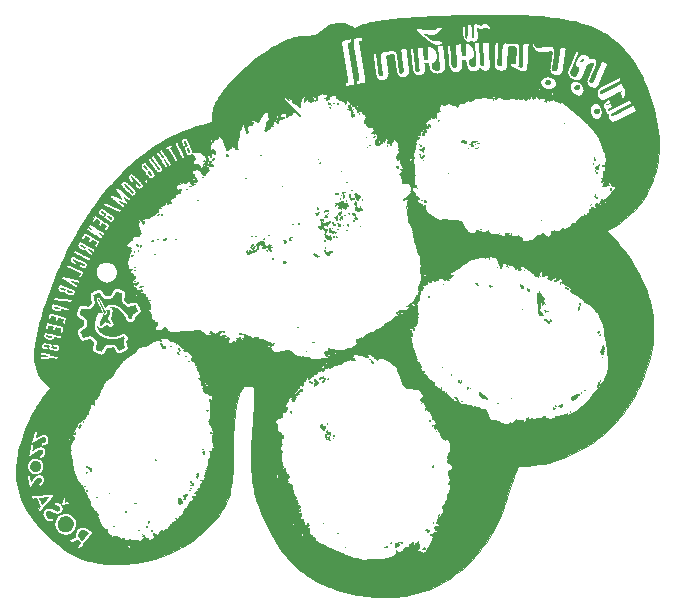
<source format=gbr>
%TF.GenerationSoftware,KiCad,Pcbnew,5.1.10-88a1d61d58~90~ubuntu20.04.1*%
%TF.CreationDate,2022-09-07T23:38:44+02:00*%
%TF.ProjectId,Wawies_PCB_inv2,57617769-6573-45f5-9043-425f696e7632,rev?*%
%TF.SameCoordinates,Original*%
%TF.FileFunction,Legend,Bot*%
%TF.FilePolarity,Positive*%
%FSLAX46Y46*%
G04 Gerber Fmt 4.6, Leading zero omitted, Abs format (unit mm)*
G04 Created by KiCad (PCBNEW 5.1.10-88a1d61d58~90~ubuntu20.04.1) date 2022-09-07 23:38:44*
%MOMM*%
%LPD*%
G01*
G04 APERTURE LIST*
%ADD10C,0.010000*%
G04 APERTURE END LIST*
D10*
%TO.C,G\u002A\u002A\u002A*%
G36*
X14843619Y36704415D02*
G01*
X14846597Y36688492D01*
X14845923Y36643468D01*
X14831719Y36614655D01*
X14810757Y36603249D01*
X14786526Y36589436D01*
X14765993Y36565639D01*
X14765686Y36565104D01*
X14746703Y36542424D01*
X14726709Y36533589D01*
X14698694Y36530602D01*
X14681729Y36526996D01*
X14662970Y36526019D01*
X14657917Y36537523D01*
X14666966Y36552428D01*
X14684752Y36561165D01*
X14710938Y36577971D01*
X14725893Y36602139D01*
X14744390Y36630129D01*
X14772750Y36642888D01*
X14797866Y36652829D01*
X14811362Y36674214D01*
X14814302Y36684136D01*
X14824579Y36710602D01*
X14835123Y36717466D01*
X14843619Y36704415D01*
G37*
X14843619Y36704415D02*
X14846597Y36688492D01*
X14845923Y36643468D01*
X14831719Y36614655D01*
X14810757Y36603249D01*
X14786526Y36589436D01*
X14765993Y36565639D01*
X14765686Y36565104D01*
X14746703Y36542424D01*
X14726709Y36533589D01*
X14698694Y36530602D01*
X14681729Y36526996D01*
X14662970Y36526019D01*
X14657917Y36537523D01*
X14666966Y36552428D01*
X14684752Y36561165D01*
X14710938Y36577971D01*
X14725893Y36602139D01*
X14744390Y36630129D01*
X14772750Y36642888D01*
X14797866Y36652829D01*
X14811362Y36674214D01*
X14814302Y36684136D01*
X14824579Y36710602D01*
X14835123Y36717466D01*
X14843619Y36704415D01*
G36*
X11964582Y34939604D02*
G01*
X12005569Y34928927D01*
X12024086Y34918027D01*
X12037436Y34898767D01*
X12050551Y34868378D01*
X12054644Y34855395D01*
X12072005Y34815316D01*
X12096727Y34783814D01*
X12098431Y34782335D01*
X12117612Y34765205D01*
X12121783Y34755635D01*
X12112345Y34747815D01*
X12107398Y34745118D01*
X12089974Y34728802D01*
X12071238Y34701147D01*
X12064412Y34687987D01*
X12043736Y34652343D01*
X12018548Y34619543D01*
X12011473Y34612207D01*
X11990185Y34594760D01*
X11967534Y34585226D01*
X11935597Y34580989D01*
X11914004Y34580050D01*
X11872570Y34579743D01*
X11834621Y34581011D01*
X11814853Y34582787D01*
X11789516Y34590761D01*
X11777656Y34609150D01*
X11775774Y34616944D01*
X11763076Y34643033D01*
X11738636Y34669906D01*
X11732234Y34675110D01*
X11707728Y34696964D01*
X11696875Y34718535D01*
X11694584Y34746147D01*
X11698174Y34777561D01*
X11711842Y34804014D01*
X11731408Y34826383D01*
X11754907Y34856236D01*
X11771345Y34887438D01*
X11774708Y34898813D01*
X11779251Y34917520D01*
X11787552Y34928529D01*
X11804862Y34934781D01*
X11836432Y34939220D01*
X11849326Y34940622D01*
X11910965Y34943701D01*
X11964582Y34939604D01*
G37*
X11964582Y34939604D02*
X12005569Y34928927D01*
X12024086Y34918027D01*
X12037436Y34898767D01*
X12050551Y34868378D01*
X12054644Y34855395D01*
X12072005Y34815316D01*
X12096727Y34783814D01*
X12098431Y34782335D01*
X12117612Y34765205D01*
X12121783Y34755635D01*
X12112345Y34747815D01*
X12107398Y34745118D01*
X12089974Y34728802D01*
X12071238Y34701147D01*
X12064412Y34687987D01*
X12043736Y34652343D01*
X12018548Y34619543D01*
X12011473Y34612207D01*
X11990185Y34594760D01*
X11967534Y34585226D01*
X11935597Y34580989D01*
X11914004Y34580050D01*
X11872570Y34579743D01*
X11834621Y34581011D01*
X11814853Y34582787D01*
X11789516Y34590761D01*
X11777656Y34609150D01*
X11775774Y34616944D01*
X11763076Y34643033D01*
X11738636Y34669906D01*
X11732234Y34675110D01*
X11707728Y34696964D01*
X11696875Y34718535D01*
X11694584Y34746147D01*
X11698174Y34777561D01*
X11711842Y34804014D01*
X11731408Y34826383D01*
X11754907Y34856236D01*
X11771345Y34887438D01*
X11774708Y34898813D01*
X11779251Y34917520D01*
X11787552Y34928529D01*
X11804862Y34934781D01*
X11836432Y34939220D01*
X11849326Y34940622D01*
X11910965Y34943701D01*
X11964582Y34939604D01*
G36*
X14506763Y34479833D02*
G01*
X14529423Y34448018D01*
X14551416Y34435179D01*
X14569982Y34426708D01*
X14579645Y34415173D01*
X14583296Y34394236D01*
X14583834Y34364125D01*
X14583334Y34336414D01*
X14579957Y34315885D01*
X14570890Y34297435D01*
X14553317Y34275964D01*
X14524423Y34246368D01*
X14512130Y34234154D01*
X14440427Y34163000D01*
X14354149Y34163000D01*
X14311021Y34163455D01*
X14283605Y34165799D01*
X14266451Y34171500D01*
X14254106Y34182027D01*
X14246115Y34192104D01*
X14226578Y34217374D01*
X14210510Y34234272D01*
X14189067Y34251643D01*
X14179021Y34259199D01*
X14156754Y34283168D01*
X14149949Y34314600D01*
X14149917Y34317739D01*
X14151886Y34336612D01*
X14159597Y34355184D01*
X14175755Y34377423D01*
X14203064Y34407295D01*
X14228780Y34433387D01*
X14307643Y34512250D01*
X14494526Y34512250D01*
X14506763Y34479833D01*
G37*
X14506763Y34479833D02*
X14529423Y34448018D01*
X14551416Y34435179D01*
X14569982Y34426708D01*
X14579645Y34415173D01*
X14583296Y34394236D01*
X14583834Y34364125D01*
X14583334Y34336414D01*
X14579957Y34315885D01*
X14570890Y34297435D01*
X14553317Y34275964D01*
X14524423Y34246368D01*
X14512130Y34234154D01*
X14440427Y34163000D01*
X14354149Y34163000D01*
X14311021Y34163455D01*
X14283605Y34165799D01*
X14266451Y34171500D01*
X14254106Y34182027D01*
X14246115Y34192104D01*
X14226578Y34217374D01*
X14210510Y34234272D01*
X14189067Y34251643D01*
X14179021Y34259199D01*
X14156754Y34283168D01*
X14149949Y34314600D01*
X14149917Y34317739D01*
X14151886Y34336612D01*
X14159597Y34355184D01*
X14175755Y34377423D01*
X14203064Y34407295D01*
X14228780Y34433387D01*
X14307643Y34512250D01*
X14494526Y34512250D01*
X14506763Y34479833D01*
G36*
X18130020Y34001239D02*
G01*
X18139821Y33993965D01*
X18139834Y33993667D01*
X18130796Y33985642D01*
X18114000Y33983083D01*
X18091591Y33986986D01*
X18081625Y33993667D01*
X18085761Y34001162D01*
X18106351Y34004245D01*
X18107459Y34004250D01*
X18130020Y34001239D01*
G37*
X18130020Y34001239D02*
X18139821Y33993965D01*
X18139834Y33993667D01*
X18130796Y33985642D01*
X18114000Y33983083D01*
X18091591Y33986986D01*
X18081625Y33993667D01*
X18085761Y34001162D01*
X18106351Y34004245D01*
X18107459Y34004250D01*
X18130020Y34001239D01*
G36*
X16122006Y32493340D02*
G01*
X16139082Y32489952D01*
X16173089Y32480538D01*
X16190943Y32469085D01*
X16197148Y32455557D01*
X16204048Y32406033D01*
X16207778Y32347741D01*
X16207816Y32292059D01*
X16205903Y32265105D01*
X16200892Y32233566D01*
X16191622Y32215615D01*
X16172922Y32203692D01*
X16160253Y32198358D01*
X16127762Y32178949D01*
X16114147Y32157762D01*
X16105984Y32141305D01*
X16088103Y32132814D01*
X16062922Y32129425D01*
X16021583Y32127751D01*
X15979744Y32128550D01*
X15975026Y32128859D01*
X15945717Y32133433D01*
X15929562Y32144827D01*
X15920350Y32163342D01*
X15902107Y32190280D01*
X15876847Y32201010D01*
X15860011Y32205547D01*
X15849858Y32214136D01*
X15843874Y32231853D01*
X15839542Y32263776D01*
X15837918Y32279569D01*
X15834675Y32341255D01*
X15839884Y32387874D01*
X15854619Y32424202D01*
X15876695Y32451823D01*
X15919198Y32480205D01*
X15976412Y32496898D01*
X16045094Y32501434D01*
X16122006Y32493340D01*
G37*
X16122006Y32493340D02*
X16139082Y32489952D01*
X16173089Y32480538D01*
X16190943Y32469085D01*
X16197148Y32455557D01*
X16204048Y32406033D01*
X16207778Y32347741D01*
X16207816Y32292059D01*
X16205903Y32265105D01*
X16200892Y32233566D01*
X16191622Y32215615D01*
X16172922Y32203692D01*
X16160253Y32198358D01*
X16127762Y32178949D01*
X16114147Y32157762D01*
X16105984Y32141305D01*
X16088103Y32132814D01*
X16062922Y32129425D01*
X16021583Y32127751D01*
X15979744Y32128550D01*
X15975026Y32128859D01*
X15945717Y32133433D01*
X15929562Y32144827D01*
X15920350Y32163342D01*
X15902107Y32190280D01*
X15876847Y32201010D01*
X15860011Y32205547D01*
X15849858Y32214136D01*
X15843874Y32231853D01*
X15839542Y32263776D01*
X15837918Y32279569D01*
X15834675Y32341255D01*
X15839884Y32387874D01*
X15854619Y32424202D01*
X15876695Y32451823D01*
X15919198Y32480205D01*
X15976412Y32496898D01*
X16045094Y32501434D01*
X16122006Y32493340D01*
G36*
X17039167Y32916901D02*
G01*
X17035040Y32903108D01*
X17019343Y32894661D01*
X16990065Y32889147D01*
X16936944Y32883657D01*
X16896231Y32883107D01*
X16871176Y32887434D01*
X16865374Y32891653D01*
X16872155Y32897043D01*
X16895310Y32902799D01*
X16930100Y32907798D01*
X16936187Y32908429D01*
X16975720Y32913595D01*
X17007638Y32920083D01*
X17025411Y32926546D01*
X17025938Y32926947D01*
X17036382Y32930724D01*
X17039167Y32916901D01*
G37*
X17039167Y32916901D02*
X17035040Y32903108D01*
X17019343Y32894661D01*
X16990065Y32889147D01*
X16936944Y32883657D01*
X16896231Y32883107D01*
X16871176Y32887434D01*
X16865374Y32891653D01*
X16872155Y32897043D01*
X16895310Y32902799D01*
X16930100Y32907798D01*
X16936187Y32908429D01*
X16975720Y32913595D01*
X17007638Y32920083D01*
X17025411Y32926546D01*
X17025938Y32926947D01*
X17036382Y32930724D01*
X17039167Y32916901D01*
G36*
X-22285225Y27695637D02*
G01*
X-22277757Y27686303D01*
X-22259390Y27663632D01*
X-22232609Y27630681D01*
X-22199899Y27590512D01*
X-22187152Y27574875D01*
X-22143443Y27521328D01*
X-22111403Y27481881D01*
X-22089463Y27454124D01*
X-22076049Y27435644D01*
X-22069591Y27424029D01*
X-22068517Y27416866D01*
X-22071255Y27411744D01*
X-22076235Y27406250D01*
X-22076833Y27405542D01*
X-22090089Y27393646D01*
X-22104918Y27392074D01*
X-22125235Y27402217D01*
X-22154949Y27425465D01*
X-22170399Y27438795D01*
X-22198488Y27466266D01*
X-22230130Y27501717D01*
X-22262126Y27540957D01*
X-22291280Y27579798D01*
X-22314394Y27614052D01*
X-22328271Y27639528D01*
X-22330833Y27648978D01*
X-22324793Y27662415D01*
X-22310971Y27679152D01*
X-22295811Y27692597D01*
X-22285759Y27696155D01*
X-22285225Y27695637D01*
G37*
X-22285225Y27695637D02*
X-22277757Y27686303D01*
X-22259390Y27663632D01*
X-22232609Y27630681D01*
X-22199899Y27590512D01*
X-22187152Y27574875D01*
X-22143443Y27521328D01*
X-22111403Y27481881D01*
X-22089463Y27454124D01*
X-22076049Y27435644D01*
X-22069591Y27424029D01*
X-22068517Y27416866D01*
X-22071255Y27411744D01*
X-22076235Y27406250D01*
X-22076833Y27405542D01*
X-22090089Y27393646D01*
X-22104918Y27392074D01*
X-22125235Y27402217D01*
X-22154949Y27425465D01*
X-22170399Y27438795D01*
X-22198488Y27466266D01*
X-22230130Y27501717D01*
X-22262126Y27540957D01*
X-22291280Y27579798D01*
X-22314394Y27614052D01*
X-22328271Y27639528D01*
X-22330833Y27648978D01*
X-22324793Y27662415D01*
X-22310971Y27679152D01*
X-22295811Y27692597D01*
X-22285759Y27696155D01*
X-22285225Y27695637D01*
G36*
X-21888853Y27211499D02*
G01*
X-21869645Y27189768D01*
X-21841492Y27156765D01*
X-21806596Y27115067D01*
X-21768506Y27068901D01*
X-21721629Y27010830D01*
X-21687959Y26966944D01*
X-21666476Y26935757D01*
X-21656158Y26915785D01*
X-21655981Y26905543D01*
X-21656031Y26905479D01*
X-21678225Y26893742D01*
X-21711665Y26895698D01*
X-21751915Y26910823D01*
X-21765694Y26918469D01*
X-21802973Y26947169D01*
X-21844436Y26989205D01*
X-21885158Y27038807D01*
X-21920215Y27090202D01*
X-21935400Y27117346D01*
X-21961023Y27167910D01*
X-21931616Y27193787D01*
X-21911141Y27210600D01*
X-21898089Y27219112D01*
X-21896916Y27219379D01*
X-21888853Y27211499D01*
G37*
X-21888853Y27211499D02*
X-21869645Y27189768D01*
X-21841492Y27156765D01*
X-21806596Y27115067D01*
X-21768506Y27068901D01*
X-21721629Y27010830D01*
X-21687959Y26966944D01*
X-21666476Y26935757D01*
X-21656158Y26915785D01*
X-21655981Y26905543D01*
X-21656031Y26905479D01*
X-21678225Y26893742D01*
X-21711665Y26895698D01*
X-21751915Y26910823D01*
X-21765694Y26918469D01*
X-21802973Y26947169D01*
X-21844436Y26989205D01*
X-21885158Y27038807D01*
X-21920215Y27090202D01*
X-21935400Y27117346D01*
X-21961023Y27167910D01*
X-21931616Y27193787D01*
X-21911141Y27210600D01*
X-21898089Y27219112D01*
X-21896916Y27219379D01*
X-21888853Y27211499D01*
G36*
X-23950083Y26140690D02*
G01*
X-23927359Y26120122D01*
X-23892323Y26087863D01*
X-23846507Y26045341D01*
X-23791447Y25993981D01*
X-23728673Y25935212D01*
X-23659721Y25870460D01*
X-23587248Y25802213D01*
X-23222530Y25458300D01*
X-23244994Y25429736D01*
X-23263026Y25410331D01*
X-23277060Y25401083D01*
X-23278041Y25400962D01*
X-23287916Y25407946D01*
X-23311305Y25427905D01*
X-23346410Y25459203D01*
X-23391432Y25500202D01*
X-23444573Y25549266D01*
X-23504033Y25604757D01*
X-23563791Y25661042D01*
X-23631941Y25725535D01*
X-23699151Y25789188D01*
X-23762886Y25849599D01*
X-23820613Y25904363D01*
X-23869797Y25951076D01*
X-23907903Y25987334D01*
X-23926609Y26005188D01*
X-24014260Y26089043D01*
X-23990109Y26119600D01*
X-23972653Y26139039D01*
X-23960341Y26148083D01*
X-23958963Y26148141D01*
X-23950083Y26140690D01*
G37*
X-23950083Y26140690D02*
X-23927359Y26120122D01*
X-23892323Y26087863D01*
X-23846507Y26045341D01*
X-23791447Y25993981D01*
X-23728673Y25935212D01*
X-23659721Y25870460D01*
X-23587248Y25802213D01*
X-23222530Y25458300D01*
X-23244994Y25429736D01*
X-23263026Y25410331D01*
X-23277060Y25401083D01*
X-23278041Y25400962D01*
X-23287916Y25407946D01*
X-23311305Y25427905D01*
X-23346410Y25459203D01*
X-23391432Y25500202D01*
X-23444573Y25549266D01*
X-23504033Y25604757D01*
X-23563791Y25661042D01*
X-23631941Y25725535D01*
X-23699151Y25789188D01*
X-23762886Y25849599D01*
X-23820613Y25904363D01*
X-23869797Y25951076D01*
X-23907903Y25987334D01*
X-23926609Y26005188D01*
X-24014260Y26089043D01*
X-23990109Y26119600D01*
X-23972653Y26139039D01*
X-23960341Y26148083D01*
X-23958963Y26148141D01*
X-23950083Y26140690D01*
G36*
X-24352250Y24664458D02*
G01*
X-24357541Y24659167D01*
X-24362833Y24664458D01*
X-24357541Y24669750D01*
X-24352250Y24664458D01*
G37*
X-24352250Y24664458D02*
X-24357541Y24659167D01*
X-24362833Y24664458D01*
X-24357541Y24669750D01*
X-24352250Y24664458D01*
G36*
X-25204534Y23352068D02*
G01*
X-25157655Y23317919D01*
X-25117196Y23287502D01*
X-25086167Y23263158D01*
X-25067583Y23247226D01*
X-25063638Y23242622D01*
X-25066422Y23227362D01*
X-25077354Y23205613D01*
X-25091197Y23186089D01*
X-25102708Y23177501D01*
X-25102801Y23177500D01*
X-25113411Y23183403D01*
X-25138074Y23199725D01*
X-25173763Y23224383D01*
X-25217452Y23255298D01*
X-25249751Y23278518D01*
X-25296610Y23312861D01*
X-25336731Y23343128D01*
X-25367255Y23367090D01*
X-25385323Y23382521D01*
X-25389036Y23386997D01*
X-25382604Y23399428D01*
X-25367399Y23419893D01*
X-25365223Y23422529D01*
X-25341791Y23450599D01*
X-25204534Y23352068D01*
G37*
X-25204534Y23352068D02*
X-25157655Y23317919D01*
X-25117196Y23287502D01*
X-25086167Y23263158D01*
X-25067583Y23247226D01*
X-25063638Y23242622D01*
X-25066422Y23227362D01*
X-25077354Y23205613D01*
X-25091197Y23186089D01*
X-25102708Y23177501D01*
X-25102801Y23177500D01*
X-25113411Y23183403D01*
X-25138074Y23199725D01*
X-25173763Y23224383D01*
X-25217452Y23255298D01*
X-25249751Y23278518D01*
X-25296610Y23312861D01*
X-25336731Y23343128D01*
X-25367255Y23367090D01*
X-25385323Y23382521D01*
X-25389036Y23386997D01*
X-25382604Y23399428D01*
X-25367399Y23419893D01*
X-25365223Y23422529D01*
X-25341791Y23450599D01*
X-25204534Y23352068D01*
G36*
X7283979Y33410720D02*
G01*
X7339542Y33409857D01*
X7305362Y33394903D01*
X7288478Y33386599D01*
X7276986Y33376392D01*
X7268798Y33359733D01*
X7261830Y33332071D01*
X7253996Y33288856D01*
X7252370Y33279292D01*
X7243398Y33226375D01*
X7235908Y33262094D01*
X7231490Y33294175D01*
X7228800Y33334956D01*
X7228417Y33354698D01*
X7228417Y33411583D01*
X7283979Y33410720D01*
G37*
X7283979Y33410720D02*
X7339542Y33409857D01*
X7305362Y33394903D01*
X7288478Y33386599D01*
X7276986Y33376392D01*
X7268798Y33359733D01*
X7261830Y33332071D01*
X7253996Y33288856D01*
X7252370Y33279292D01*
X7243398Y33226375D01*
X7235908Y33262094D01*
X7231490Y33294175D01*
X7228800Y33334956D01*
X7228417Y33354698D01*
X7228417Y33411583D01*
X7283979Y33410720D01*
G36*
X2426894Y31777997D02*
G01*
X2439478Y31757137D01*
X2444750Y31745107D01*
X2444750Y31745081D01*
X2436453Y31739855D01*
X2418682Y31740195D01*
X2402123Y31745203D01*
X2397729Y31749023D01*
X2396374Y31765543D01*
X2400415Y31781938D01*
X2409038Y31805248D01*
X2426894Y31777997D01*
G37*
X2426894Y31777997D02*
X2439478Y31757137D01*
X2444750Y31745107D01*
X2444750Y31745081D01*
X2436453Y31739855D01*
X2418682Y31740195D01*
X2402123Y31745203D01*
X2397729Y31749023D01*
X2396374Y31765543D01*
X2400415Y31781938D01*
X2409038Y31805248D01*
X2426894Y31777997D01*
G36*
X2651569Y31514787D02*
G01*
X2666030Y31508851D01*
X2667000Y31506583D01*
X2657533Y31500306D01*
X2633549Y31496512D01*
X2618751Y31496000D01*
X2589335Y31498013D01*
X2576704Y31503540D01*
X2577042Y31506583D01*
X2590918Y31513348D01*
X2617239Y31516973D01*
X2625291Y31517167D01*
X2651569Y31514787D01*
G37*
X2651569Y31514787D02*
X2666030Y31508851D01*
X2667000Y31506583D01*
X2657533Y31500306D01*
X2633549Y31496512D01*
X2618751Y31496000D01*
X2589335Y31498013D01*
X2576704Y31503540D01*
X2577042Y31506583D01*
X2590918Y31513348D01*
X2617239Y31516973D01*
X2625291Y31517167D01*
X2651569Y31514787D01*
G36*
X13268146Y31275735D02*
G01*
X13269408Y31259194D01*
X13267311Y31255450D01*
X13262501Y31258606D01*
X13261752Y31269340D01*
X13264337Y31280633D01*
X13268146Y31275735D01*
G37*
X13268146Y31275735D02*
X13269408Y31259194D01*
X13267311Y31255450D01*
X13262501Y31258606D01*
X13261752Y31269340D01*
X13264337Y31280633D01*
X13268146Y31275735D01*
G36*
X1836334Y31167226D02*
G01*
X1872470Y31138146D01*
X1881479Y31129992D01*
X1910162Y31100627D01*
X1927392Y31076576D01*
X1930874Y31063846D01*
X1921040Y31019638D01*
X1910845Y30994973D01*
X1897454Y30988372D01*
X1878028Y30998355D01*
X1851007Y31022226D01*
X1818270Y31065658D01*
X1802757Y31109430D01*
X1795849Y31150347D01*
X1798695Y31173501D01*
X1811967Y31179069D01*
X1836334Y31167226D01*
G37*
X1836334Y31167226D02*
X1872470Y31138146D01*
X1881479Y31129992D01*
X1910162Y31100627D01*
X1927392Y31076576D01*
X1930874Y31063846D01*
X1921040Y31019638D01*
X1910845Y30994973D01*
X1897454Y30988372D01*
X1878028Y30998355D01*
X1851007Y31022226D01*
X1818270Y31065658D01*
X1802757Y31109430D01*
X1795849Y31150347D01*
X1798695Y31173501D01*
X1811967Y31179069D01*
X1836334Y31167226D01*
G36*
X5879093Y29768570D02*
G01*
X5893837Y29762706D01*
X5894917Y29760333D01*
X5885528Y29753706D01*
X5862073Y29750020D01*
X5852584Y29749750D01*
X5826074Y29752097D01*
X5811330Y29757961D01*
X5810250Y29760333D01*
X5819639Y29766961D01*
X5843094Y29770647D01*
X5852584Y29770917D01*
X5879093Y29768570D01*
G37*
X5879093Y29768570D02*
X5893837Y29762706D01*
X5894917Y29760333D01*
X5885528Y29753706D01*
X5862073Y29750020D01*
X5852584Y29749750D01*
X5826074Y29752097D01*
X5811330Y29757961D01*
X5810250Y29760333D01*
X5819639Y29766961D01*
X5843094Y29770647D01*
X5852584Y29770917D01*
X5879093Y29768570D01*
G36*
X4809088Y29819392D02*
G01*
X4819442Y29798630D01*
X4832803Y29785025D01*
X4854157Y29776125D01*
X4888490Y29769477D01*
X4918918Y29765354D01*
X4952643Y29759731D01*
X4972799Y29750662D01*
X4986947Y29733459D01*
X4995344Y29717980D01*
X5007288Y29691792D01*
X5008609Y29678128D01*
X5000877Y29671936D01*
X4988912Y29658818D01*
X4977285Y29633055D01*
X4974314Y29623295D01*
X4962768Y29580417D01*
X4879134Y29580417D01*
X4839310Y29581352D01*
X4808472Y29583834D01*
X4792041Y29587376D01*
X4790828Y29588354D01*
X4785826Y29603295D01*
X4779737Y29629413D01*
X4778958Y29633333D01*
X4765699Y29684989D01*
X4749155Y29717787D01*
X4728138Y29733931D01*
X4724119Y29735157D01*
X4683785Y29736856D01*
X4650211Y29722444D01*
X4632677Y29701706D01*
X4618735Y29675097D01*
X4595051Y29707132D01*
X4574206Y29728271D01*
X4553531Y29738877D01*
X4550517Y29739167D01*
X4533051Y29746806D01*
X4529667Y29760333D01*
X4536215Y29777224D01*
X4554829Y29781500D01*
X4580422Y29788127D01*
X4593746Y29798073D01*
X4625415Y29823083D01*
X4673194Y29840008D01*
X4728033Y29848643D01*
X4794108Y29855244D01*
X4809088Y29819392D01*
G37*
X4809088Y29819392D02*
X4819442Y29798630D01*
X4832803Y29785025D01*
X4854157Y29776125D01*
X4888490Y29769477D01*
X4918918Y29765354D01*
X4952643Y29759731D01*
X4972799Y29750662D01*
X4986947Y29733459D01*
X4995344Y29717980D01*
X5007288Y29691792D01*
X5008609Y29678128D01*
X5000877Y29671936D01*
X4988912Y29658818D01*
X4977285Y29633055D01*
X4974314Y29623295D01*
X4962768Y29580417D01*
X4879134Y29580417D01*
X4839310Y29581352D01*
X4808472Y29583834D01*
X4792041Y29587376D01*
X4790828Y29588354D01*
X4785826Y29603295D01*
X4779737Y29629413D01*
X4778958Y29633333D01*
X4765699Y29684989D01*
X4749155Y29717787D01*
X4728138Y29733931D01*
X4724119Y29735157D01*
X4683785Y29736856D01*
X4650211Y29722444D01*
X4632677Y29701706D01*
X4618735Y29675097D01*
X4595051Y29707132D01*
X4574206Y29728271D01*
X4553531Y29738877D01*
X4550517Y29739167D01*
X4533051Y29746806D01*
X4529667Y29760333D01*
X4536215Y29777224D01*
X4554829Y29781500D01*
X4580422Y29788127D01*
X4593746Y29798073D01*
X4625415Y29823083D01*
X4673194Y29840008D01*
X4728033Y29848643D01*
X4794108Y29855244D01*
X4809088Y29819392D01*
G36*
X5983583Y29604293D02*
G01*
X6031427Y29599837D01*
X6058539Y29594169D01*
X6065273Y29587924D01*
X6051982Y29581735D01*
X6019022Y29576236D01*
X5966745Y29572061D01*
X5965549Y29571997D01*
X5920670Y29570319D01*
X5892678Y29571366D01*
X5877410Y29575648D01*
X5870736Y29583590D01*
X5869140Y29595641D01*
X5877382Y29603171D01*
X5898325Y29606708D01*
X5934837Y29606776D01*
X5983583Y29604293D01*
G37*
X5983583Y29604293D02*
X6031427Y29599837D01*
X6058539Y29594169D01*
X6065273Y29587924D01*
X6051982Y29581735D01*
X6019022Y29576236D01*
X5966745Y29572061D01*
X5965549Y29571997D01*
X5920670Y29570319D01*
X5892678Y29571366D01*
X5877410Y29575648D01*
X5870736Y29583590D01*
X5869140Y29595641D01*
X5877382Y29603171D01*
X5898325Y29606708D01*
X5934837Y29606776D01*
X5983583Y29604293D01*
G36*
X5737015Y29530345D02*
G01*
X5758890Y29520985D01*
X5761422Y29511848D01*
X5744595Y29506605D01*
X5737124Y29506333D01*
X5714629Y29509293D01*
X5710091Y29519099D01*
X5710724Y29521039D01*
X5724302Y29531039D01*
X5737015Y29530345D01*
G37*
X5737015Y29530345D02*
X5758890Y29520985D01*
X5761422Y29511848D01*
X5744595Y29506605D01*
X5737124Y29506333D01*
X5714629Y29509293D01*
X5710091Y29519099D01*
X5710724Y29521039D01*
X5724302Y29531039D01*
X5737015Y29530345D01*
G36*
X973667Y29511625D02*
G01*
X968375Y29506333D01*
X963084Y29511625D01*
X968375Y29516917D01*
X973667Y29511625D01*
G37*
X973667Y29511625D02*
X968375Y29506333D01*
X963084Y29511625D01*
X968375Y29516917D01*
X973667Y29511625D01*
G36*
X735764Y29592509D02*
G01*
X740688Y29563797D01*
X740834Y29556075D01*
X738040Y29524889D01*
X731056Y29502012D01*
X728134Y29497867D01*
X706479Y29486354D01*
X684887Y29488774D01*
X673506Y29501042D01*
X673085Y29514680D01*
X677241Y29516917D01*
X686062Y29526060D01*
X696377Y29548973D01*
X699751Y29559250D01*
X712827Y29590426D01*
X725655Y29601449D01*
X735764Y29592509D01*
G37*
X735764Y29592509D02*
X740688Y29563797D01*
X740834Y29556075D01*
X738040Y29524889D01*
X731056Y29502012D01*
X728134Y29497867D01*
X706479Y29486354D01*
X684887Y29488774D01*
X673506Y29501042D01*
X673085Y29514680D01*
X677241Y29516917D01*
X686062Y29526060D01*
X696377Y29548973D01*
X699751Y29559250D01*
X712827Y29590426D01*
X725655Y29601449D01*
X735764Y29592509D01*
G36*
X1147591Y29436346D02*
G01*
X1153770Y29424207D01*
X1155602Y29400042D01*
X1153546Y29372441D01*
X1148062Y29349991D01*
X1142547Y29342012D01*
X1135407Y29347852D01*
X1127570Y29368911D01*
X1124519Y29381766D01*
X1120942Y29417775D01*
X1128375Y29436186D01*
X1146687Y29436683D01*
X1147591Y29436346D01*
G37*
X1147591Y29436346D02*
X1153770Y29424207D01*
X1155602Y29400042D01*
X1153546Y29372441D01*
X1148062Y29349991D01*
X1142547Y29342012D01*
X1135407Y29347852D01*
X1127570Y29368911D01*
X1124519Y29381766D01*
X1120942Y29417775D01*
X1128375Y29436186D01*
X1146687Y29436683D01*
X1147591Y29436346D01*
G36*
X5759314Y29769979D02*
G01*
X5784606Y29765966D01*
X5794375Y29760333D01*
X5791399Y29751766D01*
X5780970Y29749750D01*
X5760345Y29742424D01*
X5737473Y29724655D01*
X5736167Y29723292D01*
X5713721Y29705081D01*
X5693058Y29696871D01*
X5691989Y29696833D01*
X5675819Y29692026D01*
X5672667Y29686250D01*
X5663409Y29678977D01*
X5640862Y29675463D01*
X5638271Y29675414D01*
X5585782Y29670434D01*
X5539943Y29657573D01*
X5506869Y29638767D01*
X5499815Y29631605D01*
X5486676Y29600091D01*
X5489198Y29563383D01*
X5506685Y29529721D01*
X5508585Y29527545D01*
X5518300Y29509518D01*
X5516489Y29484453D01*
X5513751Y29474004D01*
X5506222Y29446418D01*
X5505199Y29428850D01*
X5512311Y29411988D01*
X5529018Y29386773D01*
X5554702Y29348925D01*
X5521080Y29341741D01*
X5494366Y29334302D01*
X5476978Y29326419D01*
X5476875Y29326340D01*
X5461275Y29325516D01*
X5442479Y29334145D01*
X5426259Y29350696D01*
X5419461Y29375985D01*
X5418667Y29396087D01*
X5410199Y29439747D01*
X5384521Y29472403D01*
X5341222Y29494326D01*
X5279891Y29505786D01*
X5249334Y29507526D01*
X5201709Y29508836D01*
X5249334Y29517694D01*
X5291417Y29524838D01*
X5337024Y29531623D01*
X5347992Y29533080D01*
X5394753Y29544355D01*
X5423936Y29565403D01*
X5437824Y29598673D01*
X5439638Y29631433D01*
X5438723Y29670438D01*
X5440769Y29693885D01*
X5447995Y29707370D01*
X5462619Y29716487D01*
X5475583Y29722070D01*
X5501269Y29735020D01*
X5517475Y29747230D01*
X5518541Y29748670D01*
X5535726Y29758867D01*
X5562244Y29759033D01*
X5589347Y29750140D01*
X5603875Y29739167D01*
X5625025Y29722323D01*
X5642567Y29719081D01*
X5651274Y29730063D01*
X5651500Y29733503D01*
X5659891Y29750489D01*
X5671971Y29759961D01*
X5695234Y29766953D01*
X5726936Y29770301D01*
X5759314Y29769979D01*
G37*
X5759314Y29769979D02*
X5784606Y29765966D01*
X5794375Y29760333D01*
X5791399Y29751766D01*
X5780970Y29749750D01*
X5760345Y29742424D01*
X5737473Y29724655D01*
X5736167Y29723292D01*
X5713721Y29705081D01*
X5693058Y29696871D01*
X5691989Y29696833D01*
X5675819Y29692026D01*
X5672667Y29686250D01*
X5663409Y29678977D01*
X5640862Y29675463D01*
X5638271Y29675414D01*
X5585782Y29670434D01*
X5539943Y29657573D01*
X5506869Y29638767D01*
X5499815Y29631605D01*
X5486676Y29600091D01*
X5489198Y29563383D01*
X5506685Y29529721D01*
X5508585Y29527545D01*
X5518300Y29509518D01*
X5516489Y29484453D01*
X5513751Y29474004D01*
X5506222Y29446418D01*
X5505199Y29428850D01*
X5512311Y29411988D01*
X5529018Y29386773D01*
X5554702Y29348925D01*
X5521080Y29341741D01*
X5494366Y29334302D01*
X5476978Y29326419D01*
X5476875Y29326340D01*
X5461275Y29325516D01*
X5442479Y29334145D01*
X5426259Y29350696D01*
X5419461Y29375985D01*
X5418667Y29396087D01*
X5410199Y29439747D01*
X5384521Y29472403D01*
X5341222Y29494326D01*
X5279891Y29505786D01*
X5249334Y29507526D01*
X5201709Y29508836D01*
X5249334Y29517694D01*
X5291417Y29524838D01*
X5337024Y29531623D01*
X5347992Y29533080D01*
X5394753Y29544355D01*
X5423936Y29565403D01*
X5437824Y29598673D01*
X5439638Y29631433D01*
X5438723Y29670438D01*
X5440769Y29693885D01*
X5447995Y29707370D01*
X5462619Y29716487D01*
X5475583Y29722070D01*
X5501269Y29735020D01*
X5517475Y29747230D01*
X5518541Y29748670D01*
X5535726Y29758867D01*
X5562244Y29759033D01*
X5589347Y29750140D01*
X5603875Y29739167D01*
X5625025Y29722323D01*
X5642567Y29719081D01*
X5651274Y29730063D01*
X5651500Y29733503D01*
X5659891Y29750489D01*
X5671971Y29759961D01*
X5695234Y29766953D01*
X5726936Y29770301D01*
X5759314Y29769979D01*
G36*
X5978031Y29276386D02*
G01*
X5979584Y29268833D01*
X5976096Y29253542D01*
X5966932Y29258126D01*
X5964160Y29262186D01*
X5965488Y29275778D01*
X5968828Y29278685D01*
X5978031Y29276386D01*
G37*
X5978031Y29276386D02*
X5979584Y29268833D01*
X5976096Y29253542D01*
X5966932Y29258126D01*
X5964160Y29262186D01*
X5965488Y29275778D01*
X5968828Y29278685D01*
X5978031Y29276386D01*
G36*
X5845835Y29194613D02*
G01*
X5860880Y29192465D01*
X5900209Y29184690D01*
X5857875Y29176788D01*
X5799112Y29169813D01*
X5750806Y29173756D01*
X5736167Y29177368D01*
X5727941Y29182620D01*
X5736352Y29187651D01*
X5756874Y29191915D01*
X5784980Y29194861D01*
X5816143Y29195944D01*
X5845835Y29194613D01*
G37*
X5845835Y29194613D02*
X5860880Y29192465D01*
X5900209Y29184690D01*
X5857875Y29176788D01*
X5799112Y29169813D01*
X5750806Y29173756D01*
X5736167Y29177368D01*
X5727941Y29182620D01*
X5736352Y29187651D01*
X5756874Y29191915D01*
X5784980Y29194861D01*
X5816143Y29195944D01*
X5845835Y29194613D01*
G36*
X5139056Y29183855D02*
G01*
X5138209Y29178250D01*
X5129156Y29168165D01*
X5127625Y29167667D01*
X5119211Y29175048D01*
X5117042Y29178250D01*
X5119555Y29187216D01*
X5127625Y29188833D01*
X5139056Y29183855D01*
G37*
X5139056Y29183855D02*
X5138209Y29178250D01*
X5129156Y29168165D01*
X5127625Y29167667D01*
X5119211Y29175048D01*
X5117042Y29178250D01*
X5119555Y29187216D01*
X5127625Y29188833D01*
X5139056Y29183855D01*
G36*
X1037345Y29101509D02*
G01*
X1055467Y29097008D01*
X1058334Y29093583D01*
X1056338Y29084524D01*
X1055688Y29084590D01*
X1044626Y29087013D01*
X1019696Y29091310D01*
X1005417Y29093583D01*
X957792Y29100988D01*
X1008063Y29102577D01*
X1037345Y29101509D01*
G37*
X1037345Y29101509D02*
X1055467Y29097008D01*
X1058334Y29093583D01*
X1056338Y29084524D01*
X1055688Y29084590D01*
X1044626Y29087013D01*
X1019696Y29091310D01*
X1005417Y29093583D01*
X957792Y29100988D01*
X1008063Y29102577D01*
X1037345Y29101509D01*
G36*
X1402865Y29257866D02*
G01*
X1406598Y29224808D01*
X1407584Y29178494D01*
X1407131Y29132640D01*
X1405086Y29103147D01*
X1400416Y29085218D01*
X1392087Y29074056D01*
X1383771Y29067858D01*
X1364413Y29049194D01*
X1343139Y29020182D01*
X1334873Y29006223D01*
X1311955Y28973872D01*
X1283175Y28946153D01*
X1254602Y28928221D01*
X1238428Y28924250D01*
X1229307Y28933134D01*
X1219150Y28954639D01*
X1218710Y28955883D01*
X1206763Y28977894D01*
X1185667Y28991925D01*
X1160095Y29000243D01*
X1131267Y29010599D01*
X1118947Y29020531D01*
X1124356Y29027762D01*
X1144106Y29030083D01*
X1165719Y29037242D01*
X1189631Y29054617D01*
X1191106Y29056061D01*
X1207989Y29078167D01*
X1215652Y29105454D01*
X1217084Y29135436D01*
X1217837Y29166969D01*
X1222068Y29182770D01*
X1232731Y29188267D01*
X1246188Y29188893D01*
X1299272Y29195149D01*
X1341643Y29212439D01*
X1368922Y29238888D01*
X1370797Y29242243D01*
X1385393Y29265840D01*
X1395940Y29271296D01*
X1402865Y29257866D01*
G37*
X1402865Y29257866D02*
X1406598Y29224808D01*
X1407584Y29178494D01*
X1407131Y29132640D01*
X1405086Y29103147D01*
X1400416Y29085218D01*
X1392087Y29074056D01*
X1383771Y29067858D01*
X1364413Y29049194D01*
X1343139Y29020182D01*
X1334873Y29006223D01*
X1311955Y28973872D01*
X1283175Y28946153D01*
X1254602Y28928221D01*
X1238428Y28924250D01*
X1229307Y28933134D01*
X1219150Y28954639D01*
X1218710Y28955883D01*
X1206763Y28977894D01*
X1185667Y28991925D01*
X1160095Y29000243D01*
X1131267Y29010599D01*
X1118947Y29020531D01*
X1124356Y29027762D01*
X1144106Y29030083D01*
X1165719Y29037242D01*
X1189631Y29054617D01*
X1191106Y29056061D01*
X1207989Y29078167D01*
X1215652Y29105454D01*
X1217084Y29135436D01*
X1217837Y29166969D01*
X1222068Y29182770D01*
X1232731Y29188267D01*
X1246188Y29188893D01*
X1299272Y29195149D01*
X1341643Y29212439D01*
X1368922Y29238888D01*
X1370797Y29242243D01*
X1385393Y29265840D01*
X1395940Y29271296D01*
X1402865Y29257866D01*
G36*
X1308980Y28873318D02*
G01*
X1310241Y28856777D01*
X1308144Y28853033D01*
X1303334Y28856190D01*
X1302586Y28866924D01*
X1305170Y28878217D01*
X1308980Y28873318D01*
G37*
X1308980Y28873318D02*
X1310241Y28856777D01*
X1308144Y28853033D01*
X1303334Y28856190D01*
X1302586Y28866924D01*
X1305170Y28878217D01*
X1308980Y28873318D01*
G36*
X1073434Y28688205D02*
G01*
X1067766Y28673865D01*
X1065478Y28671788D01*
X1049743Y28665331D01*
X1038301Y28674175D01*
X1032446Y28687809D01*
X1043958Y28695819D01*
X1063796Y28697424D01*
X1073434Y28688205D01*
G37*
X1073434Y28688205D02*
X1067766Y28673865D01*
X1065478Y28671788D01*
X1049743Y28665331D01*
X1038301Y28674175D01*
X1032446Y28687809D01*
X1043958Y28695819D01*
X1063796Y28697424D01*
X1073434Y28688205D01*
G36*
X1072334Y28526831D02*
G01*
X1074833Y28518071D01*
X1078753Y28485603D01*
X1075777Y28455071D01*
X1067085Y28434020D01*
X1060979Y28429414D01*
X1052883Y28433574D01*
X1048688Y28454389D01*
X1047750Y28484160D01*
X1050028Y28519162D01*
X1055874Y28539180D01*
X1063803Y28542355D01*
X1072334Y28526831D01*
G37*
X1072334Y28526831D02*
X1074833Y28518071D01*
X1078753Y28485603D01*
X1075777Y28455071D01*
X1067085Y28434020D01*
X1060979Y28429414D01*
X1052883Y28433574D01*
X1048688Y28454389D01*
X1047750Y28484160D01*
X1050028Y28519162D01*
X1055874Y28539180D01*
X1063803Y28542355D01*
X1072334Y28526831D01*
G36*
X1404564Y28588167D02*
G01*
X1407584Y28552775D01*
X1405602Y28517410D01*
X1396928Y28492823D01*
X1377472Y28468786D01*
X1371600Y28462817D01*
X1345515Y28441308D01*
X1321083Y28428447D01*
X1312696Y28426833D01*
X1274352Y28417917D01*
X1247794Y28391469D01*
X1239914Y28374140D01*
X1229367Y28350656D01*
X1216691Y28344052D01*
X1199109Y28348994D01*
X1191708Y28361426D01*
X1195730Y28377263D01*
X1205457Y28406594D01*
X1210806Y28427665D01*
X1224696Y28453009D01*
X1242779Y28466894D01*
X1266332Y28484842D01*
X1285250Y28510291D01*
X1302847Y28534289D01*
X1322688Y28548465D01*
X1323083Y28548594D01*
X1344881Y28562374D01*
X1361458Y28581095D01*
X1380835Y28603667D01*
X1395427Y28605888D01*
X1404564Y28588167D01*
G37*
X1404564Y28588167D02*
X1407584Y28552775D01*
X1405602Y28517410D01*
X1396928Y28492823D01*
X1377472Y28468786D01*
X1371600Y28462817D01*
X1345515Y28441308D01*
X1321083Y28428447D01*
X1312696Y28426833D01*
X1274352Y28417917D01*
X1247794Y28391469D01*
X1239914Y28374140D01*
X1229367Y28350656D01*
X1216691Y28344052D01*
X1199109Y28348994D01*
X1191708Y28361426D01*
X1195730Y28377263D01*
X1205457Y28406594D01*
X1210806Y28427665D01*
X1224696Y28453009D01*
X1242779Y28466894D01*
X1266332Y28484842D01*
X1285250Y28510291D01*
X1302847Y28534289D01*
X1322688Y28548465D01*
X1323083Y28548594D01*
X1344881Y28562374D01*
X1361458Y28581095D01*
X1380835Y28603667D01*
X1395427Y28605888D01*
X1404564Y28588167D01*
G36*
X15814882Y28374778D02*
G01*
X15823354Y28367476D01*
X15836332Y28350502D01*
X15831649Y28335653D01*
X15831334Y28335269D01*
X15813898Y28321927D01*
X15800763Y28329277D01*
X15797090Y28336875D01*
X15795188Y28360667D01*
X15797265Y28369082D01*
X15803903Y28379381D01*
X15814882Y28374778D01*
G37*
X15814882Y28374778D02*
X15823354Y28367476D01*
X15836332Y28350502D01*
X15831649Y28335653D01*
X15831334Y28335269D01*
X15813898Y28321927D01*
X15800763Y28329277D01*
X15797090Y28336875D01*
X15795188Y28360667D01*
X15797265Y28369082D01*
X15803903Y28379381D01*
X15814882Y28374778D01*
G36*
X1319389Y28190472D02*
G01*
X1317936Y28184181D01*
X1312334Y28183417D01*
X1303622Y28187289D01*
X1305278Y28190472D01*
X1317838Y28191739D01*
X1319389Y28190472D01*
G37*
X1319389Y28190472D02*
X1317936Y28184181D01*
X1312334Y28183417D01*
X1303622Y28187289D01*
X1305278Y28190472D01*
X1317838Y28191739D01*
X1319389Y28190472D01*
G36*
X15878830Y28223604D02*
G01*
X15894166Y28215597D01*
X15899055Y28205267D01*
X15896864Y28185325D01*
X15888840Y28178809D01*
X15864738Y28173896D01*
X15835358Y28173141D01*
X15809528Y28176194D01*
X15796215Y28182462D01*
X15792567Y28202732D01*
X15807108Y28217779D01*
X15837066Y28225303D01*
X15848440Y28225750D01*
X15878830Y28223604D01*
G37*
X15878830Y28223604D02*
X15894166Y28215597D01*
X15899055Y28205267D01*
X15896864Y28185325D01*
X15888840Y28178809D01*
X15864738Y28173896D01*
X15835358Y28173141D01*
X15809528Y28176194D01*
X15796215Y28182462D01*
X15792567Y28202732D01*
X15807108Y28217779D01*
X15837066Y28225303D01*
X15848440Y28225750D01*
X15878830Y28223604D01*
G36*
X15726526Y27857863D02*
G01*
X15726834Y27855333D01*
X15718780Y27845058D01*
X15716250Y27844750D01*
X15705974Y27852804D01*
X15705667Y27855333D01*
X15713720Y27865609D01*
X15716250Y27865917D01*
X15726526Y27857863D01*
G37*
X15726526Y27857863D02*
X15726834Y27855333D01*
X15718780Y27845058D01*
X15716250Y27844750D01*
X15705974Y27852804D01*
X15705667Y27855333D01*
X15713720Y27865609D01*
X15716250Y27865917D01*
X15726526Y27857863D01*
G36*
X16234833Y27783852D02*
G01*
X16234834Y27783367D01*
X16232230Y27763143D01*
X16224433Y27763425D01*
X16218389Y27771589D01*
X16218396Y27788059D01*
X16223056Y27794872D01*
X16232134Y27798825D01*
X16234833Y27783852D01*
G37*
X16234833Y27783852D02*
X16234834Y27783367D01*
X16232230Y27763143D01*
X16224433Y27763425D01*
X16218389Y27771589D01*
X16218396Y27788059D01*
X16223056Y27794872D01*
X16232134Y27798825D01*
X16234833Y27783852D01*
G36*
X16154594Y27687151D02*
G01*
X16164985Y27661688D01*
X16167593Y27624447D01*
X16161551Y27579680D01*
X16161294Y27578555D01*
X16155936Y27544413D01*
X16152036Y27498889D01*
X16150428Y27451757D01*
X16150426Y27451146D01*
X16149047Y27411595D01*
X16145632Y27380794D01*
X16140863Y27364399D01*
X16139836Y27363364D01*
X16119596Y27357426D01*
X16086350Y27353530D01*
X16048195Y27352092D01*
X16013226Y27353525D01*
X15996709Y27356035D01*
X15978550Y27361860D01*
X15968148Y27372462D01*
X15962273Y27393576D01*
X15958434Y27424009D01*
X15949062Y27474719D01*
X15933895Y27505440D01*
X15912711Y27516605D01*
X15910746Y27516667D01*
X15897515Y27522819D01*
X15896167Y27527250D01*
X15905017Y27535892D01*
X15917017Y27537833D01*
X15936747Y27545848D01*
X15958182Y27565544D01*
X15961363Y27569614D01*
X15985949Y27594214D01*
X16019103Y27617402D01*
X16030430Y27623455D01*
X16062746Y27642467D01*
X16089545Y27663896D01*
X16096086Y27671049D01*
X16117045Y27689434D01*
X16137283Y27696583D01*
X16154594Y27687151D01*
G37*
X16154594Y27687151D02*
X16164985Y27661688D01*
X16167593Y27624447D01*
X16161551Y27579680D01*
X16161294Y27578555D01*
X16155936Y27544413D01*
X16152036Y27498889D01*
X16150428Y27451757D01*
X16150426Y27451146D01*
X16149047Y27411595D01*
X16145632Y27380794D01*
X16140863Y27364399D01*
X16139836Y27363364D01*
X16119596Y27357426D01*
X16086350Y27353530D01*
X16048195Y27352092D01*
X16013226Y27353525D01*
X15996709Y27356035D01*
X15978550Y27361860D01*
X15968148Y27372462D01*
X15962273Y27393576D01*
X15958434Y27424009D01*
X15949062Y27474719D01*
X15933895Y27505440D01*
X15912711Y27516605D01*
X15910746Y27516667D01*
X15897515Y27522819D01*
X15896167Y27527250D01*
X15905017Y27535892D01*
X15917017Y27537833D01*
X15936747Y27545848D01*
X15958182Y27565544D01*
X15961363Y27569614D01*
X15985949Y27594214D01*
X16019103Y27617402D01*
X16030430Y27623455D01*
X16062746Y27642467D01*
X16089545Y27663896D01*
X16096086Y27671049D01*
X16117045Y27689434D01*
X16137283Y27696583D01*
X16154594Y27687151D01*
G36*
X15894615Y27286719D02*
G01*
X15896167Y27279166D01*
X15892679Y27263875D01*
X15883515Y27268459D01*
X15880744Y27272519D01*
X15882071Y27286111D01*
X15885411Y27289018D01*
X15894615Y27286719D01*
G37*
X15894615Y27286719D02*
X15896167Y27279166D01*
X15892679Y27263875D01*
X15883515Y27268459D01*
X15880744Y27272519D01*
X15882071Y27286111D01*
X15885411Y27289018D01*
X15894615Y27286719D01*
G36*
X16050502Y27128695D02*
G01*
X16067222Y27117208D01*
X16069291Y27098560D01*
X16069030Y27097851D01*
X16062043Y27086082D01*
X16050018Y27085387D01*
X16026306Y27095429D01*
X16025813Y27095667D01*
X16005440Y27109271D01*
X16006067Y27120425D01*
X16025262Y27128698D01*
X16050502Y27128695D01*
G37*
X16050502Y27128695D02*
X16067222Y27117208D01*
X16069291Y27098560D01*
X16069030Y27097851D01*
X16062043Y27086082D01*
X16050018Y27085387D01*
X16026306Y27095429D01*
X16025813Y27095667D01*
X16005440Y27109271D01*
X16006067Y27120425D01*
X16025262Y27128698D01*
X16050502Y27128695D01*
G36*
X3445723Y27035439D02*
G01*
X3444875Y27029833D01*
X3435823Y27019748D01*
X3434292Y27019250D01*
X3425878Y27026632D01*
X3423709Y27029833D01*
X3426222Y27038800D01*
X3434292Y27040417D01*
X3445723Y27035439D01*
G37*
X3445723Y27035439D02*
X3444875Y27029833D01*
X3435823Y27019748D01*
X3434292Y27019250D01*
X3425878Y27026632D01*
X3423709Y27029833D01*
X3426222Y27038800D01*
X3434292Y27040417D01*
X3445723Y27035439D01*
G36*
X804334Y25796875D02*
G01*
X799042Y25791583D01*
X793750Y25796875D01*
X799042Y25802167D01*
X804334Y25796875D01*
G37*
X804334Y25796875D02*
X799042Y25791583D01*
X793750Y25796875D01*
X799042Y25802167D01*
X804334Y25796875D01*
G36*
X17197404Y25754457D02*
G01*
X17205278Y25752730D01*
X17245542Y25743251D01*
X17248762Y25681208D01*
X17249149Y25646755D01*
X17246835Y25621427D01*
X17243470Y25612308D01*
X17228403Y25609273D01*
X17201401Y25610180D01*
X17192625Y25611205D01*
X17150292Y25616958D01*
X17152204Y25684135D01*
X17153993Y25719783D01*
X17156760Y25746141D01*
X17159566Y25756760D01*
X17172366Y25758042D01*
X17197404Y25754457D01*
G37*
X17197404Y25754457D02*
X17205278Y25752730D01*
X17245542Y25743251D01*
X17248762Y25681208D01*
X17249149Y25646755D01*
X17246835Y25621427D01*
X17243470Y25612308D01*
X17228403Y25609273D01*
X17201401Y25610180D01*
X17192625Y25611205D01*
X17150292Y25616958D01*
X17152204Y25684135D01*
X17153993Y25719783D01*
X17156760Y25746141D01*
X17159566Y25756760D01*
X17172366Y25758042D01*
X17197404Y25754457D01*
G36*
X15892958Y25266769D02*
G01*
X15894227Y25239537D01*
X15894896Y25198294D01*
X15896515Y25141490D01*
X15901410Y25102342D01*
X15912152Y25077355D01*
X15931312Y25063029D01*
X15961462Y25055867D01*
X16002052Y25052545D01*
X16078495Y25048225D01*
X16073742Y24990907D01*
X16067470Y24947720D01*
X16057647Y24923212D01*
X16044773Y24918358D01*
X16038513Y24922472D01*
X16022270Y24931719D01*
X15995606Y24942212D01*
X15991284Y24943630D01*
X15962853Y24958203D01*
X15944401Y24977711D01*
X15943659Y24979257D01*
X15926359Y25001571D01*
X15905279Y25016322D01*
X15880427Y25038265D01*
X15870604Y25065576D01*
X15861699Y25093914D01*
X15849312Y25113575D01*
X15848557Y25114238D01*
X15838663Y25126444D01*
X15845722Y25139316D01*
X15848821Y25142500D01*
X15863839Y25165882D01*
X15868892Y25181136D01*
X15879113Y25232623D01*
X15886079Y25263759D01*
X15890468Y25274992D01*
X15892958Y25266769D01*
G37*
X15892958Y25266769D02*
X15894227Y25239537D01*
X15894896Y25198294D01*
X15896515Y25141490D01*
X15901410Y25102342D01*
X15912152Y25077355D01*
X15931312Y25063029D01*
X15961462Y25055867D01*
X16002052Y25052545D01*
X16078495Y25048225D01*
X16073742Y24990907D01*
X16067470Y24947720D01*
X16057647Y24923212D01*
X16044773Y24918358D01*
X16038513Y24922472D01*
X16022270Y24931719D01*
X15995606Y24942212D01*
X15991284Y24943630D01*
X15962853Y24958203D01*
X15944401Y24977711D01*
X15943659Y24979257D01*
X15926359Y25001571D01*
X15905279Y25016322D01*
X15880427Y25038265D01*
X15870604Y25065576D01*
X15861699Y25093914D01*
X15849312Y25113575D01*
X15848557Y25114238D01*
X15838663Y25126444D01*
X15845722Y25139316D01*
X15848821Y25142500D01*
X15863839Y25165882D01*
X15868892Y25181136D01*
X15879113Y25232623D01*
X15886079Y25263759D01*
X15890468Y25274992D01*
X15892958Y25266769D01*
G36*
X1219509Y24794283D02*
G01*
X1233127Y24789446D01*
X1232959Y24786167D01*
X1225420Y24777179D01*
X1224396Y24777085D01*
X1213765Y24779702D01*
X1189655Y24784416D01*
X1180042Y24786167D01*
X1137709Y24793747D01*
X1188604Y24795248D01*
X1219509Y24794283D01*
G37*
X1219509Y24794283D02*
X1233127Y24789446D01*
X1232959Y24786167D01*
X1225420Y24777179D01*
X1224396Y24777085D01*
X1213765Y24779702D01*
X1189655Y24784416D01*
X1180042Y24786167D01*
X1137709Y24793747D01*
X1188604Y24795248D01*
X1219509Y24794283D01*
G36*
X1456271Y24729923D02*
G01*
X1484791Y24727837D01*
X1528417Y24723881D01*
X1555389Y24719775D01*
X1570159Y24713806D01*
X1577183Y24704266D01*
X1580598Y24691032D01*
X1591142Y24662616D01*
X1603611Y24644568D01*
X1611892Y24634476D01*
X1608113Y24629377D01*
X1588786Y24627594D01*
X1567955Y24627417D01*
X1534309Y24626566D01*
X1508464Y24624404D01*
X1501053Y24622964D01*
X1479849Y24622031D01*
X1474990Y24623425D01*
X1461124Y24632893D01*
X1437755Y24652239D01*
X1417482Y24670383D01*
X1391422Y24696939D01*
X1381159Y24715223D01*
X1387806Y24726183D01*
X1412473Y24730767D01*
X1456271Y24729923D01*
G37*
X1456271Y24729923D02*
X1484791Y24727837D01*
X1528417Y24723881D01*
X1555389Y24719775D01*
X1570159Y24713806D01*
X1577183Y24704266D01*
X1580598Y24691032D01*
X1591142Y24662616D01*
X1603611Y24644568D01*
X1611892Y24634476D01*
X1608113Y24629377D01*
X1588786Y24627594D01*
X1567955Y24627417D01*
X1534309Y24626566D01*
X1508464Y24624404D01*
X1501053Y24622964D01*
X1479849Y24622031D01*
X1474990Y24623425D01*
X1461124Y24632893D01*
X1437755Y24652239D01*
X1417482Y24670383D01*
X1391422Y24696939D01*
X1381159Y24715223D01*
X1387806Y24726183D01*
X1412473Y24730767D01*
X1456271Y24729923D01*
G36*
X15575801Y24464478D02*
G01*
X15572644Y24459667D01*
X15561910Y24458919D01*
X15550617Y24461504D01*
X15555516Y24465313D01*
X15572056Y24466575D01*
X15575801Y24464478D01*
G37*
X15575801Y24464478D02*
X15572644Y24459667D01*
X15561910Y24458919D01*
X15550617Y24461504D01*
X15555516Y24465313D01*
X15572056Y24466575D01*
X15575801Y24464478D01*
G36*
X15472834Y24378708D02*
G01*
X15467542Y24373417D01*
X15462250Y24378708D01*
X15467542Y24384000D01*
X15472834Y24378708D01*
G37*
X15472834Y24378708D02*
X15467542Y24373417D01*
X15462250Y24378708D01*
X15467542Y24384000D01*
X15472834Y24378708D01*
G36*
X14954250Y23553208D02*
G01*
X14948959Y23547917D01*
X14943667Y23553208D01*
X14948959Y23558500D01*
X14954250Y23553208D01*
G37*
X14954250Y23553208D02*
X14948959Y23547917D01*
X14943667Y23553208D01*
X14948959Y23558500D01*
X14954250Y23553208D01*
G36*
X11324167Y23055792D02*
G01*
X11318875Y23050500D01*
X11313584Y23055792D01*
X11318875Y23061083D01*
X11324167Y23055792D01*
G37*
X11324167Y23055792D02*
X11318875Y23050500D01*
X11313584Y23055792D01*
X11318875Y23061083D01*
X11324167Y23055792D01*
G36*
X6218354Y22318047D02*
G01*
X6227233Y22315471D01*
X6215485Y22311965D01*
X6183354Y22307808D01*
X6178021Y22307267D01*
X6152598Y22306724D01*
X6139031Y22310283D01*
X6138334Y22311792D01*
X6147820Y22316564D01*
X6171956Y22319212D01*
X6188604Y22319415D01*
X6218354Y22318047D01*
G37*
X6218354Y22318047D02*
X6227233Y22315471D01*
X6215485Y22311965D01*
X6183354Y22307808D01*
X6178021Y22307267D01*
X6152598Y22306724D01*
X6139031Y22310283D01*
X6138334Y22311792D01*
X6147820Y22316564D01*
X6171956Y22319212D01*
X6188604Y22319415D01*
X6218354Y22318047D01*
G36*
X7754056Y21988639D02*
G01*
X7755322Y21976079D01*
X7754056Y21974528D01*
X7747764Y21975981D01*
X7747000Y21981583D01*
X7750872Y21990295D01*
X7754056Y21988639D01*
G37*
X7754056Y21988639D02*
X7755322Y21976079D01*
X7754056Y21974528D01*
X7747764Y21975981D01*
X7747000Y21981583D01*
X7750872Y21990295D01*
X7754056Y21988639D01*
G36*
X-27649469Y20966814D02*
G01*
X-27613051Y20951370D01*
X-27561243Y20925626D01*
X-27492758Y20889249D01*
X-27485396Y20885259D01*
X-27428701Y20854390D01*
X-27378581Y20826898D01*
X-27337935Y20804392D01*
X-27309665Y20788478D01*
X-27296671Y20780764D01*
X-27296211Y20780405D01*
X-27297530Y20769596D01*
X-27309354Y20755094D01*
X-27324449Y20744761D01*
X-27330108Y20743557D01*
X-27345557Y20747020D01*
X-27374578Y20755885D01*
X-27410833Y20768212D01*
X-27490972Y20801212D01*
X-27561383Y20839173D01*
X-27618611Y20879883D01*
X-27659200Y20921128D01*
X-27666970Y20932245D01*
X-27679246Y20954673D01*
X-27681280Y20968132D01*
X-27671783Y20972290D01*
X-27649469Y20966814D01*
G37*
X-27649469Y20966814D02*
X-27613051Y20951370D01*
X-27561243Y20925626D01*
X-27492758Y20889249D01*
X-27485396Y20885259D01*
X-27428701Y20854390D01*
X-27378581Y20826898D01*
X-27337935Y20804392D01*
X-27309665Y20788478D01*
X-27296671Y20780764D01*
X-27296211Y20780405D01*
X-27297530Y20769596D01*
X-27309354Y20755094D01*
X-27324449Y20744761D01*
X-27330108Y20743557D01*
X-27345557Y20747020D01*
X-27374578Y20755885D01*
X-27410833Y20768212D01*
X-27490972Y20801212D01*
X-27561383Y20839173D01*
X-27618611Y20879883D01*
X-27659200Y20921128D01*
X-27666970Y20932245D01*
X-27679246Y20954673D01*
X-27681280Y20968132D01*
X-27671783Y20972290D01*
X-27649469Y20966814D01*
G36*
X-29331495Y17349935D02*
G01*
X-29303192Y17341688D01*
X-29263390Y17328845D01*
X-29216232Y17312868D01*
X-29165859Y17295220D01*
X-29116415Y17277362D01*
X-29072043Y17260757D01*
X-29036886Y17246867D01*
X-29015088Y17237153D01*
X-29010596Y17234413D01*
X-29010483Y17223205D01*
X-29013955Y17209298D01*
X-29029622Y17192635D01*
X-29062331Y17187959D01*
X-29112220Y17195273D01*
X-29172958Y17212446D01*
X-29249632Y17240492D01*
X-29307152Y17268259D01*
X-29339646Y17290792D01*
X-29354524Y17312335D01*
X-29357126Y17335056D01*
X-29346856Y17350849D01*
X-29344154Y17352125D01*
X-29331495Y17349935D01*
G37*
X-29331495Y17349935D02*
X-29303192Y17341688D01*
X-29263390Y17328845D01*
X-29216232Y17312868D01*
X-29165859Y17295220D01*
X-29116415Y17277362D01*
X-29072043Y17260757D01*
X-29036886Y17246867D01*
X-29015088Y17237153D01*
X-29010596Y17234413D01*
X-29010483Y17223205D01*
X-29013955Y17209298D01*
X-29029622Y17192635D01*
X-29062331Y17187959D01*
X-29112220Y17195273D01*
X-29172958Y17212446D01*
X-29249632Y17240492D01*
X-29307152Y17268259D01*
X-29339646Y17290792D01*
X-29354524Y17312335D01*
X-29357126Y17335056D01*
X-29346856Y17350849D01*
X-29344154Y17352125D01*
X-29331495Y17349935D01*
G36*
X-28748899Y17133381D02*
G01*
X-28720216Y17123952D01*
X-28680067Y17109771D01*
X-28632238Y17092277D01*
X-28580512Y17072905D01*
X-28528676Y17053091D01*
X-28480513Y17034273D01*
X-28439809Y17017886D01*
X-28410349Y17005366D01*
X-28395917Y16998151D01*
X-28395083Y16997252D01*
X-28404579Y16974207D01*
X-28430445Y16957806D01*
X-28468745Y16948714D01*
X-28515545Y16947595D01*
X-28566910Y16955112D01*
X-28596166Y16963329D01*
X-28645737Y16981921D01*
X-28694144Y17003631D01*
X-28736041Y17025744D01*
X-28766076Y17045543D01*
X-28775573Y17054427D01*
X-28781983Y17073231D01*
X-28781412Y17098876D01*
X-28775256Y17122684D01*
X-28764914Y17135979D01*
X-28762331Y17136624D01*
X-28748899Y17133381D01*
G37*
X-28748899Y17133381D02*
X-28720216Y17123952D01*
X-28680067Y17109771D01*
X-28632238Y17092277D01*
X-28580512Y17072905D01*
X-28528676Y17053091D01*
X-28480513Y17034273D01*
X-28439809Y17017886D01*
X-28410349Y17005366D01*
X-28395917Y16998151D01*
X-28395083Y16997252D01*
X-28404579Y16974207D01*
X-28430445Y16957806D01*
X-28468745Y16948714D01*
X-28515545Y16947595D01*
X-28566910Y16955112D01*
X-28596166Y16963329D01*
X-28645737Y16981921D01*
X-28694144Y17003631D01*
X-28736041Y17025744D01*
X-28766076Y17045543D01*
X-28775573Y17054427D01*
X-28781983Y17073231D01*
X-28781412Y17098876D01*
X-28775256Y17122684D01*
X-28764914Y17135979D01*
X-28762331Y17136624D01*
X-28748899Y17133381D01*
G36*
X-29883686Y15738196D02*
G01*
X-29844039Y15729811D01*
X-29786952Y15714227D01*
X-29711277Y15691367D01*
X-29703124Y15688828D01*
X-29633222Y15666681D01*
X-29581320Y15649328D01*
X-29545048Y15635800D01*
X-29522038Y15625129D01*
X-29509923Y15616345D01*
X-29506334Y15608481D01*
X-29506333Y15608336D01*
X-29509118Y15597817D01*
X-29520560Y15592173D01*
X-29545295Y15590129D01*
X-29572479Y15590150D01*
X-29619502Y15592993D01*
X-29668126Y15599297D01*
X-29693151Y15604276D01*
X-29750387Y15622400D01*
X-29808330Y15647910D01*
X-29859332Y15677057D01*
X-29890855Y15701266D01*
X-29909477Y15720917D01*
X-29915256Y15733672D01*
X-29907042Y15739458D01*
X-29883686Y15738196D01*
G37*
X-29883686Y15738196D02*
X-29844039Y15729811D01*
X-29786952Y15714227D01*
X-29711277Y15691367D01*
X-29703124Y15688828D01*
X-29633222Y15666681D01*
X-29581320Y15649328D01*
X-29545048Y15635800D01*
X-29522038Y15625129D01*
X-29509923Y15616345D01*
X-29506334Y15608481D01*
X-29506333Y15608336D01*
X-29509118Y15597817D01*
X-29520560Y15592173D01*
X-29545295Y15590129D01*
X-29572479Y15590150D01*
X-29619502Y15592993D01*
X-29668126Y15599297D01*
X-29693151Y15604276D01*
X-29750387Y15622400D01*
X-29808330Y15647910D01*
X-29859332Y15677057D01*
X-29890855Y15701266D01*
X-29909477Y15720917D01*
X-29915256Y15733672D01*
X-29907042Y15739458D01*
X-29883686Y15738196D01*
G36*
X-30546146Y13309955D02*
G01*
X-30530221Y13306211D01*
X-30497195Y13299024D01*
X-30450710Y13289167D01*
X-30394409Y13277412D01*
X-30334479Y13265053D01*
X-30265081Y13250531D01*
X-30213964Y13239008D01*
X-30178580Y13229722D01*
X-30156380Y13221910D01*
X-30144817Y13214810D01*
X-30141340Y13207661D01*
X-30141333Y13207277D01*
X-30149849Y13188191D01*
X-30158074Y13182674D01*
X-30182063Y13178655D01*
X-30220740Y13177675D01*
X-30267869Y13179586D01*
X-30317213Y13184237D01*
X-30337125Y13186976D01*
X-30388440Y13198220D01*
X-30442929Y13215642D01*
X-30493081Y13236425D01*
X-30531384Y13257747D01*
X-30537330Y13262117D01*
X-30556547Y13281960D01*
X-30564411Y13299570D01*
X-30560030Y13310116D01*
X-30546146Y13309955D01*
G37*
X-30546146Y13309955D02*
X-30530221Y13306211D01*
X-30497195Y13299024D01*
X-30450710Y13289167D01*
X-30394409Y13277412D01*
X-30334479Y13265053D01*
X-30265081Y13250531D01*
X-30213964Y13239008D01*
X-30178580Y13229722D01*
X-30156380Y13221910D01*
X-30144817Y13214810D01*
X-30141340Y13207661D01*
X-30141333Y13207277D01*
X-30149849Y13188191D01*
X-30158074Y13182674D01*
X-30182063Y13178655D01*
X-30220740Y13177675D01*
X-30267869Y13179586D01*
X-30317213Y13184237D01*
X-30337125Y13186976D01*
X-30388440Y13198220D01*
X-30442929Y13215642D01*
X-30493081Y13236425D01*
X-30531384Y13257747D01*
X-30537330Y13262117D01*
X-30556547Y13281960D01*
X-30564411Y13299570D01*
X-30560030Y13310116D01*
X-30546146Y13309955D01*
G36*
X-26188846Y16395002D02*
G01*
X-26174877Y16370413D01*
X-26152653Y16330331D01*
X-26123035Y16276343D01*
X-26086882Y16210037D01*
X-26045055Y16133001D01*
X-25998413Y16046822D01*
X-25947817Y15953089D01*
X-25894126Y15853390D01*
X-25838200Y15749311D01*
X-25780900Y15642442D01*
X-25723086Y15534369D01*
X-25693982Y15479868D01*
X-25587602Y15280528D01*
X-25609413Y15258716D01*
X-25631225Y15236905D01*
X-25678325Y15336348D01*
X-25692423Y15365823D01*
X-25714687Y15411993D01*
X-25743990Y15472538D01*
X-25779203Y15545134D01*
X-25819201Y15627460D01*
X-25862855Y15717195D01*
X-25909038Y15812016D01*
X-25956623Y15909602D01*
X-25959587Y15915676D01*
X-26005282Y16009457D01*
X-26048029Y16097450D01*
X-26086949Y16177829D01*
X-26121166Y16248769D01*
X-26149801Y16308444D01*
X-26171975Y16355028D01*
X-26186812Y16386694D01*
X-26193432Y16401619D01*
X-26193701Y16402510D01*
X-26188846Y16395002D01*
G37*
X-26188846Y16395002D02*
X-26174877Y16370413D01*
X-26152653Y16330331D01*
X-26123035Y16276343D01*
X-26086882Y16210037D01*
X-26045055Y16133001D01*
X-25998413Y16046822D01*
X-25947817Y15953089D01*
X-25894126Y15853390D01*
X-25838200Y15749311D01*
X-25780900Y15642442D01*
X-25723086Y15534369D01*
X-25693982Y15479868D01*
X-25587602Y15280528D01*
X-25609413Y15258716D01*
X-25631225Y15236905D01*
X-25678325Y15336348D01*
X-25692423Y15365823D01*
X-25714687Y15411993D01*
X-25743990Y15472538D01*
X-25779203Y15545134D01*
X-25819201Y15627460D01*
X-25862855Y15717195D01*
X-25909038Y15812016D01*
X-25956623Y15909602D01*
X-25959587Y15915676D01*
X-26005282Y16009457D01*
X-26048029Y16097450D01*
X-26086949Y16177829D01*
X-26121166Y16248769D01*
X-26149801Y16308444D01*
X-26171975Y16355028D01*
X-26186812Y16386694D01*
X-26193432Y16401619D01*
X-26193701Y16402510D01*
X-26188846Y16395002D01*
G36*
X-25428972Y15458442D02*
G01*
X-25400385Y15447044D01*
X-25368282Y15440840D01*
X-25327437Y15439406D01*
X-25272625Y15442315D01*
X-25251833Y15444046D01*
X-25236602Y15443837D01*
X-25228242Y15436467D01*
X-25224112Y15416987D01*
X-25222008Y15388167D01*
X-25226026Y15294850D01*
X-25248123Y15191793D01*
X-25288073Y15079884D01*
X-25316926Y15016216D01*
X-25343942Y14961694D01*
X-25371659Y14907816D01*
X-25396875Y14860684D01*
X-25416391Y14826402D01*
X-25416905Y14825554D01*
X-25436095Y14790208D01*
X-25446247Y14763326D01*
X-25446398Y14750637D01*
X-25436814Y14736678D01*
X-25417739Y14710416D01*
X-25392494Y14676394D01*
X-25378613Y14657917D01*
X-25329445Y14591778D01*
X-25283939Y14528747D01*
X-25243702Y14471203D01*
X-25210341Y14421524D01*
X-25185462Y14382088D01*
X-25170672Y14355276D01*
X-25167166Y14344888D01*
X-25175697Y14345652D01*
X-25201377Y14357699D01*
X-25244342Y14381103D01*
X-25304724Y14415936D01*
X-25382659Y14462274D01*
X-25399146Y14472194D01*
X-25548970Y14562488D01*
X-25582964Y14522947D01*
X-25668268Y14427279D01*
X-25744815Y14349139D01*
X-25813864Y14287407D01*
X-25876672Y14240965D01*
X-25934499Y14208693D01*
X-25938421Y14206923D01*
X-25974951Y14191163D01*
X-25996902Y14183833D01*
X-26008888Y14184441D01*
X-26015524Y14192491D01*
X-26017993Y14198407D01*
X-26023645Y14230502D01*
X-26023294Y14278087D01*
X-26017195Y14336431D01*
X-26007642Y14391134D01*
X-25978094Y14501667D01*
X-25932298Y14624741D01*
X-25870141Y14760641D01*
X-25838162Y14823463D01*
X-25807745Y14882431D01*
X-25786230Y14926753D01*
X-25772154Y14960236D01*
X-25764050Y14986688D01*
X-25760454Y15009915D01*
X-25759833Y15027022D01*
X-25759833Y15080910D01*
X-25716994Y15058582D01*
X-25666793Y15041583D01*
X-25612594Y15037993D01*
X-25563087Y15048079D01*
X-25551043Y15053498D01*
X-25515097Y15079180D01*
X-25475233Y15118951D01*
X-25436425Y15167694D01*
X-25427510Y15180623D01*
X-25403945Y15232629D01*
X-25399367Y15290537D01*
X-25413823Y15355521D01*
X-25436328Y15407917D01*
X-25472656Y15480055D01*
X-25428972Y15458442D01*
G37*
X-25428972Y15458442D02*
X-25400385Y15447044D01*
X-25368282Y15440840D01*
X-25327437Y15439406D01*
X-25272625Y15442315D01*
X-25251833Y15444046D01*
X-25236602Y15443837D01*
X-25228242Y15436467D01*
X-25224112Y15416987D01*
X-25222008Y15388167D01*
X-25226026Y15294850D01*
X-25248123Y15191793D01*
X-25288073Y15079884D01*
X-25316926Y15016216D01*
X-25343942Y14961694D01*
X-25371659Y14907816D01*
X-25396875Y14860684D01*
X-25416391Y14826402D01*
X-25416905Y14825554D01*
X-25436095Y14790208D01*
X-25446247Y14763326D01*
X-25446398Y14750637D01*
X-25436814Y14736678D01*
X-25417739Y14710416D01*
X-25392494Y14676394D01*
X-25378613Y14657917D01*
X-25329445Y14591778D01*
X-25283939Y14528747D01*
X-25243702Y14471203D01*
X-25210341Y14421524D01*
X-25185462Y14382088D01*
X-25170672Y14355276D01*
X-25167166Y14344888D01*
X-25175697Y14345652D01*
X-25201377Y14357699D01*
X-25244342Y14381103D01*
X-25304724Y14415936D01*
X-25382659Y14462274D01*
X-25399146Y14472194D01*
X-25548970Y14562488D01*
X-25582964Y14522947D01*
X-25668268Y14427279D01*
X-25744815Y14349139D01*
X-25813864Y14287407D01*
X-25876672Y14240965D01*
X-25934499Y14208693D01*
X-25938421Y14206923D01*
X-25974951Y14191163D01*
X-25996902Y14183833D01*
X-26008888Y14184441D01*
X-26015524Y14192491D01*
X-26017993Y14198407D01*
X-26023645Y14230502D01*
X-26023294Y14278087D01*
X-26017195Y14336431D01*
X-26007642Y14391134D01*
X-25978094Y14501667D01*
X-25932298Y14624741D01*
X-25870141Y14760641D01*
X-25838162Y14823463D01*
X-25807745Y14882431D01*
X-25786230Y14926753D01*
X-25772154Y14960236D01*
X-25764050Y14986688D01*
X-25760454Y15009915D01*
X-25759833Y15027022D01*
X-25759833Y15080910D01*
X-25716994Y15058582D01*
X-25666793Y15041583D01*
X-25612594Y15037993D01*
X-25563087Y15048079D01*
X-25551043Y15053498D01*
X-25515097Y15079180D01*
X-25475233Y15118951D01*
X-25436425Y15167694D01*
X-25427510Y15180623D01*
X-25403945Y15232629D01*
X-25399367Y15290537D01*
X-25413823Y15355521D01*
X-25436328Y15407917D01*
X-25472656Y15480055D01*
X-25428972Y15458442D01*
G36*
X-24627420Y17008540D02*
G01*
X-24600109Y17000920D01*
X-24560117Y16988382D01*
X-24511016Y16972173D01*
X-24456379Y16953544D01*
X-24399776Y16933742D01*
X-24344781Y16914018D01*
X-24294964Y16895621D01*
X-24253899Y16879799D01*
X-24225156Y16867802D01*
X-24212430Y16861002D01*
X-24211588Y16848758D01*
X-24213663Y16818903D01*
X-24218301Y16774739D01*
X-24225150Y16719569D01*
X-24233859Y16656695D01*
X-24235206Y16647463D01*
X-24245321Y16576176D01*
X-24254788Y16504940D01*
X-24262942Y16439112D01*
X-24269116Y16384051D01*
X-24272416Y16348293D01*
X-24279321Y16255378D01*
X-24241013Y16192317D01*
X-24214291Y16155097D01*
X-24176036Y16110653D01*
X-24131393Y16064790D01*
X-24110790Y16045417D01*
X-24039441Y15980403D01*
X-23981755Y15928032D01*
X-23935814Y15886624D01*
X-23899696Y15854500D01*
X-23871483Y15829979D01*
X-23849252Y15811381D01*
X-23831084Y15797027D01*
X-23815059Y15785238D01*
X-23806718Y15779413D01*
X-23766708Y15755868D01*
X-23721259Y15734641D01*
X-23703842Y15728113D01*
X-23684893Y15721941D01*
X-23667704Y15717607D01*
X-23649694Y15715506D01*
X-23628278Y15716036D01*
X-23600873Y15719593D01*
X-23564898Y15726574D01*
X-23517769Y15737376D01*
X-23456902Y15752395D01*
X-23379715Y15772029D01*
X-23322566Y15786684D01*
X-23256034Y15803548D01*
X-23196683Y15818191D01*
X-23147465Y15829919D01*
X-23111332Y15838036D01*
X-23091237Y15841846D01*
X-23088121Y15841914D01*
X-23082097Y15830891D01*
X-23068953Y15804127D01*
X-23050274Y15765043D01*
X-23027648Y15717059D01*
X-23002659Y15663594D01*
X-22976894Y15608069D01*
X-22951938Y15553903D01*
X-22929377Y15504517D01*
X-22910797Y15463329D01*
X-22897784Y15433760D01*
X-22891924Y15419231D01*
X-22891750Y15418436D01*
X-22899675Y15409439D01*
X-22921498Y15390070D01*
X-22954288Y15362799D01*
X-22995115Y15330094D01*
X-23016104Y15313659D01*
X-23111662Y15237946D01*
X-23193660Y15170020D01*
X-23261267Y15110638D01*
X-23313653Y15060558D01*
X-23349985Y15020540D01*
X-23369431Y14991342D01*
X-23369454Y14991292D01*
X-23381789Y14952105D01*
X-23387922Y14900232D01*
X-23388934Y14861646D01*
X-23389166Y14774333D01*
X-23450021Y14774217D01*
X-23491907Y14772994D01*
X-23531779Y14769998D01*
X-23549306Y14767744D01*
X-23587738Y14761388D01*
X-23611659Y14833271D01*
X-23639935Y14906554D01*
X-23678587Y14990123D01*
X-23724400Y15078037D01*
X-23774159Y15164353D01*
X-23824648Y15243131D01*
X-23860167Y15292525D01*
X-23982343Y15438134D01*
X-24114739Y15569589D01*
X-24255580Y15685650D01*
X-24403092Y15785075D01*
X-24555498Y15866622D01*
X-24711023Y15929049D01*
X-24812625Y15958706D01*
X-24897054Y15975368D01*
X-24987847Y15985870D01*
X-25078603Y15989948D01*
X-25162925Y15987337D01*
X-25234416Y15977774D01*
X-25240789Y15976385D01*
X-25330377Y15953462D01*
X-25401387Y15929437D01*
X-25456405Y15903304D01*
X-25492768Y15878489D01*
X-25537837Y15833173D01*
X-25565559Y15782862D01*
X-25578380Y15730759D01*
X-25585208Y15685006D01*
X-25793773Y16073691D01*
X-25851230Y16180679D01*
X-25899688Y16270574D01*
X-25940114Y16344956D01*
X-25973473Y16405407D01*
X-26000732Y16453507D01*
X-26022858Y16490837D01*
X-26040815Y16518979D01*
X-26055572Y16539513D01*
X-26068093Y16554019D01*
X-26079345Y16564080D01*
X-26090294Y16571276D01*
X-26101318Y16576909D01*
X-26157072Y16593425D01*
X-26213284Y16592819D01*
X-26266790Y16577402D01*
X-26314424Y16549486D01*
X-26353025Y16511382D01*
X-26379427Y16465404D01*
X-26390467Y16413862D01*
X-26385825Y16369022D01*
X-26378498Y16348769D01*
X-26362990Y16312235D01*
X-26340529Y16262101D01*
X-26312347Y16201047D01*
X-26279670Y16131751D01*
X-26243730Y16056894D01*
X-26224753Y16017875D01*
X-26157385Y15879969D01*
X-26098755Y15759901D01*
X-26048320Y15656487D01*
X-26005540Y15568541D01*
X-25969872Y15494877D01*
X-25940775Y15434312D01*
X-25917707Y15385658D01*
X-25900126Y15347731D01*
X-25887490Y15319345D01*
X-25879257Y15299316D01*
X-25874886Y15286457D01*
X-25873835Y15279584D01*
X-25875562Y15277511D01*
X-25879525Y15279052D01*
X-25885183Y15283023D01*
X-25890865Y15287382D01*
X-25921970Y15305138D01*
X-25961799Y15320389D01*
X-25980626Y15325343D01*
X-26047340Y15329553D01*
X-26110523Y15313262D01*
X-26169327Y15276966D01*
X-26222906Y15221158D01*
X-26262660Y15160625D01*
X-26293854Y15099489D01*
X-26328580Y15022136D01*
X-26365284Y14932900D01*
X-26402415Y14836109D01*
X-26438419Y14736097D01*
X-26471744Y14637195D01*
X-26500839Y14543732D01*
X-26524149Y14460042D01*
X-26540124Y14390455D01*
X-26541660Y14382229D01*
X-26551284Y14322396D01*
X-26556202Y14271143D01*
X-26556894Y14218939D01*
X-26553840Y14156254D01*
X-26553372Y14149396D01*
X-26548904Y14089085D01*
X-26544382Y14043301D01*
X-26538580Y14005436D01*
X-26530271Y13968883D01*
X-26518229Y13927034D01*
X-26503400Y13880042D01*
X-26473327Y13798542D01*
X-26436870Y13724873D01*
X-26390903Y13654077D01*
X-26332300Y13581201D01*
X-26276582Y13520534D01*
X-26141595Y13394853D01*
X-25993652Y13285779D01*
X-25833419Y13193721D01*
X-25661566Y13119088D01*
X-25569333Y13087765D01*
X-25385431Y13037011D01*
X-25210832Y13001828D01*
X-25041294Y12981520D01*
X-24884873Y12975373D01*
X-24819566Y12976027D01*
X-24766811Y12978882D01*
X-24718082Y12984954D01*
X-24664855Y12995255D01*
X-24609707Y13008095D01*
X-24462428Y13049861D01*
X-24324534Y13100973D01*
X-24200947Y13159544D01*
X-24170813Y13176310D01*
X-24082375Y13227298D01*
X-24022157Y13168339D01*
X-23961940Y13109381D01*
X-24017418Y13048075D01*
X-24067231Y12980877D01*
X-24096642Y12912250D01*
X-24105329Y12843054D01*
X-24103410Y12818831D01*
X-24099016Y12793769D01*
X-24090486Y12751954D01*
X-24078653Y12697208D01*
X-24064348Y12633355D01*
X-24048405Y12564216D01*
X-24042469Y12538959D01*
X-24026985Y12472354D01*
X-24013646Y12412928D01*
X-24003084Y12363673D01*
X-23995930Y12327576D01*
X-23992817Y12307628D01*
X-23992944Y12304667D01*
X-24007095Y12295597D01*
X-24036123Y12279927D01*
X-24076684Y12259244D01*
X-24125437Y12235136D01*
X-24179039Y12209189D01*
X-24234147Y12182992D01*
X-24287420Y12158131D01*
X-24335513Y12136194D01*
X-24375086Y12118768D01*
X-24402795Y12107441D01*
X-24415298Y12103799D01*
X-24415612Y12103946D01*
X-24423954Y12114662D01*
X-24442978Y12139774D01*
X-24470740Y12176695D01*
X-24505293Y12222834D01*
X-24544693Y12275602D01*
X-24561262Y12297833D01*
X-24617859Y12373250D01*
X-24664320Y12433366D01*
X-24702745Y12480155D01*
X-24735230Y12515589D01*
X-24763874Y12541641D01*
X-24790774Y12560286D01*
X-24818028Y12573495D01*
X-24847734Y12583243D01*
X-24870833Y12588999D01*
X-24896754Y12594603D01*
X-24921095Y12598642D01*
X-24947097Y12601134D01*
X-24977998Y12602101D01*
X-25017040Y12601559D01*
X-25067463Y12599530D01*
X-25132507Y12596032D01*
X-25215411Y12591085D01*
X-25215906Y12591055D01*
X-25308251Y12585519D01*
X-25384120Y12580135D01*
X-25446232Y12573167D01*
X-25497309Y12562879D01*
X-25540071Y12547535D01*
X-25577238Y12525399D01*
X-25611530Y12494737D01*
X-25645667Y12453812D01*
X-25682371Y12400888D01*
X-25724361Y12334230D01*
X-25774358Y12252103D01*
X-25791592Y12223750D01*
X-25827264Y12165516D01*
X-25859780Y12113110D01*
X-25887359Y12069350D01*
X-25908219Y12037050D01*
X-25920579Y12019030D01*
X-25922625Y12016560D01*
X-25933714Y12014763D01*
X-25958148Y12019121D01*
X-25997423Y12030060D01*
X-26053034Y12048004D01*
X-26126474Y12073380D01*
X-26143297Y12079336D01*
X-26352135Y12153510D01*
X-26347000Y12191276D01*
X-26336906Y12269048D01*
X-26326662Y12354266D01*
X-26316814Y12441825D01*
X-26307906Y12526618D01*
X-26300483Y12603539D01*
X-26295091Y12667483D01*
X-26293147Y12695955D01*
X-26286164Y12813619D01*
X-26333774Y12887216D01*
X-26367183Y12932539D01*
X-26408562Y12979949D01*
X-26447947Y13018260D01*
X-26483221Y13048997D01*
X-26528075Y13088501D01*
X-26576377Y13131354D01*
X-26616067Y13166817D01*
X-26674837Y13217677D01*
X-26723619Y13255017D01*
X-26766429Y13281190D01*
X-26807279Y13298550D01*
X-26850186Y13309450D01*
X-26863180Y13311675D01*
X-26882154Y13314024D01*
X-26901760Y13314571D01*
X-26924805Y13312788D01*
X-26954097Y13308144D01*
X-26992444Y13300110D01*
X-27042652Y13288155D01*
X-27107530Y13271750D01*
X-27189885Y13250365D01*
X-27194680Y13249111D01*
X-27267275Y13230223D01*
X-27332793Y13213355D01*
X-27388558Y13199180D01*
X-27431896Y13188373D01*
X-27460131Y13181609D01*
X-27470588Y13179561D01*
X-27470592Y13179564D01*
X-27475479Y13189311D01*
X-27488027Y13215470D01*
X-27506928Y13255282D01*
X-27530873Y13305987D01*
X-27558554Y13364826D01*
X-27572397Y13394322D01*
X-27672147Y13607025D01*
X-27470053Y13767550D01*
X-27409688Y13815877D01*
X-27351288Y13863326D01*
X-27298094Y13907210D01*
X-27253350Y13944842D01*
X-27220296Y13973537D01*
X-27208573Y13984253D01*
X-27178140Y14014226D01*
X-27158729Y14038531D01*
X-27146085Y14064775D01*
X-27135954Y14100565D01*
X-27130706Y14123499D01*
X-27124564Y14153246D01*
X-27120287Y14181183D01*
X-27117802Y14211077D01*
X-27117037Y14246697D01*
X-27117919Y14291809D01*
X-27120375Y14350180D01*
X-27124333Y14425579D01*
X-27124742Y14432985D01*
X-27129226Y14510158D01*
X-27133303Y14569276D01*
X-27137377Y14613436D01*
X-27141850Y14645733D01*
X-27147128Y14669263D01*
X-27153613Y14687124D01*
X-27159334Y14698348D01*
X-27186537Y14738061D01*
X-27222961Y14780515D01*
X-27262142Y14818846D01*
X-27297616Y14846186D01*
X-27299708Y14847460D01*
X-27390943Y14902248D01*
X-27474835Y14953419D01*
X-27549809Y14999961D01*
X-27614290Y15040862D01*
X-27666702Y15075110D01*
X-27705471Y15101694D01*
X-27729021Y15119602D01*
X-27735862Y15127660D01*
X-27731316Y15140823D01*
X-27721018Y15170883D01*
X-27706040Y15214702D01*
X-27687454Y15269141D01*
X-27666334Y15331062D01*
X-27659495Y15351125D01*
X-27637679Y15414519D01*
X-27617790Y15471161D01*
X-27600945Y15517964D01*
X-27588261Y15551841D01*
X-27580853Y15569705D01*
X-27579797Y15571515D01*
X-27567494Y15572872D01*
X-27537410Y15571698D01*
X-27492748Y15568250D01*
X-27436710Y15562789D01*
X-27372496Y15555574D01*
X-27351310Y15553007D01*
X-27277802Y15544199D01*
X-27204528Y15535868D01*
X-27136592Y15528563D01*
X-27079095Y15522831D01*
X-27037139Y15519219D01*
X-27034967Y15519063D01*
X-26988621Y15516240D01*
X-26956302Y15516376D01*
X-26930947Y15520619D01*
X-26905493Y15530114D01*
X-26874678Y15545102D01*
X-26855483Y15555109D01*
X-26838089Y15565433D01*
X-26820595Y15577923D01*
X-26801104Y15594423D01*
X-26777717Y15616783D01*
X-26748534Y15646847D01*
X-26711658Y15686462D01*
X-26665188Y15737477D01*
X-26607228Y15801736D01*
X-26582137Y15829632D01*
X-26527283Y15895236D01*
X-26488138Y15953470D01*
X-26462462Y16008180D01*
X-26448888Y16058267D01*
X-26446269Y16076365D01*
X-26445406Y16096096D01*
X-26446705Y16120147D01*
X-26450570Y16151203D01*
X-26457406Y16191953D01*
X-26467619Y16245082D01*
X-26481613Y16313277D01*
X-26499794Y16399224D01*
X-26501453Y16407005D01*
X-26517660Y16483412D01*
X-26532312Y16553378D01*
X-26544846Y16614140D01*
X-26554699Y16662939D01*
X-26561308Y16697013D01*
X-26564109Y16713600D01*
X-26564166Y16714449D01*
X-26555032Y16722650D01*
X-26529860Y16737515D01*
X-26491992Y16757495D01*
X-26444773Y16781044D01*
X-26391548Y16806612D01*
X-26335659Y16832653D01*
X-26280451Y16857618D01*
X-26229268Y16879960D01*
X-26185453Y16898131D01*
X-26152351Y16910583D01*
X-26133305Y16915769D01*
X-26130209Y16915316D01*
X-26121927Y16904701D01*
X-26102894Y16879725D01*
X-26075058Y16842960D01*
X-26040364Y16796981D01*
X-26000760Y16744360D01*
X-25983708Y16721667D01*
X-25938995Y16662817D01*
X-25894710Y16605758D01*
X-25853726Y16554102D01*
X-25818918Y16511463D01*
X-25793160Y16481454D01*
X-25788989Y16476901D01*
X-25757886Y16445209D01*
X-25732331Y16425187D01*
X-25704442Y16412145D01*
X-25666339Y16401391D01*
X-25659291Y16399694D01*
X-25621233Y16391723D01*
X-25586498Y16387679D01*
X-25548154Y16387326D01*
X-25499263Y16390428D01*
X-25468791Y16393191D01*
X-25404191Y16399287D01*
X-25330734Y16406079D01*
X-25260652Y16412443D01*
X-25234920Y16414738D01*
X-25161669Y16422780D01*
X-25104269Y16433211D01*
X-25057424Y16447519D01*
X-25015840Y16467191D01*
X-24988487Y16483980D01*
X-24973613Y16494822D01*
X-24958725Y16508382D01*
X-24942472Y16526614D01*
X-24923504Y16551474D01*
X-24900474Y16584915D01*
X-24872030Y16628893D01*
X-24836825Y16685363D01*
X-24793507Y16756280D01*
X-24744053Y16838083D01*
X-24712013Y16891063D01*
X-24683551Y16937802D01*
X-24660537Y16975259D01*
X-24644839Y17000389D01*
X-24638478Y17009991D01*
X-24627420Y17008540D01*
G37*
X-24627420Y17008540D02*
X-24600109Y17000920D01*
X-24560117Y16988382D01*
X-24511016Y16972173D01*
X-24456379Y16953544D01*
X-24399776Y16933742D01*
X-24344781Y16914018D01*
X-24294964Y16895621D01*
X-24253899Y16879799D01*
X-24225156Y16867802D01*
X-24212430Y16861002D01*
X-24211588Y16848758D01*
X-24213663Y16818903D01*
X-24218301Y16774739D01*
X-24225150Y16719569D01*
X-24233859Y16656695D01*
X-24235206Y16647463D01*
X-24245321Y16576176D01*
X-24254788Y16504940D01*
X-24262942Y16439112D01*
X-24269116Y16384051D01*
X-24272416Y16348293D01*
X-24279321Y16255378D01*
X-24241013Y16192317D01*
X-24214291Y16155097D01*
X-24176036Y16110653D01*
X-24131393Y16064790D01*
X-24110790Y16045417D01*
X-24039441Y15980403D01*
X-23981755Y15928032D01*
X-23935814Y15886624D01*
X-23899696Y15854500D01*
X-23871483Y15829979D01*
X-23849252Y15811381D01*
X-23831084Y15797027D01*
X-23815059Y15785238D01*
X-23806718Y15779413D01*
X-23766708Y15755868D01*
X-23721259Y15734641D01*
X-23703842Y15728113D01*
X-23684893Y15721941D01*
X-23667704Y15717607D01*
X-23649694Y15715506D01*
X-23628278Y15716036D01*
X-23600873Y15719593D01*
X-23564898Y15726574D01*
X-23517769Y15737376D01*
X-23456902Y15752395D01*
X-23379715Y15772029D01*
X-23322566Y15786684D01*
X-23256034Y15803548D01*
X-23196683Y15818191D01*
X-23147465Y15829919D01*
X-23111332Y15838036D01*
X-23091237Y15841846D01*
X-23088121Y15841914D01*
X-23082097Y15830891D01*
X-23068953Y15804127D01*
X-23050274Y15765043D01*
X-23027648Y15717059D01*
X-23002659Y15663594D01*
X-22976894Y15608069D01*
X-22951938Y15553903D01*
X-22929377Y15504517D01*
X-22910797Y15463329D01*
X-22897784Y15433760D01*
X-22891924Y15419231D01*
X-22891750Y15418436D01*
X-22899675Y15409439D01*
X-22921498Y15390070D01*
X-22954288Y15362799D01*
X-22995115Y15330094D01*
X-23016104Y15313659D01*
X-23111662Y15237946D01*
X-23193660Y15170020D01*
X-23261267Y15110638D01*
X-23313653Y15060558D01*
X-23349985Y15020540D01*
X-23369431Y14991342D01*
X-23369454Y14991292D01*
X-23381789Y14952105D01*
X-23387922Y14900232D01*
X-23388934Y14861646D01*
X-23389166Y14774333D01*
X-23450021Y14774217D01*
X-23491907Y14772994D01*
X-23531779Y14769998D01*
X-23549306Y14767744D01*
X-23587738Y14761388D01*
X-23611659Y14833271D01*
X-23639935Y14906554D01*
X-23678587Y14990123D01*
X-23724400Y15078037D01*
X-23774159Y15164353D01*
X-23824648Y15243131D01*
X-23860167Y15292525D01*
X-23982343Y15438134D01*
X-24114739Y15569589D01*
X-24255580Y15685650D01*
X-24403092Y15785075D01*
X-24555498Y15866622D01*
X-24711023Y15929049D01*
X-24812625Y15958706D01*
X-24897054Y15975368D01*
X-24987847Y15985870D01*
X-25078603Y15989948D01*
X-25162925Y15987337D01*
X-25234416Y15977774D01*
X-25240789Y15976385D01*
X-25330377Y15953462D01*
X-25401387Y15929437D01*
X-25456405Y15903304D01*
X-25492768Y15878489D01*
X-25537837Y15833173D01*
X-25565559Y15782862D01*
X-25578380Y15730759D01*
X-25585208Y15685006D01*
X-25793773Y16073691D01*
X-25851230Y16180679D01*
X-25899688Y16270574D01*
X-25940114Y16344956D01*
X-25973473Y16405407D01*
X-26000732Y16453507D01*
X-26022858Y16490837D01*
X-26040815Y16518979D01*
X-26055572Y16539513D01*
X-26068093Y16554019D01*
X-26079345Y16564080D01*
X-26090294Y16571276D01*
X-26101318Y16576909D01*
X-26157072Y16593425D01*
X-26213284Y16592819D01*
X-26266790Y16577402D01*
X-26314424Y16549486D01*
X-26353025Y16511382D01*
X-26379427Y16465404D01*
X-26390467Y16413862D01*
X-26385825Y16369022D01*
X-26378498Y16348769D01*
X-26362990Y16312235D01*
X-26340529Y16262101D01*
X-26312347Y16201047D01*
X-26279670Y16131751D01*
X-26243730Y16056894D01*
X-26224753Y16017875D01*
X-26157385Y15879969D01*
X-26098755Y15759901D01*
X-26048320Y15656487D01*
X-26005540Y15568541D01*
X-25969872Y15494877D01*
X-25940775Y15434312D01*
X-25917707Y15385658D01*
X-25900126Y15347731D01*
X-25887490Y15319345D01*
X-25879257Y15299316D01*
X-25874886Y15286457D01*
X-25873835Y15279584D01*
X-25875562Y15277511D01*
X-25879525Y15279052D01*
X-25885183Y15283023D01*
X-25890865Y15287382D01*
X-25921970Y15305138D01*
X-25961799Y15320389D01*
X-25980626Y15325343D01*
X-26047340Y15329553D01*
X-26110523Y15313262D01*
X-26169327Y15276966D01*
X-26222906Y15221158D01*
X-26262660Y15160625D01*
X-26293854Y15099489D01*
X-26328580Y15022136D01*
X-26365284Y14932900D01*
X-26402415Y14836109D01*
X-26438419Y14736097D01*
X-26471744Y14637195D01*
X-26500839Y14543732D01*
X-26524149Y14460042D01*
X-26540124Y14390455D01*
X-26541660Y14382229D01*
X-26551284Y14322396D01*
X-26556202Y14271143D01*
X-26556894Y14218939D01*
X-26553840Y14156254D01*
X-26553372Y14149396D01*
X-26548904Y14089085D01*
X-26544382Y14043301D01*
X-26538580Y14005436D01*
X-26530271Y13968883D01*
X-26518229Y13927034D01*
X-26503400Y13880042D01*
X-26473327Y13798542D01*
X-26436870Y13724873D01*
X-26390903Y13654077D01*
X-26332300Y13581201D01*
X-26276582Y13520534D01*
X-26141595Y13394853D01*
X-25993652Y13285779D01*
X-25833419Y13193721D01*
X-25661566Y13119088D01*
X-25569333Y13087765D01*
X-25385431Y13037011D01*
X-25210832Y13001828D01*
X-25041294Y12981520D01*
X-24884873Y12975373D01*
X-24819566Y12976027D01*
X-24766811Y12978882D01*
X-24718082Y12984954D01*
X-24664855Y12995255D01*
X-24609707Y13008095D01*
X-24462428Y13049861D01*
X-24324534Y13100973D01*
X-24200947Y13159544D01*
X-24170813Y13176310D01*
X-24082375Y13227298D01*
X-24022157Y13168339D01*
X-23961940Y13109381D01*
X-24017418Y13048075D01*
X-24067231Y12980877D01*
X-24096642Y12912250D01*
X-24105329Y12843054D01*
X-24103410Y12818831D01*
X-24099016Y12793769D01*
X-24090486Y12751954D01*
X-24078653Y12697208D01*
X-24064348Y12633355D01*
X-24048405Y12564216D01*
X-24042469Y12538959D01*
X-24026985Y12472354D01*
X-24013646Y12412928D01*
X-24003084Y12363673D01*
X-23995930Y12327576D01*
X-23992817Y12307628D01*
X-23992944Y12304667D01*
X-24007095Y12295597D01*
X-24036123Y12279927D01*
X-24076684Y12259244D01*
X-24125437Y12235136D01*
X-24179039Y12209189D01*
X-24234147Y12182992D01*
X-24287420Y12158131D01*
X-24335513Y12136194D01*
X-24375086Y12118768D01*
X-24402795Y12107441D01*
X-24415298Y12103799D01*
X-24415612Y12103946D01*
X-24423954Y12114662D01*
X-24442978Y12139774D01*
X-24470740Y12176695D01*
X-24505293Y12222834D01*
X-24544693Y12275602D01*
X-24561262Y12297833D01*
X-24617859Y12373250D01*
X-24664320Y12433366D01*
X-24702745Y12480155D01*
X-24735230Y12515589D01*
X-24763874Y12541641D01*
X-24790774Y12560286D01*
X-24818028Y12573495D01*
X-24847734Y12583243D01*
X-24870833Y12588999D01*
X-24896754Y12594603D01*
X-24921095Y12598642D01*
X-24947097Y12601134D01*
X-24977998Y12602101D01*
X-25017040Y12601559D01*
X-25067463Y12599530D01*
X-25132507Y12596032D01*
X-25215411Y12591085D01*
X-25215906Y12591055D01*
X-25308251Y12585519D01*
X-25384120Y12580135D01*
X-25446232Y12573167D01*
X-25497309Y12562879D01*
X-25540071Y12547535D01*
X-25577238Y12525399D01*
X-25611530Y12494737D01*
X-25645667Y12453812D01*
X-25682371Y12400888D01*
X-25724361Y12334230D01*
X-25774358Y12252103D01*
X-25791592Y12223750D01*
X-25827264Y12165516D01*
X-25859780Y12113110D01*
X-25887359Y12069350D01*
X-25908219Y12037050D01*
X-25920579Y12019030D01*
X-25922625Y12016560D01*
X-25933714Y12014763D01*
X-25958148Y12019121D01*
X-25997423Y12030060D01*
X-26053034Y12048004D01*
X-26126474Y12073380D01*
X-26143297Y12079336D01*
X-26352135Y12153510D01*
X-26347000Y12191276D01*
X-26336906Y12269048D01*
X-26326662Y12354266D01*
X-26316814Y12441825D01*
X-26307906Y12526618D01*
X-26300483Y12603539D01*
X-26295091Y12667483D01*
X-26293147Y12695955D01*
X-26286164Y12813619D01*
X-26333774Y12887216D01*
X-26367183Y12932539D01*
X-26408562Y12979949D01*
X-26447947Y13018260D01*
X-26483221Y13048997D01*
X-26528075Y13088501D01*
X-26576377Y13131354D01*
X-26616067Y13166817D01*
X-26674837Y13217677D01*
X-26723619Y13255017D01*
X-26766429Y13281190D01*
X-26807279Y13298550D01*
X-26850186Y13309450D01*
X-26863180Y13311675D01*
X-26882154Y13314024D01*
X-26901760Y13314571D01*
X-26924805Y13312788D01*
X-26954097Y13308144D01*
X-26992444Y13300110D01*
X-27042652Y13288155D01*
X-27107530Y13271750D01*
X-27189885Y13250365D01*
X-27194680Y13249111D01*
X-27267275Y13230223D01*
X-27332793Y13213355D01*
X-27388558Y13199180D01*
X-27431896Y13188373D01*
X-27460131Y13181609D01*
X-27470588Y13179561D01*
X-27470592Y13179564D01*
X-27475479Y13189311D01*
X-27488027Y13215470D01*
X-27506928Y13255282D01*
X-27530873Y13305987D01*
X-27558554Y13364826D01*
X-27572397Y13394322D01*
X-27672147Y13607025D01*
X-27470053Y13767550D01*
X-27409688Y13815877D01*
X-27351288Y13863326D01*
X-27298094Y13907210D01*
X-27253350Y13944842D01*
X-27220296Y13973537D01*
X-27208573Y13984253D01*
X-27178140Y14014226D01*
X-27158729Y14038531D01*
X-27146085Y14064775D01*
X-27135954Y14100565D01*
X-27130706Y14123499D01*
X-27124564Y14153246D01*
X-27120287Y14181183D01*
X-27117802Y14211077D01*
X-27117037Y14246697D01*
X-27117919Y14291809D01*
X-27120375Y14350180D01*
X-27124333Y14425579D01*
X-27124742Y14432985D01*
X-27129226Y14510158D01*
X-27133303Y14569276D01*
X-27137377Y14613436D01*
X-27141850Y14645733D01*
X-27147128Y14669263D01*
X-27153613Y14687124D01*
X-27159334Y14698348D01*
X-27186537Y14738061D01*
X-27222961Y14780515D01*
X-27262142Y14818846D01*
X-27297616Y14846186D01*
X-27299708Y14847460D01*
X-27390943Y14902248D01*
X-27474835Y14953419D01*
X-27549809Y14999961D01*
X-27614290Y15040862D01*
X-27666702Y15075110D01*
X-27705471Y15101694D01*
X-27729021Y15119602D01*
X-27735862Y15127660D01*
X-27731316Y15140823D01*
X-27721018Y15170883D01*
X-27706040Y15214702D01*
X-27687454Y15269141D01*
X-27666334Y15331062D01*
X-27659495Y15351125D01*
X-27637679Y15414519D01*
X-27617790Y15471161D01*
X-27600945Y15517964D01*
X-27588261Y15551841D01*
X-27580853Y15569705D01*
X-27579797Y15571515D01*
X-27567494Y15572872D01*
X-27537410Y15571698D01*
X-27492748Y15568250D01*
X-27436710Y15562789D01*
X-27372496Y15555574D01*
X-27351310Y15553007D01*
X-27277802Y15544199D01*
X-27204528Y15535868D01*
X-27136592Y15528563D01*
X-27079095Y15522831D01*
X-27037139Y15519219D01*
X-27034967Y15519063D01*
X-26988621Y15516240D01*
X-26956302Y15516376D01*
X-26930947Y15520619D01*
X-26905493Y15530114D01*
X-26874678Y15545102D01*
X-26855483Y15555109D01*
X-26838089Y15565433D01*
X-26820595Y15577923D01*
X-26801104Y15594423D01*
X-26777717Y15616783D01*
X-26748534Y15646847D01*
X-26711658Y15686462D01*
X-26665188Y15737477D01*
X-26607228Y15801736D01*
X-26582137Y15829632D01*
X-26527283Y15895236D01*
X-26488138Y15953470D01*
X-26462462Y16008180D01*
X-26448888Y16058267D01*
X-26446269Y16076365D01*
X-26445406Y16096096D01*
X-26446705Y16120147D01*
X-26450570Y16151203D01*
X-26457406Y16191953D01*
X-26467619Y16245082D01*
X-26481613Y16313277D01*
X-26499794Y16399224D01*
X-26501453Y16407005D01*
X-26517660Y16483412D01*
X-26532312Y16553378D01*
X-26544846Y16614140D01*
X-26554699Y16662939D01*
X-26561308Y16697013D01*
X-26564109Y16713600D01*
X-26564166Y16714449D01*
X-26555032Y16722650D01*
X-26529860Y16737515D01*
X-26491992Y16757495D01*
X-26444773Y16781044D01*
X-26391548Y16806612D01*
X-26335659Y16832653D01*
X-26280451Y16857618D01*
X-26229268Y16879960D01*
X-26185453Y16898131D01*
X-26152351Y16910583D01*
X-26133305Y16915769D01*
X-26130209Y16915316D01*
X-26121927Y16904701D01*
X-26102894Y16879725D01*
X-26075058Y16842960D01*
X-26040364Y16796981D01*
X-26000760Y16744360D01*
X-25983708Y16721667D01*
X-25938995Y16662817D01*
X-25894710Y16605758D01*
X-25853726Y16554102D01*
X-25818918Y16511463D01*
X-25793160Y16481454D01*
X-25788989Y16476901D01*
X-25757886Y16445209D01*
X-25732331Y16425187D01*
X-25704442Y16412145D01*
X-25666339Y16401391D01*
X-25659291Y16399694D01*
X-25621233Y16391723D01*
X-25586498Y16387679D01*
X-25548154Y16387326D01*
X-25499263Y16390428D01*
X-25468791Y16393191D01*
X-25404191Y16399287D01*
X-25330734Y16406079D01*
X-25260652Y16412443D01*
X-25234920Y16414738D01*
X-25161669Y16422780D01*
X-25104269Y16433211D01*
X-25057424Y16447519D01*
X-25015840Y16467191D01*
X-24988487Y16483980D01*
X-24973613Y16494822D01*
X-24958725Y16508382D01*
X-24942472Y16526614D01*
X-24923504Y16551474D01*
X-24900474Y16584915D01*
X-24872030Y16628893D01*
X-24836825Y16685363D01*
X-24793507Y16756280D01*
X-24744053Y16838083D01*
X-24712013Y16891063D01*
X-24683551Y16937802D01*
X-24660537Y16975259D01*
X-24644839Y17000389D01*
X-24638478Y17009991D01*
X-24627420Y17008540D01*
G36*
X-7666190Y33529692D02*
G01*
X-7660827Y33499461D01*
X-7656898Y33457970D01*
X-7654729Y33410164D01*
X-7654650Y33360989D01*
X-7656987Y33315390D01*
X-7657299Y33311923D01*
X-7664820Y33231667D01*
X-7727677Y33231667D01*
X-7762382Y33231981D01*
X-7779620Y33234173D01*
X-7783091Y33240119D01*
X-7776495Y33251697D01*
X-7774058Y33255188D01*
X-7762783Y33284802D01*
X-7757714Y33330396D01*
X-7757516Y33342501D01*
X-7756656Y33378605D01*
X-7752508Y33400068D01*
X-7742572Y33413402D01*
X-7726231Y33424053D01*
X-7706257Y33438982D01*
X-7694921Y33459629D01*
X-7688151Y33493567D01*
X-7687920Y33495289D01*
X-7682512Y33524463D01*
X-7676292Y33541609D01*
X-7672658Y33543715D01*
X-7666190Y33529692D01*
G37*
X-7666190Y33529692D02*
X-7660827Y33499461D01*
X-7656898Y33457970D01*
X-7654729Y33410164D01*
X-7654650Y33360989D01*
X-7656987Y33315390D01*
X-7657299Y33311923D01*
X-7664820Y33231667D01*
X-7727677Y33231667D01*
X-7762382Y33231981D01*
X-7779620Y33234173D01*
X-7783091Y33240119D01*
X-7776495Y33251697D01*
X-7774058Y33255188D01*
X-7762783Y33284802D01*
X-7757714Y33330396D01*
X-7757516Y33342501D01*
X-7756656Y33378605D01*
X-7752508Y33400068D01*
X-7742572Y33413402D01*
X-7726231Y33424053D01*
X-7706257Y33438982D01*
X-7694921Y33459629D01*
X-7688151Y33493567D01*
X-7687920Y33495289D01*
X-7682512Y33524463D01*
X-7676292Y33541609D01*
X-7672658Y33543715D01*
X-7666190Y33529692D01*
G36*
X-6793240Y33486946D02*
G01*
X-6778500Y33481005D01*
X-6740531Y33469777D01*
X-6700983Y33464549D01*
X-6697695Y33464500D01*
X-6669195Y33462143D01*
X-6653757Y33452219D01*
X-6645580Y33436060D01*
X-6640085Y33402894D01*
X-6642612Y33358855D01*
X-6643340Y33354039D01*
X-6651913Y33300458D01*
X-6694102Y33299452D01*
X-6741677Y33294996D01*
X-6773706Y33282889D01*
X-6795092Y33260941D01*
X-6800179Y33252083D01*
X-6814111Y33228142D01*
X-6822819Y33223253D01*
X-6828913Y33236801D01*
X-6830730Y33244896D01*
X-6835795Y33271938D01*
X-6841416Y33305036D01*
X-6841722Y33306943D01*
X-6853657Y33343807D01*
X-6877669Y33368640D01*
X-6917027Y33384004D01*
X-6947004Y33389429D01*
X-6987097Y33395974D01*
X-7008732Y33403116D01*
X-7014590Y33412561D01*
X-7007351Y33426014D01*
X-7006379Y33427203D01*
X-6984770Y33438800D01*
X-6947535Y33443315D01*
X-6944585Y33443333D01*
X-6895779Y33450417D01*
X-6857091Y33470422D01*
X-6831760Y33486712D01*
X-6813729Y33491782D01*
X-6793240Y33486946D01*
G37*
X-6793240Y33486946D02*
X-6778500Y33481005D01*
X-6740531Y33469777D01*
X-6700983Y33464549D01*
X-6697695Y33464500D01*
X-6669195Y33462143D01*
X-6653757Y33452219D01*
X-6645580Y33436060D01*
X-6640085Y33402894D01*
X-6642612Y33358855D01*
X-6643340Y33354039D01*
X-6651913Y33300458D01*
X-6694102Y33299452D01*
X-6741677Y33294996D01*
X-6773706Y33282889D01*
X-6795092Y33260941D01*
X-6800179Y33252083D01*
X-6814111Y33228142D01*
X-6822819Y33223253D01*
X-6828913Y33236801D01*
X-6830730Y33244896D01*
X-6835795Y33271938D01*
X-6841416Y33305036D01*
X-6841722Y33306943D01*
X-6853657Y33343807D01*
X-6877669Y33368640D01*
X-6917027Y33384004D01*
X-6947004Y33389429D01*
X-6987097Y33395974D01*
X-7008732Y33403116D01*
X-7014590Y33412561D01*
X-7007351Y33426014D01*
X-7006379Y33427203D01*
X-6984770Y33438800D01*
X-6947535Y33443315D01*
X-6944585Y33443333D01*
X-6895779Y33450417D01*
X-6857091Y33470422D01*
X-6831760Y33486712D01*
X-6813729Y33491782D01*
X-6793240Y33486946D01*
G36*
X-10020394Y33251183D02*
G01*
X-10018501Y33249856D01*
X-10006255Y33238688D01*
X-10009343Y33228373D01*
X-10020757Y33217294D01*
X-10036387Y33204838D01*
X-10044060Y33208087D01*
X-10048968Y33221376D01*
X-10050803Y33245692D01*
X-10040000Y33256822D01*
X-10020394Y33251183D01*
G37*
X-10020394Y33251183D02*
X-10018501Y33249856D01*
X-10006255Y33238688D01*
X-10009343Y33228373D01*
X-10020757Y33217294D01*
X-10036387Y33204838D01*
X-10044060Y33208087D01*
X-10048968Y33221376D01*
X-10050803Y33245692D01*
X-10040000Y33256822D01*
X-10020394Y33251183D01*
G36*
X-7835020Y33170151D02*
G01*
X-7833759Y33153611D01*
X-7835856Y33149866D01*
X-7840666Y33153023D01*
X-7841414Y33163757D01*
X-7838830Y33175050D01*
X-7835020Y33170151D01*
G37*
X-7835020Y33170151D02*
X-7833759Y33153611D01*
X-7835856Y33149866D01*
X-7840666Y33153023D01*
X-7841414Y33163757D01*
X-7838830Y33175050D01*
X-7835020Y33170151D01*
G36*
X-8742082Y33110228D02*
G01*
X-8723782Y33098836D01*
X-8711147Y33086585D01*
X-8710121Y33079934D01*
X-8725614Y33072302D01*
X-8748848Y33066872D01*
X-8769150Y33065647D01*
X-8775397Y33067675D01*
X-8778863Y33082947D01*
X-8772972Y33102332D01*
X-8761711Y33114608D01*
X-8758497Y33115250D01*
X-8742082Y33110228D01*
G37*
X-8742082Y33110228D02*
X-8723782Y33098836D01*
X-8711147Y33086585D01*
X-8710121Y33079934D01*
X-8725614Y33072302D01*
X-8748848Y33066872D01*
X-8769150Y33065647D01*
X-8775397Y33067675D01*
X-8778863Y33082947D01*
X-8772972Y33102332D01*
X-8761711Y33114608D01*
X-8758497Y33115250D01*
X-8742082Y33110228D01*
G36*
X-6289146Y33013482D02*
G01*
X-6261580Y33005164D01*
X-6244166Y32997727D01*
X-6235544Y32990824D01*
X-6246478Y32988515D01*
X-6249458Y32988427D01*
X-6277486Y32985227D01*
X-6294437Y32981580D01*
X-6312605Y32980348D01*
X-6318144Y32993459D01*
X-6318250Y32997801D01*
X-6315168Y33013335D01*
X-6301778Y33015979D01*
X-6289146Y33013482D01*
G37*
X-6289146Y33013482D02*
X-6261580Y33005164D01*
X-6244166Y32997727D01*
X-6235544Y32990824D01*
X-6246478Y32988515D01*
X-6249458Y32988427D01*
X-6277486Y32985227D01*
X-6294437Y32981580D01*
X-6312605Y32980348D01*
X-6318144Y32993459D01*
X-6318250Y32997801D01*
X-6315168Y33013335D01*
X-6301778Y33015979D01*
X-6289146Y33013482D01*
G36*
X-5888605Y32978791D02*
G01*
X-5884819Y32954858D01*
X-5884333Y32940625D01*
X-5884933Y32909368D01*
X-5887579Y32895608D01*
X-5893543Y32895690D01*
X-5898444Y32900056D01*
X-5903740Y32914847D01*
X-5905454Y32939277D01*
X-5903922Y32965023D01*
X-5899474Y32983760D01*
X-5894916Y32988250D01*
X-5888605Y32978791D01*
G37*
X-5888605Y32978791D02*
X-5884819Y32954858D01*
X-5884333Y32940625D01*
X-5884933Y32909368D01*
X-5887579Y32895608D01*
X-5893543Y32895690D01*
X-5898444Y32900056D01*
X-5903740Y32914847D01*
X-5905454Y32939277D01*
X-5903922Y32965023D01*
X-5899474Y32983760D01*
X-5894916Y32988250D01*
X-5888605Y32978791D01*
G36*
X-6727669Y33079338D02*
G01*
X-6716171Y33051871D01*
X-6709317Y33034140D01*
X-6700960Y33021113D01*
X-6684711Y33012642D01*
X-6655437Y33006750D01*
X-6630260Y33003713D01*
X-6594173Y32998250D01*
X-6567608Y32991217D01*
X-6556451Y32984281D01*
X-6552281Y32966122D01*
X-6547083Y32938668D01*
X-6546905Y32937642D01*
X-6545114Y32912437D01*
X-6553584Y32899325D01*
X-6564510Y32894144D01*
X-6621228Y32880733D01*
X-6675533Y32881696D01*
X-6699250Y32887722D01*
X-6736291Y32901022D01*
X-6738447Y33005490D01*
X-6739148Y33053365D01*
X-6738214Y33081013D01*
X-6734702Y33089361D01*
X-6727669Y33079338D01*
G37*
X-6727669Y33079338D02*
X-6716171Y33051871D01*
X-6709317Y33034140D01*
X-6700960Y33021113D01*
X-6684711Y33012642D01*
X-6655437Y33006750D01*
X-6630260Y33003713D01*
X-6594173Y32998250D01*
X-6567608Y32991217D01*
X-6556451Y32984281D01*
X-6552281Y32966122D01*
X-6547083Y32938668D01*
X-6546905Y32937642D01*
X-6545114Y32912437D01*
X-6553584Y32899325D01*
X-6564510Y32894144D01*
X-6621228Y32880733D01*
X-6675533Y32881696D01*
X-6699250Y32887722D01*
X-6736291Y32901022D01*
X-6738447Y33005490D01*
X-6739148Y33053365D01*
X-6738214Y33081013D01*
X-6734702Y33089361D01*
X-6727669Y33079338D01*
G36*
X-6477000Y32824208D02*
G01*
X-6482291Y32818917D01*
X-6487583Y32824208D01*
X-6482291Y32829500D01*
X-6477000Y32824208D01*
G37*
X-6477000Y32824208D02*
X-6482291Y32818917D01*
X-6487583Y32824208D01*
X-6482291Y32829500D01*
X-6477000Y32824208D01*
G36*
X-6556406Y32669349D02*
G01*
X-6556210Y32668844D01*
X-6554444Y32652137D01*
X-6556581Y32628188D01*
X-6561266Y32603664D01*
X-6567144Y32585227D01*
X-6572857Y32579542D01*
X-6574103Y32580898D01*
X-6585620Y32610853D01*
X-6588399Y32642031D01*
X-6582046Y32665753D01*
X-6578137Y32670256D01*
X-6564096Y32678224D01*
X-6556406Y32669349D01*
G37*
X-6556406Y32669349D02*
X-6556210Y32668844D01*
X-6554444Y32652137D01*
X-6556581Y32628188D01*
X-6561266Y32603664D01*
X-6567144Y32585227D01*
X-6572857Y32579542D01*
X-6574103Y32580898D01*
X-6585620Y32610853D01*
X-6588399Y32642031D01*
X-6582046Y32665753D01*
X-6578137Y32670256D01*
X-6564096Y32678224D01*
X-6556406Y32669349D01*
G36*
X-4614333Y32496125D02*
G01*
X-4619625Y32490833D01*
X-4624916Y32496125D01*
X-4619625Y32501417D01*
X-4614333Y32496125D01*
G37*
X-4614333Y32496125D02*
X-4619625Y32490833D01*
X-4624916Y32496125D01*
X-4619625Y32501417D01*
X-4614333Y32496125D01*
G36*
X-4873518Y32898413D02*
G01*
X-4870272Y32869566D01*
X-4867839Y32842196D01*
X-4862604Y32783456D01*
X-4857307Y32742134D01*
X-4850679Y32714515D01*
X-4841452Y32696884D01*
X-4828357Y32685526D01*
X-4811544Y32677317D01*
X-4789337Y32665494D01*
X-4777325Y32649192D01*
X-4770641Y32620900D01*
X-4769396Y32612275D01*
X-4765090Y32572757D01*
X-4762683Y32534935D01*
X-4762500Y32525180D01*
X-4757925Y32496047D01*
X-4741281Y32470228D01*
X-4725458Y32454468D01*
X-4698949Y32425640D01*
X-4689142Y32400363D01*
X-4693845Y32372646D01*
X-4694688Y32370389D01*
X-4701230Y32360020D01*
X-4712826Y32362384D01*
X-4726195Y32370581D01*
X-4763228Y32384250D01*
X-4806540Y32385498D01*
X-4845432Y32374302D01*
X-4851307Y32370853D01*
X-4869874Y32360822D01*
X-4880320Y32365855D01*
X-4888106Y32380876D01*
X-4897204Y32406246D01*
X-4900083Y32422540D01*
X-4909770Y32449406D01*
X-4936764Y32468862D01*
X-4977966Y32479115D01*
X-5000000Y32480250D01*
X-5033102Y32481997D01*
X-5056784Y32486488D01*
X-5063933Y32490523D01*
X-5060759Y32500095D01*
X-5042768Y32507311D01*
X-5016292Y32510717D01*
X-4987660Y32508859D01*
X-4985704Y32508487D01*
X-4955590Y32510920D01*
X-4931144Y32527286D01*
X-4915561Y32552051D01*
X-4912032Y32579682D01*
X-4923751Y32604647D01*
X-4927927Y32608600D01*
X-4948047Y32619091D01*
X-4980025Y32629599D01*
X-4999365Y32634204D01*
X-5031001Y32641604D01*
X-5046763Y32649570D01*
X-5051673Y32662058D01*
X-5051373Y32675177D01*
X-5044152Y32703987D01*
X-5033221Y32722732D01*
X-5023250Y32737719D01*
X-5025114Y32754053D01*
X-5032744Y32770282D01*
X-5046079Y32800070D01*
X-5046306Y32817862D01*
X-5031006Y32826644D01*
X-4997758Y32829401D01*
X-4984750Y32829500D01*
X-4934052Y32834404D01*
X-4900482Y32849998D01*
X-4882188Y32877607D01*
X-4877408Y32906229D01*
X-4876031Y32911531D01*
X-4873518Y32898413D01*
G37*
X-4873518Y32898413D02*
X-4870272Y32869566D01*
X-4867839Y32842196D01*
X-4862604Y32783456D01*
X-4857307Y32742134D01*
X-4850679Y32714515D01*
X-4841452Y32696884D01*
X-4828357Y32685526D01*
X-4811544Y32677317D01*
X-4789337Y32665494D01*
X-4777325Y32649192D01*
X-4770641Y32620900D01*
X-4769396Y32612275D01*
X-4765090Y32572757D01*
X-4762683Y32534935D01*
X-4762500Y32525180D01*
X-4757925Y32496047D01*
X-4741281Y32470228D01*
X-4725458Y32454468D01*
X-4698949Y32425640D01*
X-4689142Y32400363D01*
X-4693845Y32372646D01*
X-4694688Y32370389D01*
X-4701230Y32360020D01*
X-4712826Y32362384D01*
X-4726195Y32370581D01*
X-4763228Y32384250D01*
X-4806540Y32385498D01*
X-4845432Y32374302D01*
X-4851307Y32370853D01*
X-4869874Y32360822D01*
X-4880320Y32365855D01*
X-4888106Y32380876D01*
X-4897204Y32406246D01*
X-4900083Y32422540D01*
X-4909770Y32449406D01*
X-4936764Y32468862D01*
X-4977966Y32479115D01*
X-5000000Y32480250D01*
X-5033102Y32481997D01*
X-5056784Y32486488D01*
X-5063933Y32490523D01*
X-5060759Y32500095D01*
X-5042768Y32507311D01*
X-5016292Y32510717D01*
X-4987660Y32508859D01*
X-4985704Y32508487D01*
X-4955590Y32510920D01*
X-4931144Y32527286D01*
X-4915561Y32552051D01*
X-4912032Y32579682D01*
X-4923751Y32604647D01*
X-4927927Y32608600D01*
X-4948047Y32619091D01*
X-4980025Y32629599D01*
X-4999365Y32634204D01*
X-5031001Y32641604D01*
X-5046763Y32649570D01*
X-5051673Y32662058D01*
X-5051373Y32675177D01*
X-5044152Y32703987D01*
X-5033221Y32722732D01*
X-5023250Y32737719D01*
X-5025114Y32754053D01*
X-5032744Y32770282D01*
X-5046079Y32800070D01*
X-5046306Y32817862D01*
X-5031006Y32826644D01*
X-4997758Y32829401D01*
X-4984750Y32829500D01*
X-4934052Y32834404D01*
X-4900482Y32849998D01*
X-4882188Y32877607D01*
X-4877408Y32906229D01*
X-4876031Y32911531D01*
X-4873518Y32898413D01*
G36*
X-4106161Y32093852D02*
G01*
X-4100055Y32081168D01*
X-4101493Y32077352D01*
X-4111710Y32067968D01*
X-4116709Y32078656D01*
X-4116916Y32084000D01*
X-4111709Y32094900D01*
X-4106161Y32093852D01*
G37*
X-4106161Y32093852D02*
X-4100055Y32081168D01*
X-4101493Y32077352D01*
X-4111710Y32067968D01*
X-4116709Y32078656D01*
X-4116916Y32084000D01*
X-4111709Y32094900D01*
X-4106161Y32093852D01*
G36*
X-9276371Y32124341D02*
G01*
X-9260416Y32109833D01*
X-9237541Y32093989D01*
X-9218491Y32088667D01*
X-9202314Y32082063D01*
X-9190350Y32059654D01*
X-9186333Y32046333D01*
X-9177045Y32020055D01*
X-9167511Y32005221D01*
X-9164759Y32004000D01*
X-9155562Y31995499D01*
X-9154583Y31989171D01*
X-9146105Y31975657D01*
X-9124443Y31956797D01*
X-9095262Y31936884D01*
X-9064222Y31920210D01*
X-9062766Y31919558D01*
X-9057460Y31908518D01*
X-9069023Y31889909D01*
X-9091083Y31870095D01*
X-9105268Y31864797D01*
X-9119696Y31875420D01*
X-9125973Y31883325D01*
X-9142717Y31901493D01*
X-9155434Y31908750D01*
X-9168771Y31915729D01*
X-9189479Y31933180D01*
X-9196916Y31940500D01*
X-9220915Y31960558D01*
X-9242596Y31971542D01*
X-9247360Y31972250D01*
X-9270074Y31977808D01*
X-9284151Y31996369D01*
X-9290971Y32030767D01*
X-9292166Y32064325D01*
X-9291401Y32098753D01*
X-9289404Y32122835D01*
X-9286875Y32131000D01*
X-9276371Y32124341D01*
G37*
X-9276371Y32124341D02*
X-9260416Y32109833D01*
X-9237541Y32093989D01*
X-9218491Y32088667D01*
X-9202314Y32082063D01*
X-9190350Y32059654D01*
X-9186333Y32046333D01*
X-9177045Y32020055D01*
X-9167511Y32005221D01*
X-9164759Y32004000D01*
X-9155562Y31995499D01*
X-9154583Y31989171D01*
X-9146105Y31975657D01*
X-9124443Y31956797D01*
X-9095262Y31936884D01*
X-9064222Y31920210D01*
X-9062766Y31919558D01*
X-9057460Y31908518D01*
X-9069023Y31889909D01*
X-9091083Y31870095D01*
X-9105268Y31864797D01*
X-9119696Y31875420D01*
X-9125973Y31883325D01*
X-9142717Y31901493D01*
X-9155434Y31908750D01*
X-9168771Y31915729D01*
X-9189479Y31933180D01*
X-9196916Y31940500D01*
X-9220915Y31960558D01*
X-9242596Y31971542D01*
X-9247360Y31972250D01*
X-9270074Y31977808D01*
X-9284151Y31996369D01*
X-9290971Y32030767D01*
X-9292166Y32064325D01*
X-9291401Y32098753D01*
X-9289404Y32122835D01*
X-9286875Y32131000D01*
X-9276371Y32124341D01*
G36*
X-4688548Y32294955D02*
G01*
X-4662783Y32282298D01*
X-4656245Y32278952D01*
X-4625795Y32259293D01*
X-4615942Y32240970D01*
X-4626316Y32222411D01*
X-4640419Y32211592D01*
X-4668828Y32188429D01*
X-4679462Y32164845D01*
X-4673074Y32135890D01*
X-4656500Y32105984D01*
X-4637174Y32077560D01*
X-4621134Y32062954D01*
X-4601170Y32057603D01*
X-4578986Y32056917D01*
X-4532590Y32056917D01*
X-4525372Y31986473D01*
X-4523010Y31948755D01*
X-4524002Y31919869D01*
X-4527810Y31906374D01*
X-4542923Y31899801D01*
X-4571976Y31892828D01*
X-4598972Y31888372D01*
X-4639235Y31880611D01*
X-4665410Y31868769D01*
X-4682783Y31852054D01*
X-4702839Y31830102D01*
X-4715210Y31826294D01*
X-4722643Y31840356D01*
X-4724297Y31847896D01*
X-4729397Y31872179D01*
X-4737186Y31906723D01*
X-4741373Y31924625D01*
X-4754075Y31982824D01*
X-4760073Y32024894D01*
X-4759268Y32054816D01*
X-4751560Y32076569D01*
X-4737140Y32093867D01*
X-4715994Y32126601D01*
X-4709087Y32167319D01*
X-4717142Y32207719D01*
X-4725874Y32223633D01*
X-4736150Y32242354D01*
X-4733560Y32258649D01*
X-4724657Y32273612D01*
X-4712826Y32291132D01*
X-4703009Y32298073D01*
X-4688548Y32294955D01*
G37*
X-4688548Y32294955D02*
X-4662783Y32282298D01*
X-4656245Y32278952D01*
X-4625795Y32259293D01*
X-4615942Y32240970D01*
X-4626316Y32222411D01*
X-4640419Y32211592D01*
X-4668828Y32188429D01*
X-4679462Y32164845D01*
X-4673074Y32135890D01*
X-4656500Y32105984D01*
X-4637174Y32077560D01*
X-4621134Y32062954D01*
X-4601170Y32057603D01*
X-4578986Y32056917D01*
X-4532590Y32056917D01*
X-4525372Y31986473D01*
X-4523010Y31948755D01*
X-4524002Y31919869D01*
X-4527810Y31906374D01*
X-4542923Y31899801D01*
X-4571976Y31892828D01*
X-4598972Y31888372D01*
X-4639235Y31880611D01*
X-4665410Y31868769D01*
X-4682783Y31852054D01*
X-4702839Y31830102D01*
X-4715210Y31826294D01*
X-4722643Y31840356D01*
X-4724297Y31847896D01*
X-4729397Y31872179D01*
X-4737186Y31906723D01*
X-4741373Y31924625D01*
X-4754075Y31982824D01*
X-4760073Y32024894D01*
X-4759268Y32054816D01*
X-4751560Y32076569D01*
X-4737140Y32093867D01*
X-4715994Y32126601D01*
X-4709087Y32167319D01*
X-4717142Y32207719D01*
X-4725874Y32223633D01*
X-4736150Y32242354D01*
X-4733560Y32258649D01*
X-4724657Y32273612D01*
X-4712826Y32291132D01*
X-4703009Y32298073D01*
X-4688548Y32294955D01*
G36*
X-3090333Y30421792D02*
G01*
X-3095625Y30416500D01*
X-3100916Y30421792D01*
X-3095625Y30427083D01*
X-3090333Y30421792D01*
G37*
X-3090333Y30421792D02*
X-3095625Y30416500D01*
X-3100916Y30421792D01*
X-3095625Y30427083D01*
X-3090333Y30421792D01*
G36*
X-2839907Y30345063D02*
G01*
X-2838510Y30323395D01*
X-2839907Y30318604D01*
X-2843770Y30317275D01*
X-2845245Y30331833D01*
X-2843582Y30346858D01*
X-2839907Y30345063D01*
G37*
X-2839907Y30345063D02*
X-2838510Y30323395D01*
X-2839907Y30318604D01*
X-2843770Y30317275D01*
X-2845245Y30331833D01*
X-2843582Y30346858D01*
X-2839907Y30345063D01*
G36*
X-2778033Y30201850D02*
G01*
X-2752975Y30194739D01*
X-2737868Y30183964D01*
X-2738034Y30172004D01*
X-2739056Y30170877D01*
X-2756613Y30157958D01*
X-2774588Y30147857D01*
X-2797975Y30129296D01*
X-2809651Y30112244D01*
X-2826510Y30088213D01*
X-2848343Y30083779D01*
X-2854920Y30085588D01*
X-2862579Y30096615D01*
X-2860583Y30102550D01*
X-2854345Y30120434D01*
X-2848439Y30149343D01*
X-2847288Y30157208D01*
X-2841872Y30184714D01*
X-2831735Y30197618D01*
X-2811199Y30202466D01*
X-2807718Y30202822D01*
X-2778033Y30201850D01*
G37*
X-2778033Y30201850D02*
X-2752975Y30194739D01*
X-2737868Y30183964D01*
X-2738034Y30172004D01*
X-2739056Y30170877D01*
X-2756613Y30157958D01*
X-2774588Y30147857D01*
X-2797975Y30129296D01*
X-2809651Y30112244D01*
X-2826510Y30088213D01*
X-2848343Y30083779D01*
X-2854920Y30085588D01*
X-2862579Y30096615D01*
X-2860583Y30102550D01*
X-2854345Y30120434D01*
X-2848439Y30149343D01*
X-2847288Y30157208D01*
X-2841872Y30184714D01*
X-2831735Y30197618D01*
X-2811199Y30202466D01*
X-2807718Y30202822D01*
X-2778033Y30201850D01*
G36*
X-3476018Y30115740D02*
G01*
X-3462025Y30102973D01*
X-3464694Y30094331D01*
X-3485919Y30086713D01*
X-3495146Y30084412D01*
X-3515973Y30081696D01*
X-3523456Y30090717D01*
X-3524250Y30104090D01*
X-3518463Y30125547D01*
X-3501737Y30129264D01*
X-3476018Y30115740D01*
G37*
X-3476018Y30115740D02*
X-3462025Y30102973D01*
X-3464694Y30094331D01*
X-3485919Y30086713D01*
X-3495146Y30084412D01*
X-3515973Y30081696D01*
X-3523456Y30090717D01*
X-3524250Y30104090D01*
X-3518463Y30125547D01*
X-3501737Y30129264D01*
X-3476018Y30115740D01*
G36*
X-3175285Y29434761D02*
G01*
X-3175000Y29432250D01*
X-3183614Y29422962D01*
X-3191499Y29421667D01*
X-3202454Y29426798D01*
X-3201458Y29432250D01*
X-3187928Y29442430D01*
X-3184959Y29442833D01*
X-3175285Y29434761D01*
G37*
X-3175285Y29434761D02*
X-3175000Y29432250D01*
X-3183614Y29422962D01*
X-3191499Y29421667D01*
X-3202454Y29426798D01*
X-3201458Y29432250D01*
X-3187928Y29442430D01*
X-3184959Y29442833D01*
X-3175285Y29434761D01*
G36*
X-1738655Y29408292D02*
G01*
X-1736914Y29376993D01*
X-1738800Y29355375D01*
X-1741279Y29351117D01*
X-1742876Y29364983D01*
X-1743223Y29384625D01*
X-1742431Y29408638D01*
X-1740534Y29415662D01*
X-1738655Y29408292D01*
G37*
X-1738655Y29408292D02*
X-1736914Y29376993D01*
X-1738800Y29355375D01*
X-1741279Y29351117D01*
X-1742876Y29364983D01*
X-1743223Y29384625D01*
X-1742431Y29408638D01*
X-1740534Y29415662D01*
X-1738655Y29408292D01*
G36*
X-3428600Y29286391D02*
G01*
X-3425173Y29278792D01*
X-3424953Y29265164D01*
X-3429332Y29262917D01*
X-3438428Y29271494D01*
X-3439583Y29278792D01*
X-3437319Y29292912D01*
X-3435424Y29294667D01*
X-3428600Y29286391D01*
G37*
X-3428600Y29286391D02*
X-3425173Y29278792D01*
X-3424953Y29265164D01*
X-3429332Y29262917D01*
X-3438428Y29271494D01*
X-3439583Y29278792D01*
X-3437319Y29292912D01*
X-3435424Y29294667D01*
X-3428600Y29286391D01*
G36*
X-18582475Y29158886D02*
G01*
X-18575032Y29148601D01*
X-18566324Y29129903D01*
X-18552525Y29097854D01*
X-18535248Y29056454D01*
X-18516104Y29009706D01*
X-18496705Y28961613D01*
X-18478663Y28916177D01*
X-18463589Y28877398D01*
X-18453095Y28849281D01*
X-18448792Y28835826D01*
X-18448834Y28835233D01*
X-18464752Y28827582D01*
X-18488224Y28817982D01*
X-18509609Y28810213D01*
X-18518685Y28807855D01*
X-18525002Y28817145D01*
X-18537632Y28842791D01*
X-18555063Y28881481D01*
X-18575786Y28929905D01*
X-18589625Y28963365D01*
X-18611265Y29016922D01*
X-18629738Y29063722D01*
X-18643675Y29100212D01*
X-18651708Y29122838D01*
X-18653125Y29128286D01*
X-18644362Y29138251D01*
X-18622864Y29150378D01*
X-18618810Y29152149D01*
X-18594978Y29160661D01*
X-18582475Y29158886D01*
G37*
X-18582475Y29158886D02*
X-18575032Y29148601D01*
X-18566324Y29129903D01*
X-18552525Y29097854D01*
X-18535248Y29056454D01*
X-18516104Y29009706D01*
X-18496705Y28961613D01*
X-18478663Y28916177D01*
X-18463589Y28877398D01*
X-18453095Y28849281D01*
X-18448792Y28835826D01*
X-18448834Y28835233D01*
X-18464752Y28827582D01*
X-18488224Y28817982D01*
X-18509609Y28810213D01*
X-18518685Y28807855D01*
X-18525002Y28817145D01*
X-18537632Y28842791D01*
X-18555063Y28881481D01*
X-18575786Y28929905D01*
X-18589625Y28963365D01*
X-18611265Y29016922D01*
X-18629738Y29063722D01*
X-18643675Y29100212D01*
X-18651708Y29122838D01*
X-18653125Y29128286D01*
X-18644362Y29138251D01*
X-18622864Y29150378D01*
X-18618810Y29152149D01*
X-18594978Y29160661D01*
X-18582475Y29158886D01*
G36*
X-12407194Y28603222D02*
G01*
X-12408647Y28596931D01*
X-12414250Y28596167D01*
X-12422961Y28600039D01*
X-12421305Y28603222D01*
X-12408745Y28604489D01*
X-12407194Y28603222D01*
G37*
X-12407194Y28603222D02*
X-12408647Y28596931D01*
X-12414250Y28596167D01*
X-12422961Y28600039D01*
X-12421305Y28603222D01*
X-12408745Y28604489D01*
X-12407194Y28603222D01*
G36*
X-15285521Y28682168D02*
G01*
X-15282333Y28664453D01*
X-15274795Y28638084D01*
X-15257485Y28614182D01*
X-15229122Y28581757D01*
X-15214074Y28552067D01*
X-15212860Y28528434D01*
X-15225995Y28514176D01*
X-15241480Y28511500D01*
X-15268507Y28504594D01*
X-15281865Y28496049D01*
X-15296363Y28486317D01*
X-15306151Y28493610D01*
X-15309197Y28498695D01*
X-15313584Y28517341D01*
X-15316099Y28550735D01*
X-15316333Y28592506D01*
X-15315964Y28604104D01*
X-15313254Y28649361D01*
X-15309087Y28676723D01*
X-15302769Y28689448D01*
X-15297402Y28691417D01*
X-15285521Y28682168D01*
G37*
X-15285521Y28682168D02*
X-15282333Y28664453D01*
X-15274795Y28638084D01*
X-15257485Y28614182D01*
X-15229122Y28581757D01*
X-15214074Y28552067D01*
X-15212860Y28528434D01*
X-15225995Y28514176D01*
X-15241480Y28511500D01*
X-15268507Y28504594D01*
X-15281865Y28496049D01*
X-15296363Y28486317D01*
X-15306151Y28493610D01*
X-15309197Y28498695D01*
X-15313584Y28517341D01*
X-15316099Y28550735D01*
X-15316333Y28592506D01*
X-15315964Y28604104D01*
X-15313254Y28649361D01*
X-15309087Y28676723D01*
X-15302769Y28689448D01*
X-15297402Y28691417D01*
X-15285521Y28682168D01*
G36*
X-7577666Y28273375D02*
G01*
X-7582958Y28268083D01*
X-7588250Y28273375D01*
X-7582958Y28278667D01*
X-7577666Y28273375D01*
G37*
X-7577666Y28273375D02*
X-7582958Y28268083D01*
X-7588250Y28273375D01*
X-7582958Y28278667D01*
X-7577666Y28273375D01*
G36*
X-16396515Y28325676D02*
G01*
X-16395569Y28296841D01*
X-16395073Y28270729D01*
X-16394959Y28226905D01*
X-16396892Y28200328D01*
X-16401533Y28187125D01*
X-16409544Y28183422D01*
X-16409984Y28183417D01*
X-16430685Y28178753D01*
X-16456459Y28167865D01*
X-16477538Y28158349D01*
X-16487171Y28160184D01*
X-16491252Y28170511D01*
X-16492080Y28198613D01*
X-16476919Y28213183D01*
X-16462789Y28215167D01*
X-16435731Y28222845D01*
X-16416928Y28247027D01*
X-16405224Y28289434D01*
X-16403169Y28303915D01*
X-16399976Y28327825D01*
X-16397871Y28335542D01*
X-16396515Y28325676D01*
G37*
X-16396515Y28325676D02*
X-16395569Y28296841D01*
X-16395073Y28270729D01*
X-16394959Y28226905D01*
X-16396892Y28200328D01*
X-16401533Y28187125D01*
X-16409544Y28183422D01*
X-16409984Y28183417D01*
X-16430685Y28178753D01*
X-16456459Y28167865D01*
X-16477538Y28158349D01*
X-16487171Y28160184D01*
X-16491252Y28170511D01*
X-16492080Y28198613D01*
X-16476919Y28213183D01*
X-16462789Y28215167D01*
X-16435731Y28222845D01*
X-16416928Y28247027D01*
X-16405224Y28289434D01*
X-16403169Y28303915D01*
X-16399976Y28327825D01*
X-16397871Y28335542D01*
X-16396515Y28325676D01*
G36*
X-16984597Y28408793D02*
G01*
X-16976528Y28401414D01*
X-16957284Y28387699D01*
X-16935651Y28379408D01*
X-16911715Y28369910D01*
X-16899205Y28359849D01*
X-16895637Y28344194D01*
X-16892870Y28313029D01*
X-16891335Y28272007D01*
X-16891162Y28254159D01*
X-16889758Y28198484D01*
X-16884949Y28160263D01*
X-16875501Y28135895D01*
X-16860178Y28121778D01*
X-16843654Y28115641D01*
X-16821379Y28106764D01*
X-16818550Y28097847D01*
X-16833552Y28090957D01*
X-16864770Y28088167D01*
X-16865092Y28088167D01*
X-16895389Y28089519D01*
X-16911786Y28096231D01*
X-16921501Y28112284D01*
X-16924733Y28121055D01*
X-16946831Y28153770D01*
X-16970210Y28168155D01*
X-16987440Y28176357D01*
X-16998082Y28186652D01*
X-17004352Y28204224D01*
X-17008465Y28234256D01*
X-17011111Y28263863D01*
X-17015787Y28325151D01*
X-17017665Y28368231D01*
X-17016603Y28395895D01*
X-17012461Y28410935D01*
X-17005098Y28416142D01*
X-17003421Y28416250D01*
X-16984597Y28408793D01*
G37*
X-16984597Y28408793D02*
X-16976528Y28401414D01*
X-16957284Y28387699D01*
X-16935651Y28379408D01*
X-16911715Y28369910D01*
X-16899205Y28359849D01*
X-16895637Y28344194D01*
X-16892870Y28313029D01*
X-16891335Y28272007D01*
X-16891162Y28254159D01*
X-16889758Y28198484D01*
X-16884949Y28160263D01*
X-16875501Y28135895D01*
X-16860178Y28121778D01*
X-16843654Y28115641D01*
X-16821379Y28106764D01*
X-16818550Y28097847D01*
X-16833552Y28090957D01*
X-16864770Y28088167D01*
X-16865092Y28088167D01*
X-16895389Y28089519D01*
X-16911786Y28096231D01*
X-16921501Y28112284D01*
X-16924733Y28121055D01*
X-16946831Y28153770D01*
X-16970210Y28168155D01*
X-16987440Y28176357D01*
X-16998082Y28186652D01*
X-17004352Y28204224D01*
X-17008465Y28234256D01*
X-17011111Y28263863D01*
X-17015787Y28325151D01*
X-17017665Y28368231D01*
X-17016603Y28395895D01*
X-17012461Y28410935D01*
X-17005098Y28416142D01*
X-17003421Y28416250D01*
X-16984597Y28408793D01*
G36*
X-17240077Y28114518D02*
G01*
X-17233972Y28101835D01*
X-17235410Y28098019D01*
X-17245627Y28088635D01*
X-17250626Y28099323D01*
X-17250833Y28104666D01*
X-17245626Y28115567D01*
X-17240077Y28114518D01*
G37*
X-17240077Y28114518D02*
X-17233972Y28101835D01*
X-17235410Y28098019D01*
X-17245627Y28088635D01*
X-17250626Y28099323D01*
X-17250833Y28104666D01*
X-17245626Y28115567D01*
X-17240077Y28114518D01*
G36*
X-17065625Y28035250D02*
G01*
X-17064856Y28017705D01*
X-17068527Y28012239D01*
X-17081501Y28008441D01*
X-17086791Y28014083D01*
X-17087561Y28031629D01*
X-17083889Y28037094D01*
X-17070915Y28040893D01*
X-17065625Y28035250D01*
G37*
X-17065625Y28035250D02*
X-17064856Y28017705D01*
X-17068527Y28012239D01*
X-17081501Y28008441D01*
X-17086791Y28014083D01*
X-17087561Y28031629D01*
X-17083889Y28037094D01*
X-17070915Y28040893D01*
X-17065625Y28035250D01*
G36*
X-7393075Y27946509D02*
G01*
X-7392458Y27940000D01*
X-7407771Y27930262D01*
X-7414249Y27929417D01*
X-7427928Y27935334D01*
X-7429500Y27940000D01*
X-7420609Y27948516D01*
X-7407709Y27950583D01*
X-7393075Y27946509D01*
G37*
X-7393075Y27946509D02*
X-7392458Y27940000D01*
X-7407771Y27930262D01*
X-7414249Y27929417D01*
X-7427928Y27935334D01*
X-7429500Y27940000D01*
X-7420609Y27948516D01*
X-7407709Y27950583D01*
X-7393075Y27946509D01*
G36*
X-16639265Y28100337D02*
G01*
X-16630306Y28079108D01*
X-16622830Y28053777D01*
X-16619484Y28032706D01*
X-16620610Y28025501D01*
X-16633967Y28015883D01*
X-16658858Y28005081D01*
X-16663556Y28003468D01*
X-16692720Y27988109D01*
X-16713125Y27961021D01*
X-16719134Y27948349D01*
X-16731480Y27922733D01*
X-16740355Y27914078D01*
X-16749415Y27919415D01*
X-16751616Y27921956D01*
X-16759943Y27943234D01*
X-16762341Y27973936D01*
X-16762037Y27978949D01*
X-16757354Y28006641D01*
X-16745080Y28021499D01*
X-16721666Y28030931D01*
X-16685529Y28051779D01*
X-16668750Y28075681D01*
X-16656659Y28097898D01*
X-16647821Y28108867D01*
X-16647063Y28109104D01*
X-16639265Y28100337D01*
G37*
X-16639265Y28100337D02*
X-16630306Y28079108D01*
X-16622830Y28053777D01*
X-16619484Y28032706D01*
X-16620610Y28025501D01*
X-16633967Y28015883D01*
X-16658858Y28005081D01*
X-16663556Y28003468D01*
X-16692720Y27988109D01*
X-16713125Y27961021D01*
X-16719134Y27948349D01*
X-16731480Y27922733D01*
X-16740355Y27914078D01*
X-16749415Y27919415D01*
X-16751616Y27921956D01*
X-16759943Y27943234D01*
X-16762341Y27973936D01*
X-16762037Y27978949D01*
X-16757354Y28006641D01*
X-16745080Y28021499D01*
X-16721666Y28030931D01*
X-16685529Y28051779D01*
X-16668750Y28075681D01*
X-16656659Y28097898D01*
X-16647821Y28108867D01*
X-16647063Y28109104D01*
X-16639265Y28100337D01*
G36*
X-17142601Y27866265D02*
G01*
X-17135269Y27846572D01*
X-17136166Y27832850D01*
X-17144061Y27813281D01*
X-17162304Y27806947D01*
X-17193990Y27813221D01*
X-17208500Y27818160D01*
X-17239338Y27833577D01*
X-17249224Y27848674D01*
X-17238330Y27861770D01*
X-17206825Y27871186D01*
X-17203045Y27871786D01*
X-17164416Y27874217D01*
X-17142601Y27866265D01*
G37*
X-17142601Y27866265D02*
X-17135269Y27846572D01*
X-17136166Y27832850D01*
X-17144061Y27813281D01*
X-17162304Y27806947D01*
X-17193990Y27813221D01*
X-17208500Y27818160D01*
X-17239338Y27833577D01*
X-17249224Y27848674D01*
X-17238330Y27861770D01*
X-17206825Y27871186D01*
X-17203045Y27871786D01*
X-17164416Y27874217D01*
X-17142601Y27866265D01*
G36*
X-16478250Y27617208D02*
G01*
X-16483541Y27611917D01*
X-16488833Y27617208D01*
X-16483541Y27622500D01*
X-16478250Y27617208D01*
G37*
X-16478250Y27617208D02*
X-16483541Y27611917D01*
X-16488833Y27617208D01*
X-16483541Y27622500D01*
X-16478250Y27617208D01*
G36*
X-805888Y27623645D02*
G01*
X-793323Y27612124D01*
X-792269Y27589254D01*
X-797016Y27564227D01*
X-807899Y27516667D01*
X-859467Y27516667D01*
X-890790Y27517667D01*
X-908646Y27523920D01*
X-920735Y27540308D01*
X-930415Y27561646D01*
X-941473Y27588741D01*
X-947406Y27606135D01*
X-947728Y27609162D01*
X-937036Y27611804D01*
X-911103Y27616232D01*
X-877643Y27621186D01*
X-832986Y27625953D01*
X-805888Y27623645D01*
G37*
X-805888Y27623645D02*
X-793323Y27612124D01*
X-792269Y27589254D01*
X-797016Y27564227D01*
X-807899Y27516667D01*
X-859467Y27516667D01*
X-890790Y27517667D01*
X-908646Y27523920D01*
X-920735Y27540308D01*
X-930415Y27561646D01*
X-941473Y27588741D01*
X-947406Y27606135D01*
X-947728Y27609162D01*
X-937036Y27611804D01*
X-911103Y27616232D01*
X-877643Y27621186D01*
X-832986Y27625953D01*
X-805888Y27623645D01*
G36*
X-16899432Y27531245D02*
G01*
X-16888189Y27523415D01*
X-16883723Y27503140D01*
X-16882454Y27487574D01*
X-16883811Y27452042D01*
X-16891889Y27424801D01*
X-16893594Y27422056D01*
X-16907104Y27408323D01*
X-16923560Y27409710D01*
X-16933890Y27414420D01*
X-16949749Y27425404D01*
X-16957454Y27442184D01*
X-16959743Y27471682D01*
X-16959791Y27479938D01*
X-16959791Y27532542D01*
X-16922750Y27532542D01*
X-16899432Y27531245D01*
G37*
X-16899432Y27531245D02*
X-16888189Y27523415D01*
X-16883723Y27503140D01*
X-16882454Y27487574D01*
X-16883811Y27452042D01*
X-16891889Y27424801D01*
X-16893594Y27422056D01*
X-16907104Y27408323D01*
X-16923560Y27409710D01*
X-16933890Y27414420D01*
X-16949749Y27425404D01*
X-16957454Y27442184D01*
X-16959743Y27471682D01*
X-16959791Y27479938D01*
X-16959791Y27532542D01*
X-16922750Y27532542D01*
X-16899432Y27531245D01*
G36*
X-5630333Y27193875D02*
G01*
X-5635625Y27188583D01*
X-5640916Y27193875D01*
X-5635625Y27199167D01*
X-5630333Y27193875D01*
G37*
X-5630333Y27193875D02*
X-5635625Y27188583D01*
X-5640916Y27193875D01*
X-5635625Y27199167D01*
X-5630333Y27193875D01*
G36*
X-16986371Y27116895D02*
G01*
X-16986250Y27114500D01*
X-16994386Y27104324D01*
X-16997458Y27103917D01*
X-17003779Y27110401D01*
X-17002125Y27114500D01*
X-16992615Y27124596D01*
X-16990917Y27125083D01*
X-16986371Y27116895D01*
G37*
X-16986371Y27116895D02*
X-16986250Y27114500D01*
X-16994386Y27104324D01*
X-16997458Y27103917D01*
X-17003779Y27110401D01*
X-17002125Y27114500D01*
X-16992615Y27124596D01*
X-16990917Y27125083D01*
X-16986371Y27116895D01*
G36*
X-17324916Y26696458D02*
G01*
X-17330208Y26691167D01*
X-17335500Y26696458D01*
X-17330208Y26701750D01*
X-17324916Y26696458D01*
G37*
X-17324916Y26696458D02*
X-17330208Y26691167D01*
X-17335500Y26696458D01*
X-17330208Y26701750D01*
X-17324916Y26696458D01*
G36*
X-13649744Y26624307D02*
G01*
X-13647208Y26617083D01*
X-13662136Y26608193D01*
X-13674291Y26606500D01*
X-13691147Y26611053D01*
X-13694833Y26617083D01*
X-13685757Y26624972D01*
X-13667750Y26627667D01*
X-13649744Y26624307D01*
G37*
X-13649744Y26624307D02*
X-13647208Y26617083D01*
X-13662136Y26608193D01*
X-13674291Y26606500D01*
X-13691147Y26611053D01*
X-13694833Y26617083D01*
X-13685757Y26624972D01*
X-13667750Y26627667D01*
X-13649744Y26624307D01*
G36*
X-5098521Y26289330D02*
G01*
X-5087524Y26283554D01*
X-5093204Y26280648D01*
X-5117654Y26279768D01*
X-5122333Y26279759D01*
X-5149384Y26280436D01*
X-5157392Y26283031D01*
X-5148450Y26288385D01*
X-5146146Y26289330D01*
X-5113324Y26293050D01*
X-5098521Y26289330D01*
G37*
X-5098521Y26289330D02*
X-5087524Y26283554D01*
X-5093204Y26280648D01*
X-5117654Y26279768D01*
X-5122333Y26279759D01*
X-5149384Y26280436D01*
X-5157392Y26283031D01*
X-5148450Y26288385D01*
X-5146146Y26289330D01*
X-5113324Y26293050D01*
X-5098521Y26289330D01*
G36*
X-10625666Y25955625D02*
G01*
X-10630958Y25950333D01*
X-10636250Y25955625D01*
X-10630958Y25960917D01*
X-10625666Y25955625D01*
G37*
X-10625666Y25955625D02*
X-10630958Y25950333D01*
X-10636250Y25955625D01*
X-10630958Y25960917D01*
X-10625666Y25955625D01*
G36*
X-18338636Y25965714D02*
G01*
X-18335590Y25964731D01*
X-18321971Y25958221D01*
X-18327827Y25952713D01*
X-18336399Y25949227D01*
X-18362229Y25943107D01*
X-18393390Y25940776D01*
X-18421752Y25942241D01*
X-18439183Y25947508D01*
X-18440726Y25949148D01*
X-18435667Y25956173D01*
X-18416186Y25962342D01*
X-18389025Y25966655D01*
X-18360927Y25968112D01*
X-18338636Y25965714D01*
G37*
X-18338636Y25965714D02*
X-18335590Y25964731D01*
X-18321971Y25958221D01*
X-18327827Y25952713D01*
X-18336399Y25949227D01*
X-18362229Y25943107D01*
X-18393390Y25940776D01*
X-18421752Y25942241D01*
X-18439183Y25947508D01*
X-18440726Y25949148D01*
X-18435667Y25956173D01*
X-18416186Y25962342D01*
X-18389025Y25966655D01*
X-18360927Y25968112D01*
X-18338636Y25965714D01*
G36*
X-18633299Y25713590D02*
G01*
X-18616083Y25706917D01*
X-18607181Y25698989D01*
X-18617518Y25696569D01*
X-18621666Y25696496D01*
X-18646700Y25690396D01*
X-18666645Y25679858D01*
X-18683605Y25669571D01*
X-18689503Y25674676D01*
X-18690166Y25690442D01*
X-18686476Y25710312D01*
X-18671092Y25717005D01*
X-18661062Y25717338D01*
X-18633299Y25713590D01*
G37*
X-18633299Y25713590D02*
X-18616083Y25706917D01*
X-18607181Y25698989D01*
X-18617518Y25696569D01*
X-18621666Y25696496D01*
X-18646700Y25690396D01*
X-18666645Y25679858D01*
X-18683605Y25669571D01*
X-18689503Y25674676D01*
X-18690166Y25690442D01*
X-18686476Y25710312D01*
X-18671092Y25717005D01*
X-18661062Y25717338D01*
X-18633299Y25713590D01*
G36*
X-4700129Y25645178D02*
G01*
X-4698892Y25643242D01*
X-4693295Y25623216D01*
X-4703054Y25613534D01*
X-4723473Y25617758D01*
X-4728605Y25620701D01*
X-4736099Y25630392D01*
X-4725702Y25643212D01*
X-4725153Y25643671D01*
X-4710109Y25652560D01*
X-4700129Y25645178D01*
G37*
X-4700129Y25645178D02*
X-4698892Y25643242D01*
X-4693295Y25623216D01*
X-4703054Y25613534D01*
X-4723473Y25617758D01*
X-4728605Y25620701D01*
X-4736099Y25630392D01*
X-4725702Y25643212D01*
X-4725153Y25643671D01*
X-4710109Y25652560D01*
X-4700129Y25645178D01*
G36*
X-5340631Y25474386D02*
G01*
X-5308263Y25465787D01*
X-5296001Y25458641D01*
X-5302918Y25452015D01*
X-5314681Y25448221D01*
X-5363742Y25434242D01*
X-5396429Y25422481D01*
X-5417077Y25410778D01*
X-5430022Y25396971D01*
X-5435195Y25388154D01*
X-5452602Y25360483D01*
X-5467196Y25352098D01*
X-5480170Y25360553D01*
X-5485751Y25380377D01*
X-5480154Y25414983D01*
X-5479646Y25416911D01*
X-5469660Y25445426D01*
X-5454615Y25460931D01*
X-5426797Y25471083D01*
X-5424413Y25471726D01*
X-5371008Y25477968D01*
X-5340631Y25474386D01*
G37*
X-5340631Y25474386D02*
X-5308263Y25465787D01*
X-5296001Y25458641D01*
X-5302918Y25452015D01*
X-5314681Y25448221D01*
X-5363742Y25434242D01*
X-5396429Y25422481D01*
X-5417077Y25410778D01*
X-5430022Y25396971D01*
X-5435195Y25388154D01*
X-5452602Y25360483D01*
X-5467196Y25352098D01*
X-5480170Y25360553D01*
X-5485751Y25380377D01*
X-5480154Y25414983D01*
X-5479646Y25416911D01*
X-5469660Y25445426D01*
X-5454615Y25460931D01*
X-5426797Y25471083D01*
X-5424413Y25471726D01*
X-5371008Y25477968D01*
X-5340631Y25474386D01*
G36*
X-5932312Y25389435D02*
G01*
X-5905078Y25386889D01*
X-5894976Y25384162D01*
X-5888399Y25370374D01*
X-5884659Y25343686D01*
X-5884333Y25332402D01*
X-5884333Y25287219D01*
X-5938057Y25274818D01*
X-5980847Y25266119D01*
X-6010770Y25263784D01*
X-6035104Y25267690D01*
X-6049895Y25272913D01*
X-6065649Y25288272D01*
X-6075595Y25314551D01*
X-6078938Y25344319D01*
X-6074886Y25370149D01*
X-6062646Y25384610D01*
X-6061851Y25384886D01*
X-6040369Y25388294D01*
X-6006954Y25390167D01*
X-5968603Y25390537D01*
X-5932312Y25389435D01*
G37*
X-5932312Y25389435D02*
X-5905078Y25386889D01*
X-5894976Y25384162D01*
X-5888399Y25370374D01*
X-5884659Y25343686D01*
X-5884333Y25332402D01*
X-5884333Y25287219D01*
X-5938057Y25274818D01*
X-5980847Y25266119D01*
X-6010770Y25263784D01*
X-6035104Y25267690D01*
X-6049895Y25272913D01*
X-6065649Y25288272D01*
X-6075595Y25314551D01*
X-6078938Y25344319D01*
X-6074886Y25370149D01*
X-6062646Y25384610D01*
X-6061851Y25384886D01*
X-6040369Y25388294D01*
X-6006954Y25390167D01*
X-5968603Y25390537D01*
X-5932312Y25389435D01*
G36*
X-5633687Y25222068D02*
G01*
X-5632425Y25205527D01*
X-5634522Y25201783D01*
X-5639333Y25204940D01*
X-5640081Y25215674D01*
X-5637496Y25226967D01*
X-5633687Y25222068D01*
G37*
X-5633687Y25222068D02*
X-5632425Y25205527D01*
X-5634522Y25201783D01*
X-5639333Y25204940D01*
X-5640081Y25215674D01*
X-5637496Y25226967D01*
X-5633687Y25222068D01*
G36*
X-4119347Y25217950D02*
G01*
X-4107899Y25206862D01*
X-4095553Y25182809D01*
X-4085161Y25153658D01*
X-4079577Y25127275D01*
X-4081053Y25112344D01*
X-4095179Y25105502D01*
X-4118054Y25104002D01*
X-4137865Y25108162D01*
X-4141611Y25110722D01*
X-4149000Y25128856D01*
X-4149305Y25155712D01*
X-4143992Y25184229D01*
X-4134527Y25207347D01*
X-4122376Y25218005D01*
X-4119347Y25217950D01*
G37*
X-4119347Y25217950D02*
X-4107899Y25206862D01*
X-4095553Y25182809D01*
X-4085161Y25153658D01*
X-4079577Y25127275D01*
X-4081053Y25112344D01*
X-4095179Y25105502D01*
X-4118054Y25104002D01*
X-4137865Y25108162D01*
X-4141611Y25110722D01*
X-4149000Y25128856D01*
X-4149305Y25155712D01*
X-4143992Y25184229D01*
X-4134527Y25207347D01*
X-4122376Y25218005D01*
X-4119347Y25217950D01*
G36*
X-4928884Y25315482D02*
G01*
X-4914048Y25312631D01*
X-4885038Y25304713D01*
X-4870204Y25292459D01*
X-4862604Y25270105D01*
X-4862555Y25269877D01*
X-4854713Y25242608D01*
X-4845949Y25224301D01*
X-4845858Y25224187D01*
X-4843372Y25209448D01*
X-4844082Y25180246D01*
X-4847251Y25142917D01*
X-4852141Y25103795D01*
X-4858013Y25069216D01*
X-4864129Y25045515D01*
X-4867393Y25039349D01*
X-4881698Y25036245D01*
X-4893034Y25037650D01*
X-4905009Y25044296D01*
X-4909997Y25060695D01*
X-4909817Y25091385D01*
X-4908143Y25145198D01*
X-4910506Y25183014D01*
X-4917848Y25209776D01*
X-4931114Y25230427D01*
X-4937715Y25237511D01*
X-4958868Y25268814D01*
X-4961528Y25293013D01*
X-4958157Y25310561D01*
X-4949341Y25317198D01*
X-4928884Y25315482D01*
G37*
X-4928884Y25315482D02*
X-4914048Y25312631D01*
X-4885038Y25304713D01*
X-4870204Y25292459D01*
X-4862604Y25270105D01*
X-4862555Y25269877D01*
X-4854713Y25242608D01*
X-4845949Y25224301D01*
X-4845858Y25224187D01*
X-4843372Y25209448D01*
X-4844082Y25180246D01*
X-4847251Y25142917D01*
X-4852141Y25103795D01*
X-4858013Y25069216D01*
X-4864129Y25045515D01*
X-4867393Y25039349D01*
X-4881698Y25036245D01*
X-4893034Y25037650D01*
X-4905009Y25044296D01*
X-4909997Y25060695D01*
X-4909817Y25091385D01*
X-4908143Y25145198D01*
X-4910506Y25183014D01*
X-4917848Y25209776D01*
X-4931114Y25230427D01*
X-4937715Y25237511D01*
X-4958868Y25268814D01*
X-4961528Y25293013D01*
X-4958157Y25310561D01*
X-4949341Y25317198D01*
X-4928884Y25315482D01*
G36*
X-4019630Y25075297D02*
G01*
X-4011350Y25066946D01*
X-4004033Y25050839D01*
X-4008719Y25028721D01*
X-4012637Y25019321D01*
X-4026125Y24994243D01*
X-4036318Y24989565D01*
X-4044746Y25005080D01*
X-4047405Y25014609D01*
X-4050141Y25042539D01*
X-4045970Y25067430D01*
X-4036557Y25081531D01*
X-4032833Y25082500D01*
X-4019630Y25075297D01*
G37*
X-4019630Y25075297D02*
X-4011350Y25066946D01*
X-4004033Y25050839D01*
X-4008719Y25028721D01*
X-4012637Y25019321D01*
X-4026125Y24994243D01*
X-4036318Y24989565D01*
X-4044746Y25005080D01*
X-4047405Y25014609D01*
X-4050141Y25042539D01*
X-4045970Y25067430D01*
X-4036557Y25081531D01*
X-4032833Y25082500D01*
X-4019630Y25075297D01*
G36*
X-5430215Y25236927D02*
G01*
X-5397146Y25233810D01*
X-5365168Y25229119D01*
X-5341580Y25223628D01*
X-5335573Y25221056D01*
X-5330572Y25207430D01*
X-5336758Y25178295D01*
X-5339480Y25170063D01*
X-5348406Y25137686D01*
X-5347866Y25111480D01*
X-5339908Y25084247D01*
X-5331456Y25057037D01*
X-5332433Y25040501D01*
X-5344683Y25025551D01*
X-5353395Y25017767D01*
X-5378773Y24998626D01*
X-5409755Y24979263D01*
X-5439317Y24963658D01*
X-5460433Y24955796D01*
X-5463238Y24955500D01*
X-5470602Y24964128D01*
X-5471583Y24971748D01*
X-5466053Y24992078D01*
X-5454313Y25014352D01*
X-5443295Y25034481D01*
X-5445665Y25048776D01*
X-5456959Y25062716D01*
X-5468579Y25081297D01*
X-5474796Y25108378D01*
X-5476849Y25149808D01*
X-5476875Y25156813D01*
X-5475993Y25193979D01*
X-5473683Y25222185D01*
X-5470442Y25235336D01*
X-5470433Y25235345D01*
X-5457077Y25237696D01*
X-5430215Y25236927D01*
G37*
X-5430215Y25236927D02*
X-5397146Y25233810D01*
X-5365168Y25229119D01*
X-5341580Y25223628D01*
X-5335573Y25221056D01*
X-5330572Y25207430D01*
X-5336758Y25178295D01*
X-5339480Y25170063D01*
X-5348406Y25137686D01*
X-5347866Y25111480D01*
X-5339908Y25084247D01*
X-5331456Y25057037D01*
X-5332433Y25040501D01*
X-5344683Y25025551D01*
X-5353395Y25017767D01*
X-5378773Y24998626D01*
X-5409755Y24979263D01*
X-5439317Y24963658D01*
X-5460433Y24955796D01*
X-5463238Y24955500D01*
X-5470602Y24964128D01*
X-5471583Y24971748D01*
X-5466053Y24992078D01*
X-5454313Y25014352D01*
X-5443295Y25034481D01*
X-5445665Y25048776D01*
X-5456959Y25062716D01*
X-5468579Y25081297D01*
X-5474796Y25108378D01*
X-5476849Y25149808D01*
X-5476875Y25156813D01*
X-5475993Y25193979D01*
X-5473683Y25222185D01*
X-5470442Y25235336D01*
X-5470433Y25235345D01*
X-5457077Y25237696D01*
X-5430215Y25236927D01*
G36*
X-4525796Y24910735D02*
G01*
X-4522075Y24901927D01*
X-4515477Y24880386D01*
X-4519513Y24872033D01*
X-4530586Y24870833D01*
X-4546743Y24877719D01*
X-4550833Y24896667D01*
X-4547096Y24921467D01*
X-4537796Y24926331D01*
X-4525796Y24910735D01*
G37*
X-4525796Y24910735D02*
X-4522075Y24901927D01*
X-4515477Y24880386D01*
X-4519513Y24872033D01*
X-4530586Y24870833D01*
X-4546743Y24877719D01*
X-4550833Y24896667D01*
X-4547096Y24921467D01*
X-4537796Y24926331D01*
X-4525796Y24910735D01*
G36*
X-5717989Y24910375D02*
G01*
X-5716248Y24879076D01*
X-5718133Y24857459D01*
X-5720612Y24853200D01*
X-5722210Y24867066D01*
X-5722556Y24886708D01*
X-5721764Y24910721D01*
X-5719868Y24917745D01*
X-5717989Y24910375D01*
G37*
X-5717989Y24910375D02*
X-5716248Y24879076D01*
X-5718133Y24857459D01*
X-5720612Y24853200D01*
X-5722210Y24867066D01*
X-5722556Y24886708D01*
X-5721764Y24910721D01*
X-5719868Y24917745D01*
X-5717989Y24910375D01*
G36*
X-4350681Y25367612D02*
G01*
X-4342710Y25353179D01*
X-4324594Y25326013D01*
X-4303013Y25307198D01*
X-4300656Y25306006D01*
X-4279488Y25291746D01*
X-4278980Y25276171D01*
X-4292119Y25261937D01*
X-4314982Y25238836D01*
X-4321226Y25218055D01*
X-4310364Y25195178D01*
X-4281907Y25165785D01*
X-4281431Y25165351D01*
X-4255966Y25140031D01*
X-4238530Y25118593D01*
X-4233333Y25107532D01*
X-4224333Y25094628D01*
X-4207575Y25087022D01*
X-4186705Y25074571D01*
X-4171342Y25046655D01*
X-4167887Y25036549D01*
X-4151284Y25001203D01*
X-4124999Y24978377D01*
X-4116916Y24974037D01*
X-4097908Y24962716D01*
X-4093981Y24956166D01*
X-4097223Y24955517D01*
X-4129105Y24945780D01*
X-4152789Y24917818D01*
X-4167022Y24873401D01*
X-4169617Y24853423D01*
X-4173545Y24818489D01*
X-4179113Y24799480D01*
X-4188902Y24791175D01*
X-4201583Y24788722D01*
X-4231543Y24791546D01*
X-4254300Y24799518D01*
X-4272828Y24815091D01*
X-4285975Y24842600D01*
X-4293128Y24869656D01*
X-4314636Y24927824D01*
X-4338307Y24959905D01*
X-4358195Y24982514D01*
X-4369776Y24999721D01*
X-4370976Y25003629D01*
X-4377932Y25043179D01*
X-4379076Y25045679D01*
X-4301958Y25045679D01*
X-4295559Y25033340D01*
X-4281179Y25024459D01*
X-4268840Y25030857D01*
X-4259959Y25045238D01*
X-4266357Y25057577D01*
X-4280737Y25066458D01*
X-4293076Y25060060D01*
X-4301958Y25045679D01*
X-4379076Y25045679D01*
X-4395441Y25081414D01*
X-4419118Y25109363D01*
X-4424486Y25113100D01*
X-4455591Y25132016D01*
X-4429421Y25143940D01*
X-4404147Y25165392D01*
X-4392978Y25195965D01*
X-4395540Y25229339D01*
X-4411458Y25259193D01*
X-4437343Y25278019D01*
X-4471283Y25292290D01*
X-4442435Y25305433D01*
X-4416798Y25324942D01*
X-4400327Y25348535D01*
X-4383669Y25376026D01*
X-4367212Y25382377D01*
X-4350681Y25367612D01*
G37*
X-4350681Y25367612D02*
X-4342710Y25353179D01*
X-4324594Y25326013D01*
X-4303013Y25307198D01*
X-4300656Y25306006D01*
X-4279488Y25291746D01*
X-4278980Y25276171D01*
X-4292119Y25261937D01*
X-4314982Y25238836D01*
X-4321226Y25218055D01*
X-4310364Y25195178D01*
X-4281907Y25165785D01*
X-4281431Y25165351D01*
X-4255966Y25140031D01*
X-4238530Y25118593D01*
X-4233333Y25107532D01*
X-4224333Y25094628D01*
X-4207575Y25087022D01*
X-4186705Y25074571D01*
X-4171342Y25046655D01*
X-4167887Y25036549D01*
X-4151284Y25001203D01*
X-4124999Y24978377D01*
X-4116916Y24974037D01*
X-4097908Y24962716D01*
X-4093981Y24956166D01*
X-4097223Y24955517D01*
X-4129105Y24945780D01*
X-4152789Y24917818D01*
X-4167022Y24873401D01*
X-4169617Y24853423D01*
X-4173545Y24818489D01*
X-4179113Y24799480D01*
X-4188902Y24791175D01*
X-4201583Y24788722D01*
X-4231543Y24791546D01*
X-4254300Y24799518D01*
X-4272828Y24815091D01*
X-4285975Y24842600D01*
X-4293128Y24869656D01*
X-4314636Y24927824D01*
X-4338307Y24959905D01*
X-4358195Y24982514D01*
X-4369776Y24999721D01*
X-4370976Y25003629D01*
X-4377932Y25043179D01*
X-4379076Y25045679D01*
X-4301958Y25045679D01*
X-4295559Y25033340D01*
X-4281179Y25024459D01*
X-4268840Y25030857D01*
X-4259959Y25045238D01*
X-4266357Y25057577D01*
X-4280737Y25066458D01*
X-4293076Y25060060D01*
X-4301958Y25045679D01*
X-4379076Y25045679D01*
X-4395441Y25081414D01*
X-4419118Y25109363D01*
X-4424486Y25113100D01*
X-4455591Y25132016D01*
X-4429421Y25143940D01*
X-4404147Y25165392D01*
X-4392978Y25195965D01*
X-4395540Y25229339D01*
X-4411458Y25259193D01*
X-4437343Y25278019D01*
X-4471283Y25292290D01*
X-4442435Y25305433D01*
X-4416798Y25324942D01*
X-4400327Y25348535D01*
X-4383669Y25376026D01*
X-4367212Y25382377D01*
X-4350681Y25367612D01*
G36*
X-17748681Y24799651D02*
G01*
X-17748250Y24796750D01*
X-17751861Y24786442D01*
X-17752917Y24786167D01*
X-17761953Y24793583D01*
X-17764125Y24796750D01*
X-17763286Y24806503D01*
X-17759458Y24807333D01*
X-17748681Y24799651D01*
G37*
X-17748681Y24799651D02*
X-17748250Y24796750D01*
X-17751861Y24786442D01*
X-17752917Y24786167D01*
X-17761953Y24793583D01*
X-17764125Y24796750D01*
X-17763286Y24806503D01*
X-17759458Y24807333D01*
X-17748681Y24799651D01*
G36*
X-4646602Y24975709D02*
G01*
X-4611586Y24972587D01*
X-4584993Y24967656D01*
X-4571121Y24961294D01*
X-4573792Y24954169D01*
X-4593858Y24947813D01*
X-4622271Y24945079D01*
X-4653253Y24938160D01*
X-4680512Y24921131D01*
X-4696986Y24899147D01*
X-4699000Y24889029D01*
X-4707881Y24876153D01*
X-4729275Y24864047D01*
X-4729613Y24863919D01*
X-4756381Y24845258D01*
X-4767469Y24819387D01*
X-4776770Y24791491D01*
X-4787531Y24779787D01*
X-4797331Y24786194D01*
X-4800197Y24793434D01*
X-4819430Y24839028D01*
X-4843363Y24864226D01*
X-4857775Y24869227D01*
X-4873288Y24872269D01*
X-4872338Y24876724D01*
X-4853445Y24885565D01*
X-4848621Y24887600D01*
X-4816488Y24910217D01*
X-4802000Y24933257D01*
X-4783379Y24960231D01*
X-4759207Y24970446D01*
X-4724710Y24975016D01*
X-4685743Y24976644D01*
X-4646602Y24975709D01*
G37*
X-4646602Y24975709D02*
X-4611586Y24972587D01*
X-4584993Y24967656D01*
X-4571121Y24961294D01*
X-4573792Y24954169D01*
X-4593858Y24947813D01*
X-4622271Y24945079D01*
X-4653253Y24938160D01*
X-4680512Y24921131D01*
X-4696986Y24899147D01*
X-4699000Y24889029D01*
X-4707881Y24876153D01*
X-4729275Y24864047D01*
X-4729613Y24863919D01*
X-4756381Y24845258D01*
X-4767469Y24819387D01*
X-4776770Y24791491D01*
X-4787531Y24779787D01*
X-4797331Y24786194D01*
X-4800197Y24793434D01*
X-4819430Y24839028D01*
X-4843363Y24864226D01*
X-4857775Y24869227D01*
X-4873288Y24872269D01*
X-4872338Y24876724D01*
X-4853445Y24885565D01*
X-4848621Y24887600D01*
X-4816488Y24910217D01*
X-4802000Y24933257D01*
X-4783379Y24960231D01*
X-4759207Y24970446D01*
X-4724710Y24975016D01*
X-4685743Y24976644D01*
X-4646602Y24975709D01*
G36*
X-3850186Y24870807D02*
G01*
X-3850174Y24841923D01*
X-3852418Y24817917D01*
X-3859936Y24759708D01*
X-3861426Y24827971D01*
X-3860957Y24861526D01*
X-3858231Y24882290D01*
X-3853908Y24886179D01*
X-3850186Y24870807D01*
G37*
X-3850186Y24870807D02*
X-3850174Y24841923D01*
X-3852418Y24817917D01*
X-3859936Y24759708D01*
X-3861426Y24827971D01*
X-3860957Y24861526D01*
X-3858231Y24882290D01*
X-3853908Y24886179D01*
X-3850186Y24870807D01*
G36*
X-5204322Y24730893D02*
G01*
X-5203268Y24728207D01*
X-5201904Y24704202D01*
X-5205406Y24694141D01*
X-5213652Y24683866D01*
X-5220261Y24693274D01*
X-5221315Y24695960D01*
X-5222679Y24719965D01*
X-5219177Y24730026D01*
X-5210931Y24740301D01*
X-5204322Y24730893D01*
G37*
X-5204322Y24730893D02*
X-5203268Y24728207D01*
X-5201904Y24704202D01*
X-5205406Y24694141D01*
X-5213652Y24683866D01*
X-5220261Y24693274D01*
X-5221315Y24695960D01*
X-5222679Y24719965D01*
X-5219177Y24730026D01*
X-5210931Y24740301D01*
X-5204322Y24730893D01*
G36*
X-5793527Y24633022D02*
G01*
X-5794375Y24627417D01*
X-5803427Y24617332D01*
X-5804958Y24616833D01*
X-5813372Y24624215D01*
X-5815541Y24627417D01*
X-5813028Y24636383D01*
X-5804958Y24638000D01*
X-5793527Y24633022D01*
G37*
X-5793527Y24633022D02*
X-5794375Y24627417D01*
X-5803427Y24617332D01*
X-5804958Y24616833D01*
X-5813372Y24624215D01*
X-5815541Y24627417D01*
X-5813028Y24636383D01*
X-5804958Y24638000D01*
X-5793527Y24633022D01*
G36*
X-4446484Y24654548D02*
G01*
X-4442974Y24645012D01*
X-4437414Y24617730D01*
X-4443809Y24603207D01*
X-4451461Y24601073D01*
X-4454629Y24616451D01*
X-4454748Y24633238D01*
X-4453916Y24659225D01*
X-4451731Y24665758D01*
X-4446484Y24654548D01*
G37*
X-4446484Y24654548D02*
X-4442974Y24645012D01*
X-4437414Y24617730D01*
X-4443809Y24603207D01*
X-4451461Y24601073D01*
X-4454629Y24616451D01*
X-4454748Y24633238D01*
X-4453916Y24659225D01*
X-4451731Y24665758D01*
X-4446484Y24654548D01*
G36*
X-6033588Y24551493D02*
G01*
X-6027447Y24547281D01*
X-6032500Y24542750D01*
X-6047404Y24534606D01*
X-6060853Y24535150D01*
X-6080125Y24542750D01*
X-6089484Y24548540D01*
X-6081323Y24551488D01*
X-6058958Y24552428D01*
X-6033588Y24551493D01*
G37*
X-6033588Y24551493D02*
X-6027447Y24547281D01*
X-6032500Y24542750D01*
X-6047404Y24534606D01*
X-6060853Y24535150D01*
X-6080125Y24542750D01*
X-6089484Y24548540D01*
X-6081323Y24551488D01*
X-6058958Y24552428D01*
X-6033588Y24551493D01*
G36*
X-6047401Y24398037D02*
G01*
X-6037475Y24388044D01*
X-6038477Y24382891D01*
X-6051253Y24374765D01*
X-6067162Y24374528D01*
X-6074833Y24382236D01*
X-6067068Y24397878D01*
X-6047818Y24398194D01*
X-6047401Y24398037D01*
G37*
X-6047401Y24398037D02*
X-6037475Y24388044D01*
X-6038477Y24382891D01*
X-6051253Y24374765D01*
X-6067162Y24374528D01*
X-6074833Y24382236D01*
X-6067068Y24397878D01*
X-6047818Y24398194D01*
X-6047401Y24398037D01*
G36*
X-4364947Y24554286D02*
G01*
X-4358735Y24529185D01*
X-4353958Y24494300D01*
X-4351011Y24455317D01*
X-4350289Y24417923D01*
X-4352190Y24387804D01*
X-4357107Y24370646D01*
X-4358639Y24369172D01*
X-4372702Y24370681D01*
X-4379806Y24375956D01*
X-4390826Y24394552D01*
X-4392083Y24401748D01*
X-4400158Y24416726D01*
X-4418604Y24432639D01*
X-4441238Y24443710D01*
X-4463155Y24441940D01*
X-4477217Y24436723D01*
X-4503842Y24420498D01*
X-4521653Y24401069D01*
X-4529757Y24388746D01*
X-4534867Y24391425D01*
X-4539566Y24411724D01*
X-4541146Y24420838D01*
X-4545141Y24457184D01*
X-4540230Y24478713D01*
X-4524233Y24490679D01*
X-4510380Y24494972D01*
X-4485158Y24504554D01*
X-4451722Y24521328D01*
X-4431612Y24532969D01*
X-4402337Y24550016D01*
X-4380166Y24561256D01*
X-4372196Y24563917D01*
X-4364947Y24554286D01*
G37*
X-4364947Y24554286D02*
X-4358735Y24529185D01*
X-4353958Y24494300D01*
X-4351011Y24455317D01*
X-4350289Y24417923D01*
X-4352190Y24387804D01*
X-4357107Y24370646D01*
X-4358639Y24369172D01*
X-4372702Y24370681D01*
X-4379806Y24375956D01*
X-4390826Y24394552D01*
X-4392083Y24401748D01*
X-4400158Y24416726D01*
X-4418604Y24432639D01*
X-4441238Y24443710D01*
X-4463155Y24441940D01*
X-4477217Y24436723D01*
X-4503842Y24420498D01*
X-4521653Y24401069D01*
X-4529757Y24388746D01*
X-4534867Y24391425D01*
X-4539566Y24411724D01*
X-4541146Y24420838D01*
X-4545141Y24457184D01*
X-4540230Y24478713D01*
X-4524233Y24490679D01*
X-4510380Y24494972D01*
X-4485158Y24504554D01*
X-4451722Y24521328D01*
X-4431612Y24532969D01*
X-4402337Y24550016D01*
X-4380166Y24561256D01*
X-4372196Y24563917D01*
X-4364947Y24554286D01*
G36*
X-6138574Y24316955D02*
G01*
X-6138495Y24312563D01*
X-6140971Y24292019D01*
X-6148327Y24291182D01*
X-6152885Y24297193D01*
X-6152511Y24312264D01*
X-6148380Y24321005D01*
X-6141044Y24328502D01*
X-6138574Y24316955D01*
G37*
X-6138574Y24316955D02*
X-6138495Y24312563D01*
X-6140971Y24292019D01*
X-6148327Y24291182D01*
X-6152885Y24297193D01*
X-6152511Y24312264D01*
X-6148380Y24321005D01*
X-6141044Y24328502D01*
X-6138574Y24316955D01*
G36*
X-121084Y24227675D02*
G01*
X-117243Y24200146D01*
X-116416Y24177625D01*
X-118236Y24144664D01*
X-122910Y24121102D01*
X-127000Y24114125D01*
X-133012Y24119941D01*
X-136632Y24144840D01*
X-137583Y24177625D01*
X-136143Y24216525D01*
X-132043Y24237946D01*
X-127000Y24241125D01*
X-121084Y24227675D01*
G37*
X-121084Y24227675D02*
X-117243Y24200146D01*
X-116416Y24177625D01*
X-118236Y24144664D01*
X-122910Y24121102D01*
X-127000Y24114125D01*
X-133012Y24119941D01*
X-136632Y24144840D01*
X-137583Y24177625D01*
X-136143Y24216525D01*
X-132043Y24237946D01*
X-127000Y24241125D01*
X-121084Y24227675D01*
G36*
X-5783288Y24151585D02*
G01*
X-5782689Y24135410D01*
X-5790446Y24124102D01*
X-5804955Y24113474D01*
X-5816459Y24119580D01*
X-5819227Y24122773D01*
X-5825566Y24138184D01*
X-5815223Y24151431D01*
X-5796002Y24158988D01*
X-5783288Y24151585D01*
G37*
X-5783288Y24151585D02*
X-5782689Y24135410D01*
X-5790446Y24124102D01*
X-5804955Y24113474D01*
X-5816459Y24119580D01*
X-5819227Y24122773D01*
X-5825566Y24138184D01*
X-5815223Y24151431D01*
X-5796002Y24158988D01*
X-5783288Y24151585D01*
G36*
X-5118726Y24498773D02*
G01*
X-5114550Y24452534D01*
X-5112101Y24403336D01*
X-5111842Y24387018D01*
X-5108335Y24347641D01*
X-5095439Y24324048D01*
X-5069343Y24312624D01*
X-5030425Y24309755D01*
X-5006006Y24308339D01*
X-5000729Y24303831D01*
X-5005916Y24299333D01*
X-5024650Y24293735D01*
X-5056668Y24289875D01*
X-5085291Y24288750D01*
X-5121232Y24287351D01*
X-5149033Y24284061D01*
X-5160436Y24280651D01*
X-5181026Y24255491D01*
X-5193862Y24215446D01*
X-5197160Y24180967D01*
X-5199625Y24146048D01*
X-5204921Y24118951D01*
X-5211739Y24103627D01*
X-5218765Y24104026D01*
X-5221113Y24108833D01*
X-5223550Y24124787D01*
X-5226216Y24157556D01*
X-5228831Y24202795D01*
X-5231116Y24256160D01*
X-5231688Y24272875D01*
X-5233945Y24328573D01*
X-5236813Y24378171D01*
X-5239963Y24417067D01*
X-5243068Y24440659D01*
X-5243865Y24443834D01*
X-5246967Y24457154D01*
X-5242879Y24465969D01*
X-5227544Y24472931D01*
X-5196907Y24480689D01*
X-5182521Y24483927D01*
X-5153045Y24500680D01*
X-5139135Y24522954D01*
X-5125519Y24555338D01*
X-5118726Y24498773D01*
G37*
X-5118726Y24498773D02*
X-5114550Y24452534D01*
X-5112101Y24403336D01*
X-5111842Y24387018D01*
X-5108335Y24347641D01*
X-5095439Y24324048D01*
X-5069343Y24312624D01*
X-5030425Y24309755D01*
X-5006006Y24308339D01*
X-5000729Y24303831D01*
X-5005916Y24299333D01*
X-5024650Y24293735D01*
X-5056668Y24289875D01*
X-5085291Y24288750D01*
X-5121232Y24287351D01*
X-5149033Y24284061D01*
X-5160436Y24280651D01*
X-5181026Y24255491D01*
X-5193862Y24215446D01*
X-5197160Y24180967D01*
X-5199625Y24146048D01*
X-5204921Y24118951D01*
X-5211739Y24103627D01*
X-5218765Y24104026D01*
X-5221113Y24108833D01*
X-5223550Y24124787D01*
X-5226216Y24157556D01*
X-5228831Y24202795D01*
X-5231116Y24256160D01*
X-5231688Y24272875D01*
X-5233945Y24328573D01*
X-5236813Y24378171D01*
X-5239963Y24417067D01*
X-5243068Y24440659D01*
X-5243865Y24443834D01*
X-5246967Y24457154D01*
X-5242879Y24465969D01*
X-5227544Y24472931D01*
X-5196907Y24480689D01*
X-5182521Y24483927D01*
X-5153045Y24500680D01*
X-5139135Y24522954D01*
X-5125519Y24555338D01*
X-5118726Y24498773D01*
G36*
X-5284611Y24052389D02*
G01*
X-5286064Y24046097D01*
X-5291666Y24045333D01*
X-5300378Y24049206D01*
X-5298722Y24052389D01*
X-5286162Y24053656D01*
X-5284611Y24052389D01*
G37*
X-5284611Y24052389D02*
X-5286064Y24046097D01*
X-5291666Y24045333D01*
X-5300378Y24049206D01*
X-5298722Y24052389D01*
X-5286162Y24053656D01*
X-5284611Y24052389D01*
G36*
X-7655774Y24131464D02*
G01*
X-7648456Y24110874D01*
X-7648316Y24110187D01*
X-7637790Y24085332D01*
X-7614831Y24073085D01*
X-7609869Y24071891D01*
X-7587417Y24062677D01*
X-7577678Y24050195D01*
X-7577666Y24049784D01*
X-7582079Y24037313D01*
X-7585604Y24036529D01*
X-7600521Y24038710D01*
X-7627170Y24041815D01*
X-7633229Y24042460D01*
X-7659249Y24046782D01*
X-7670384Y24056576D01*
X-7672896Y24078242D01*
X-7672916Y24083014D01*
X-7673129Y24109781D01*
X-7673646Y24126353D01*
X-7673710Y24127090D01*
X-7666543Y24137250D01*
X-7664533Y24138086D01*
X-7655774Y24131464D01*
G37*
X-7655774Y24131464D02*
X-7648456Y24110874D01*
X-7648316Y24110187D01*
X-7637790Y24085332D01*
X-7614831Y24073085D01*
X-7609869Y24071891D01*
X-7587417Y24062677D01*
X-7577678Y24050195D01*
X-7577666Y24049784D01*
X-7582079Y24037313D01*
X-7585604Y24036529D01*
X-7600521Y24038710D01*
X-7627170Y24041815D01*
X-7633229Y24042460D01*
X-7659249Y24046782D01*
X-7670384Y24056576D01*
X-7672896Y24078242D01*
X-7672916Y24083014D01*
X-7673129Y24109781D01*
X-7673646Y24126353D01*
X-7673710Y24127090D01*
X-7666543Y24137250D01*
X-7664533Y24138086D01*
X-7655774Y24131464D01*
G36*
X-5444124Y24711802D02*
G01*
X-5440283Y24678120D01*
X-5440294Y24676555D01*
X-5442851Y24635353D01*
X-5448483Y24592988D01*
X-5449258Y24588812D01*
X-5452809Y24550580D01*
X-5443698Y24523704D01*
X-5418827Y24502875D01*
X-5391239Y24489418D01*
X-5364054Y24476940D01*
X-5347237Y24467632D01*
X-5344583Y24465044D01*
X-5348286Y24453449D01*
X-5357542Y24429769D01*
X-5361372Y24420487D01*
X-5369129Y24395745D01*
X-5373792Y24363680D01*
X-5375724Y24319860D01*
X-5375287Y24259857D01*
X-5375120Y24252507D01*
X-5372079Y24124708D01*
X-5400106Y24126624D01*
X-5428076Y24134294D01*
X-5457470Y24150248D01*
X-5458817Y24151226D01*
X-5490486Y24167940D01*
X-5527502Y24178912D01*
X-5532018Y24179615D01*
X-5561624Y24181400D01*
X-5579588Y24174628D01*
X-5591851Y24160596D01*
X-5604994Y24131169D01*
X-5609644Y24103833D01*
X-5614485Y24069995D01*
X-5623986Y24040042D01*
X-5637851Y24008292D01*
X-5649908Y24050625D01*
X-5657619Y24081266D01*
X-5661828Y24104916D01*
X-5662083Y24108833D01*
X-5672418Y24163461D01*
X-5700070Y24213945D01*
X-5741239Y24254749D01*
X-5775854Y24274499D01*
X-5800923Y24290392D01*
X-5810250Y24308036D01*
X-5820184Y24339803D01*
X-5848419Y24364726D01*
X-5885980Y24379109D01*
X-5889601Y24380380D01*
X-5614230Y24380380D01*
X-5609216Y24350189D01*
X-5596241Y24321278D01*
X-5578233Y24298435D01*
X-5558119Y24286447D01*
X-5538825Y24290104D01*
X-5537492Y24291143D01*
X-5519435Y24299399D01*
X-5488940Y24307574D01*
X-5470180Y24311081D01*
X-5426735Y24320734D01*
X-5400829Y24334628D01*
X-5388886Y24355496D01*
X-5386916Y24374713D01*
X-5393472Y24408828D01*
X-5414341Y24431528D01*
X-5451330Y24443966D01*
X-5500687Y24447338D01*
X-5544464Y24446315D01*
X-5572539Y24442132D01*
X-5590345Y24432756D01*
X-5603317Y24416156D01*
X-5608356Y24407063D01*
X-5614230Y24380380D01*
X-5889601Y24380380D01*
X-5918908Y24390664D01*
X-5936757Y24407447D01*
X-5941419Y24417643D01*
X-5948343Y24445195D01*
X-5944200Y24463266D01*
X-5926340Y24473714D01*
X-5892117Y24478399D01*
X-5853671Y24479250D01*
X-5799924Y24481612D01*
X-5764235Y24489504D01*
X-5743943Y24504137D01*
X-5736385Y24526719D01*
X-5736166Y24532651D01*
X-5727054Y24551911D01*
X-5704596Y24569116D01*
X-5676805Y24590545D01*
X-5656972Y24616484D01*
X-5645655Y24634369D01*
X-5630971Y24644191D01*
X-5606297Y24648899D01*
X-5580103Y24650701D01*
X-5544747Y24653566D01*
X-5523083Y24659936D01*
X-5507636Y24673468D01*
X-5494187Y24692752D01*
X-5472264Y24719475D01*
X-5455180Y24725706D01*
X-5444124Y24711802D01*
G37*
X-5444124Y24711802D02*
X-5440283Y24678120D01*
X-5440294Y24676555D01*
X-5442851Y24635353D01*
X-5448483Y24592988D01*
X-5449258Y24588812D01*
X-5452809Y24550580D01*
X-5443698Y24523704D01*
X-5418827Y24502875D01*
X-5391239Y24489418D01*
X-5364054Y24476940D01*
X-5347237Y24467632D01*
X-5344583Y24465044D01*
X-5348286Y24453449D01*
X-5357542Y24429769D01*
X-5361372Y24420487D01*
X-5369129Y24395745D01*
X-5373792Y24363680D01*
X-5375724Y24319860D01*
X-5375287Y24259857D01*
X-5375120Y24252507D01*
X-5372079Y24124708D01*
X-5400106Y24126624D01*
X-5428076Y24134294D01*
X-5457470Y24150248D01*
X-5458817Y24151226D01*
X-5490486Y24167940D01*
X-5527502Y24178912D01*
X-5532018Y24179615D01*
X-5561624Y24181400D01*
X-5579588Y24174628D01*
X-5591851Y24160596D01*
X-5604994Y24131169D01*
X-5609644Y24103833D01*
X-5614485Y24069995D01*
X-5623986Y24040042D01*
X-5637851Y24008292D01*
X-5649908Y24050625D01*
X-5657619Y24081266D01*
X-5661828Y24104916D01*
X-5662083Y24108833D01*
X-5672418Y24163461D01*
X-5700070Y24213945D01*
X-5741239Y24254749D01*
X-5775854Y24274499D01*
X-5800923Y24290392D01*
X-5810250Y24308036D01*
X-5820184Y24339803D01*
X-5848419Y24364726D01*
X-5885980Y24379109D01*
X-5889601Y24380380D01*
X-5614230Y24380380D01*
X-5609216Y24350189D01*
X-5596241Y24321278D01*
X-5578233Y24298435D01*
X-5558119Y24286447D01*
X-5538825Y24290104D01*
X-5537492Y24291143D01*
X-5519435Y24299399D01*
X-5488940Y24307574D01*
X-5470180Y24311081D01*
X-5426735Y24320734D01*
X-5400829Y24334628D01*
X-5388886Y24355496D01*
X-5386916Y24374713D01*
X-5393472Y24408828D01*
X-5414341Y24431528D01*
X-5451330Y24443966D01*
X-5500687Y24447338D01*
X-5544464Y24446315D01*
X-5572539Y24442132D01*
X-5590345Y24432756D01*
X-5603317Y24416156D01*
X-5608356Y24407063D01*
X-5614230Y24380380D01*
X-5889601Y24380380D01*
X-5918908Y24390664D01*
X-5936757Y24407447D01*
X-5941419Y24417643D01*
X-5948343Y24445195D01*
X-5944200Y24463266D01*
X-5926340Y24473714D01*
X-5892117Y24478399D01*
X-5853671Y24479250D01*
X-5799924Y24481612D01*
X-5764235Y24489504D01*
X-5743943Y24504137D01*
X-5736385Y24526719D01*
X-5736166Y24532651D01*
X-5727054Y24551911D01*
X-5704596Y24569116D01*
X-5676805Y24590545D01*
X-5656972Y24616484D01*
X-5645655Y24634369D01*
X-5630971Y24644191D01*
X-5606297Y24648899D01*
X-5580103Y24650701D01*
X-5544747Y24653566D01*
X-5523083Y24659936D01*
X-5507636Y24673468D01*
X-5494187Y24692752D01*
X-5472264Y24719475D01*
X-5455180Y24725706D01*
X-5444124Y24711802D01*
G36*
X-3850182Y24001638D02*
G01*
X-3847446Y23993692D01*
X-3845409Y23969863D01*
X-3852961Y23953914D01*
X-3865379Y23949681D01*
X-3877938Y23961005D01*
X-3880571Y23966779D01*
X-3879049Y23986968D01*
X-3870743Y23999709D01*
X-3857584Y24009746D01*
X-3850182Y24001638D01*
G37*
X-3850182Y24001638D02*
X-3847446Y23993692D01*
X-3845409Y23969863D01*
X-3852961Y23953914D01*
X-3865379Y23949681D01*
X-3877938Y23961005D01*
X-3880571Y23966779D01*
X-3879049Y23986968D01*
X-3870743Y23999709D01*
X-3857584Y24009746D01*
X-3850182Y24001638D01*
G36*
X-4017147Y24177625D02*
G01*
X-4005561Y24127921D01*
X-3987634Y24094764D01*
X-3960455Y24073816D01*
X-3942666Y24066624D01*
X-3914558Y24054448D01*
X-3907454Y24042525D01*
X-3921320Y24029523D01*
X-3941440Y24019913D01*
X-3968799Y24004200D01*
X-3987635Y23985867D01*
X-3988841Y23983843D01*
X-4006630Y23965393D01*
X-4031799Y23951827D01*
X-4059376Y23933954D01*
X-4087024Y23902720D01*
X-4108666Y23865015D01*
X-4108937Y23864382D01*
X-4120169Y23858088D01*
X-4142979Y23852978D01*
X-4169434Y23849939D01*
X-4191601Y23849862D01*
X-4201548Y23853636D01*
X-4201583Y23853995D01*
X-4210313Y23864875D01*
X-4222512Y23870633D01*
X-4242654Y23881140D01*
X-4270396Y23900409D01*
X-4285485Y23912403D01*
X-4318436Y23934884D01*
X-4353157Y23951130D01*
X-4366469Y23954835D01*
X-4405408Y23962140D01*
X-4397642Y24022258D01*
X-4392184Y24067030D01*
X-4386292Y24119134D01*
X-4382681Y24153293D01*
X-4378170Y24190059D01*
X-4373309Y24217839D01*
X-4369221Y24230474D01*
X-4360617Y24226334D01*
X-4346565Y24208445D01*
X-4341037Y24199586D01*
X-4314340Y24168256D01*
X-4289454Y24156342D01*
X-4237725Y24138770D01*
X-4203812Y24110692D01*
X-4193279Y24092574D01*
X-4170566Y24044052D01*
X-4151034Y24013125D01*
X-4131880Y23997086D01*
X-4110305Y23993223D01*
X-4093436Y23996015D01*
X-4073450Y24006108D01*
X-4058363Y24026912D01*
X-4047003Y24061403D01*
X-4038194Y24112557D01*
X-4034321Y24145875D01*
X-4025505Y24230542D01*
X-4017147Y24177625D01*
G37*
X-4017147Y24177625D02*
X-4005561Y24127921D01*
X-3987634Y24094764D01*
X-3960455Y24073816D01*
X-3942666Y24066624D01*
X-3914558Y24054448D01*
X-3907454Y24042525D01*
X-3921320Y24029523D01*
X-3941440Y24019913D01*
X-3968799Y24004200D01*
X-3987635Y23985867D01*
X-3988841Y23983843D01*
X-4006630Y23965393D01*
X-4031799Y23951827D01*
X-4059376Y23933954D01*
X-4087024Y23902720D01*
X-4108666Y23865015D01*
X-4108937Y23864382D01*
X-4120169Y23858088D01*
X-4142979Y23852978D01*
X-4169434Y23849939D01*
X-4191601Y23849862D01*
X-4201548Y23853636D01*
X-4201583Y23853995D01*
X-4210313Y23864875D01*
X-4222512Y23870633D01*
X-4242654Y23881140D01*
X-4270396Y23900409D01*
X-4285485Y23912403D01*
X-4318436Y23934884D01*
X-4353157Y23951130D01*
X-4366469Y23954835D01*
X-4405408Y23962140D01*
X-4397642Y24022258D01*
X-4392184Y24067030D01*
X-4386292Y24119134D01*
X-4382681Y24153293D01*
X-4378170Y24190059D01*
X-4373309Y24217839D01*
X-4369221Y24230474D01*
X-4360617Y24226334D01*
X-4346565Y24208445D01*
X-4341037Y24199586D01*
X-4314340Y24168256D01*
X-4289454Y24156342D01*
X-4237725Y24138770D01*
X-4203812Y24110692D01*
X-4193279Y24092574D01*
X-4170566Y24044052D01*
X-4151034Y24013125D01*
X-4131880Y23997086D01*
X-4110305Y23993223D01*
X-4093436Y23996015D01*
X-4073450Y24006108D01*
X-4058363Y24026912D01*
X-4047003Y24061403D01*
X-4038194Y24112557D01*
X-4034321Y24145875D01*
X-4025505Y24230542D01*
X-4017147Y24177625D01*
G36*
X-6788002Y23895106D02*
G01*
X-6753290Y23893057D01*
X-6731623Y23889532D01*
X-6727792Y23887609D01*
X-6727445Y23881051D01*
X-6743951Y23877321D01*
X-6779304Y23876014D01*
X-6784737Y23876000D01*
X-6840340Y23871508D01*
X-6878283Y23858277D01*
X-6897765Y23836681D01*
X-6900333Y23822483D01*
X-6905202Y23804834D01*
X-6917401Y23803910D01*
X-6933317Y23818319D01*
X-6946452Y23840269D01*
X-6956484Y23865905D01*
X-6959128Y23882921D01*
X-6958136Y23885248D01*
X-6943527Y23889705D01*
X-6913521Y23892978D01*
X-6873806Y23895008D01*
X-6830070Y23895737D01*
X-6788002Y23895106D01*
G37*
X-6788002Y23895106D02*
X-6753290Y23893057D01*
X-6731623Y23889532D01*
X-6727792Y23887609D01*
X-6727445Y23881051D01*
X-6743951Y23877321D01*
X-6779304Y23876014D01*
X-6784737Y23876000D01*
X-6840340Y23871508D01*
X-6878283Y23858277D01*
X-6897765Y23836681D01*
X-6900333Y23822483D01*
X-6905202Y23804834D01*
X-6917401Y23803910D01*
X-6933317Y23818319D01*
X-6946452Y23840269D01*
X-6956484Y23865905D01*
X-6959128Y23882921D01*
X-6958136Y23885248D01*
X-6943527Y23889705D01*
X-6913521Y23892978D01*
X-6873806Y23895008D01*
X-6830070Y23895737D01*
X-6788002Y23895106D01*
G36*
X-7069666Y23796625D02*
G01*
X-7074958Y23791333D01*
X-7080250Y23796625D01*
X-7074958Y23801917D01*
X-7069666Y23796625D01*
G37*
X-7069666Y23796625D02*
X-7074958Y23791333D01*
X-7080250Y23796625D01*
X-7074958Y23801917D01*
X-7069666Y23796625D01*
G36*
X-6670146Y23640164D02*
G01*
X-6663580Y23637857D01*
X-6675600Y23636261D01*
X-6699250Y23635755D01*
X-6725378Y23636411D01*
X-6735170Y23638120D01*
X-6728354Y23640164D01*
X-6694169Y23641935D01*
X-6670146Y23640164D01*
G37*
X-6670146Y23640164D02*
X-6663580Y23637857D01*
X-6675600Y23636261D01*
X-6699250Y23635755D01*
X-6725378Y23636411D01*
X-6735170Y23638120D01*
X-6728354Y23640164D01*
X-6694169Y23641935D01*
X-6670146Y23640164D01*
G36*
X-4945712Y23637429D02*
G01*
X-4949760Y23628768D01*
X-4966979Y23622624D01*
X-4978773Y23631475D01*
X-4976012Y23642724D01*
X-4969153Y23646887D01*
X-4952875Y23646959D01*
X-4945712Y23637429D01*
G37*
X-4945712Y23637429D02*
X-4949760Y23628768D01*
X-4966979Y23622624D01*
X-4978773Y23631475D01*
X-4976012Y23642724D01*
X-4969153Y23646887D01*
X-4952875Y23646959D01*
X-4945712Y23637429D01*
G36*
X-6815666Y23553208D02*
G01*
X-6820958Y23547917D01*
X-6826250Y23553208D01*
X-6820958Y23558500D01*
X-6815666Y23553208D01*
G37*
X-6815666Y23553208D02*
X-6820958Y23547917D01*
X-6826250Y23553208D01*
X-6820958Y23558500D01*
X-6815666Y23553208D01*
G36*
X-21042359Y23568146D02*
G01*
X-21039666Y23557876D01*
X-21048590Y23549943D01*
X-21062129Y23547917D01*
X-21077406Y23550252D01*
X-21074335Y23560134D01*
X-21071513Y23563675D01*
X-21055239Y23573727D01*
X-21042359Y23568146D01*
G37*
X-21042359Y23568146D02*
X-21039666Y23557876D01*
X-21048590Y23549943D01*
X-21062129Y23547917D01*
X-21077406Y23550252D01*
X-21074335Y23560134D01*
X-21071513Y23563675D01*
X-21055239Y23573727D01*
X-21042359Y23568146D01*
G36*
X-20796325Y23585005D02*
G01*
X-20787277Y23569990D01*
X-20785666Y23558500D01*
X-20790607Y23538570D01*
X-20801437Y23530976D01*
X-20812171Y23539298D01*
X-20813332Y23541954D01*
X-20815881Y23562691D01*
X-20810367Y23580088D01*
X-20799863Y23586370D01*
X-20796325Y23585005D01*
G37*
X-20796325Y23585005D02*
X-20787277Y23569990D01*
X-20785666Y23558500D01*
X-20790607Y23538570D01*
X-20801437Y23530976D01*
X-20812171Y23539298D01*
X-20813332Y23541954D01*
X-20815881Y23562691D01*
X-20810367Y23580088D01*
X-20799863Y23586370D01*
X-20796325Y23585005D01*
G36*
X-5630063Y23770230D02*
G01*
X-5625219Y23705796D01*
X-5632647Y23658218D01*
X-5652448Y23627032D01*
X-5662521Y23619788D01*
X-5691133Y23591471D01*
X-5705401Y23559389D01*
X-5715758Y23533293D01*
X-5726449Y23518914D01*
X-5729904Y23517861D01*
X-5747914Y23520281D01*
X-5775200Y23523753D01*
X-5775622Y23523805D01*
X-5798630Y23529462D01*
X-5811826Y23543303D01*
X-5821216Y23570506D01*
X-5834953Y23603612D01*
X-5856974Y23622842D01*
X-5864142Y23626199D01*
X-5895637Y23639441D01*
X-5868268Y23651911D01*
X-5845808Y23669989D01*
X-5827085Y23697700D01*
X-5825433Y23701399D01*
X-5814303Y23725210D01*
X-5806108Y23737816D01*
X-5804958Y23738417D01*
X-5798078Y23729691D01*
X-5787351Y23708082D01*
X-5784631Y23701752D01*
X-5761610Y23669486D01*
X-5727709Y23655114D01*
X-5688703Y23658056D01*
X-5674857Y23662932D01*
X-5665253Y23672075D01*
X-5658157Y23689718D01*
X-5651835Y23720092D01*
X-5644925Y23764875D01*
X-5637195Y23817792D01*
X-5630063Y23770230D01*
G37*
X-5630063Y23770230D02*
X-5625219Y23705796D01*
X-5632647Y23658218D01*
X-5652448Y23627032D01*
X-5662521Y23619788D01*
X-5691133Y23591471D01*
X-5705401Y23559389D01*
X-5715758Y23533293D01*
X-5726449Y23518914D01*
X-5729904Y23517861D01*
X-5747914Y23520281D01*
X-5775200Y23523753D01*
X-5775622Y23523805D01*
X-5798630Y23529462D01*
X-5811826Y23543303D01*
X-5821216Y23570506D01*
X-5834953Y23603612D01*
X-5856974Y23622842D01*
X-5864142Y23626199D01*
X-5895637Y23639441D01*
X-5868268Y23651911D01*
X-5845808Y23669989D01*
X-5827085Y23697700D01*
X-5825433Y23701399D01*
X-5814303Y23725210D01*
X-5806108Y23737816D01*
X-5804958Y23738417D01*
X-5798078Y23729691D01*
X-5787351Y23708082D01*
X-5784631Y23701752D01*
X-5761610Y23669486D01*
X-5727709Y23655114D01*
X-5688703Y23658056D01*
X-5674857Y23662932D01*
X-5665253Y23672075D01*
X-5658157Y23689718D01*
X-5651835Y23720092D01*
X-5644925Y23764875D01*
X-5637195Y23817792D01*
X-5630063Y23770230D01*
G36*
X-7570184Y23728723D02*
G01*
X-7544255Y23727854D01*
X-7539506Y23727833D01*
X-7501345Y23727833D01*
X-7534214Y23697129D01*
X-7554899Y23673023D01*
X-7566305Y23650437D01*
X-7567083Y23645103D01*
X-7573989Y23626610D01*
X-7591989Y23599573D01*
X-7614206Y23573181D01*
X-7639435Y23542597D01*
X-7657826Y23513755D01*
X-7664740Y23495562D01*
X-7667825Y23484612D01*
X-7673141Y23490094D01*
X-7681821Y23513732D01*
X-7686526Y23528785D01*
X-7699689Y23565637D01*
X-7714742Y23589159D01*
X-7737156Y23606884D01*
X-7747767Y23613119D01*
X-7772926Y23628546D01*
X-7781602Y23638748D01*
X-7776491Y23647446D01*
X-7774043Y23649339D01*
X-7748388Y23656415D01*
X-7714063Y23653533D01*
X-7664973Y23649451D01*
X-7630657Y23658745D01*
X-7608792Y23682319D01*
X-7602736Y23696772D01*
X-7593338Y23719828D01*
X-7585383Y23730447D01*
X-7584215Y23730479D01*
X-7570184Y23728723D01*
G37*
X-7570184Y23728723D02*
X-7544255Y23727854D01*
X-7539506Y23727833D01*
X-7501345Y23727833D01*
X-7534214Y23697129D01*
X-7554899Y23673023D01*
X-7566305Y23650437D01*
X-7567083Y23645103D01*
X-7573989Y23626610D01*
X-7591989Y23599573D01*
X-7614206Y23573181D01*
X-7639435Y23542597D01*
X-7657826Y23513755D01*
X-7664740Y23495562D01*
X-7667825Y23484612D01*
X-7673141Y23490094D01*
X-7681821Y23513732D01*
X-7686526Y23528785D01*
X-7699689Y23565637D01*
X-7714742Y23589159D01*
X-7737156Y23606884D01*
X-7747767Y23613119D01*
X-7772926Y23628546D01*
X-7781602Y23638748D01*
X-7776491Y23647446D01*
X-7774043Y23649339D01*
X-7748388Y23656415D01*
X-7714063Y23653533D01*
X-7664973Y23649451D01*
X-7630657Y23658745D01*
X-7608792Y23682319D01*
X-7602736Y23696772D01*
X-7593338Y23719828D01*
X-7585383Y23730447D01*
X-7584215Y23730479D01*
X-7570184Y23728723D01*
G36*
X-5297819Y23480248D02*
G01*
X-5291666Y23473833D01*
X-5301149Y23467806D01*
X-5325276Y23464348D01*
X-5341937Y23463994D01*
X-5370147Y23465310D01*
X-5378981Y23468512D01*
X-5371041Y23473833D01*
X-5344885Y23481208D01*
X-5317959Y23483346D01*
X-5297819Y23480248D01*
G37*
X-5297819Y23480248D02*
X-5291666Y23473833D01*
X-5301149Y23467806D01*
X-5325276Y23464348D01*
X-5341937Y23463994D01*
X-5370147Y23465310D01*
X-5378981Y23468512D01*
X-5371041Y23473833D01*
X-5344885Y23481208D01*
X-5317959Y23483346D01*
X-5297819Y23480248D01*
G36*
X-21138270Y23486401D02*
G01*
X-21137009Y23469861D01*
X-21139106Y23466116D01*
X-21143916Y23469273D01*
X-21144664Y23480007D01*
X-21142080Y23491300D01*
X-21138270Y23486401D01*
G37*
X-21138270Y23486401D02*
X-21137009Y23469861D01*
X-21139106Y23466116D01*
X-21143916Y23469273D01*
X-21144664Y23480007D01*
X-21142080Y23491300D01*
X-21138270Y23486401D01*
G36*
X-4594647Y23653302D02*
G01*
X-4579178Y23649842D01*
X-4548434Y23640260D01*
X-4531826Y23626543D01*
X-4523346Y23606740D01*
X-4508161Y23579339D01*
X-4479396Y23564249D01*
X-4458612Y23556571D01*
X-4448507Y23545153D01*
X-4445255Y23523225D01*
X-4445000Y23503395D01*
X-4447386Y23469246D01*
X-4454696Y23454895D01*
X-4458229Y23454361D01*
X-4477529Y23456791D01*
X-4505558Y23460282D01*
X-4505932Y23460329D01*
X-4537132Y23471318D01*
X-4556395Y23495523D01*
X-4575383Y23519331D01*
X-4598373Y23532966D01*
X-4619123Y23548111D01*
X-4632032Y23577287D01*
X-4635055Y23614167D01*
X-4631643Y23635928D01*
X-4626266Y23650756D01*
X-4616046Y23655987D01*
X-4594647Y23653302D01*
G37*
X-4594647Y23653302D02*
X-4579178Y23649842D01*
X-4548434Y23640260D01*
X-4531826Y23626543D01*
X-4523346Y23606740D01*
X-4508161Y23579339D01*
X-4479396Y23564249D01*
X-4458612Y23556571D01*
X-4448507Y23545153D01*
X-4445255Y23523225D01*
X-4445000Y23503395D01*
X-4447386Y23469246D01*
X-4454696Y23454895D01*
X-4458229Y23454361D01*
X-4477529Y23456791D01*
X-4505558Y23460282D01*
X-4505932Y23460329D01*
X-4537132Y23471318D01*
X-4556395Y23495523D01*
X-4575383Y23519331D01*
X-4598373Y23532966D01*
X-4619123Y23548111D01*
X-4632032Y23577287D01*
X-4635055Y23614167D01*
X-4631643Y23635928D01*
X-4626266Y23650756D01*
X-4616046Y23655987D01*
X-4594647Y23653302D01*
G36*
X-6898195Y23476049D02*
G01*
X-6869955Y23455898D01*
X-6856860Y23443434D01*
X-6828069Y23410406D01*
X-6817696Y23384341D01*
X-6826116Y23361140D01*
X-6853700Y23336705D01*
X-6867416Y23327449D01*
X-6896657Y23309924D01*
X-6922059Y23299829D01*
X-6951564Y23295164D01*
X-6993115Y23293930D01*
X-7000589Y23293917D01*
X-7043855Y23294880D01*
X-7068698Y23298076D01*
X-7077788Y23303962D01*
X-7077620Y23307146D01*
X-7065475Y23315716D01*
X-7038954Y23323607D01*
X-7016397Y23327416D01*
X-6973409Y23336505D01*
X-6947525Y23353479D01*
X-6935008Y23382522D01*
X-6932083Y23421807D01*
X-6928553Y23459207D01*
X-6917493Y23477220D01*
X-6898195Y23476049D01*
G37*
X-6898195Y23476049D02*
X-6869955Y23455898D01*
X-6856860Y23443434D01*
X-6828069Y23410406D01*
X-6817696Y23384341D01*
X-6826116Y23361140D01*
X-6853700Y23336705D01*
X-6867416Y23327449D01*
X-6896657Y23309924D01*
X-6922059Y23299829D01*
X-6951564Y23295164D01*
X-6993115Y23293930D01*
X-7000589Y23293917D01*
X-7043855Y23294880D01*
X-7068698Y23298076D01*
X-7077788Y23303962D01*
X-7077620Y23307146D01*
X-7065475Y23315716D01*
X-7038954Y23323607D01*
X-7016397Y23327416D01*
X-6973409Y23336505D01*
X-6947525Y23353479D01*
X-6935008Y23382522D01*
X-6932083Y23421807D01*
X-6928553Y23459207D01*
X-6917493Y23477220D01*
X-6898195Y23476049D01*
G36*
X-5544979Y23397335D02*
G01*
X-5539521Y23389786D01*
X-5536526Y23371315D01*
X-5535286Y23338220D01*
X-5535083Y23300609D01*
X-5536416Y23251534D01*
X-5540057Y23215355D01*
X-5545468Y23194099D01*
X-5552112Y23189797D01*
X-5559452Y23204475D01*
X-5560030Y23206451D01*
X-5562964Y23225556D01*
X-5565924Y23259217D01*
X-5568355Y23300831D01*
X-5568730Y23309571D01*
X-5569883Y23352216D01*
X-5568626Y23378117D01*
X-5564210Y23391634D01*
X-5555887Y23397125D01*
X-5553604Y23397659D01*
X-5544979Y23397335D01*
G37*
X-5544979Y23397335D02*
X-5539521Y23389786D01*
X-5536526Y23371315D01*
X-5535286Y23338220D01*
X-5535083Y23300609D01*
X-5536416Y23251534D01*
X-5540057Y23215355D01*
X-5545468Y23194099D01*
X-5552112Y23189797D01*
X-5559452Y23204475D01*
X-5560030Y23206451D01*
X-5562964Y23225556D01*
X-5565924Y23259217D01*
X-5568355Y23300831D01*
X-5568730Y23309571D01*
X-5569883Y23352216D01*
X-5568626Y23378117D01*
X-5564210Y23391634D01*
X-5555887Y23397125D01*
X-5553604Y23397659D01*
X-5544979Y23397335D01*
G36*
X-4352995Y23301064D02*
G01*
X-4320885Y23284741D01*
X-4314511Y23280688D01*
X-4288104Y23258636D01*
X-4274705Y23231144D01*
X-4270820Y23212059D01*
X-4258804Y23173108D01*
X-4240938Y23151205D01*
X-4229495Y23142159D01*
X-4230371Y23137364D01*
X-4246602Y23135481D01*
X-4277307Y23135167D01*
X-4319240Y23138083D01*
X-4344766Y23146380D01*
X-4348774Y23149866D01*
X-4366057Y23161317D01*
X-4395110Y23172747D01*
X-4407942Y23176392D01*
X-4440039Y23188840D01*
X-4462923Y23205800D01*
X-4472638Y23223424D01*
X-4468440Y23235250D01*
X-4454235Y23244199D01*
X-4429572Y23255954D01*
X-4426330Y23257331D01*
X-4401254Y23271483D01*
X-4386164Y23286713D01*
X-4385510Y23288147D01*
X-4373698Y23302111D01*
X-4352995Y23301064D01*
G37*
X-4352995Y23301064D02*
X-4320885Y23284741D01*
X-4314511Y23280688D01*
X-4288104Y23258636D01*
X-4274705Y23231144D01*
X-4270820Y23212059D01*
X-4258804Y23173108D01*
X-4240938Y23151205D01*
X-4229495Y23142159D01*
X-4230371Y23137364D01*
X-4246602Y23135481D01*
X-4277307Y23135167D01*
X-4319240Y23138083D01*
X-4344766Y23146380D01*
X-4348774Y23149866D01*
X-4366057Y23161317D01*
X-4395110Y23172747D01*
X-4407942Y23176392D01*
X-4440039Y23188840D01*
X-4462923Y23205800D01*
X-4472638Y23223424D01*
X-4468440Y23235250D01*
X-4454235Y23244199D01*
X-4429572Y23255954D01*
X-4426330Y23257331D01*
X-4401254Y23271483D01*
X-4386164Y23286713D01*
X-4385510Y23288147D01*
X-4373698Y23302111D01*
X-4352995Y23301064D01*
G36*
X-5713902Y23304162D02*
G01*
X-5712393Y23279507D01*
X-5711850Y23244018D01*
X-5712184Y23202843D01*
X-5713306Y23161135D01*
X-5715126Y23124042D01*
X-5717555Y23096715D01*
X-5720417Y23084403D01*
X-5724358Y23090654D01*
X-5728490Y23105570D01*
X-5731135Y23129818D01*
X-5731734Y23165152D01*
X-5730610Y23205987D01*
X-5728088Y23246739D01*
X-5724492Y23281823D01*
X-5720145Y23305655D01*
X-5716466Y23312831D01*
X-5713902Y23304162D01*
G37*
X-5713902Y23304162D02*
X-5712393Y23279507D01*
X-5711850Y23244018D01*
X-5712184Y23202843D01*
X-5713306Y23161135D01*
X-5715126Y23124042D01*
X-5717555Y23096715D01*
X-5720417Y23084403D01*
X-5724358Y23090654D01*
X-5728490Y23105570D01*
X-5731135Y23129818D01*
X-5731734Y23165152D01*
X-5730610Y23205987D01*
X-5728088Y23246739D01*
X-5724492Y23281823D01*
X-5720145Y23305655D01*
X-5716466Y23312831D01*
X-5713902Y23304162D01*
G36*
X-5964879Y23470184D02*
G01*
X-5960529Y23452667D01*
X-5955697Y23428620D01*
X-5946375Y23393006D01*
X-5936797Y23360746D01*
X-5926070Y23324894D01*
X-5921671Y23299734D01*
X-5923627Y23276209D01*
X-5931966Y23245260D01*
X-5937194Y23228454D01*
X-5948680Y23182766D01*
X-5956347Y23134966D01*
X-5958280Y23106063D01*
X-5960486Y23069123D01*
X-5967195Y23052021D01*
X-5978890Y23053811D01*
X-5983111Y23057556D01*
X-5988886Y23072876D01*
X-5990166Y23086951D01*
X-5996149Y23113748D01*
X-6004540Y23130166D01*
X-6016163Y23154717D01*
X-6025446Y23186929D01*
X-6026162Y23190601D01*
X-6038723Y23224979D01*
X-6062983Y23244467D01*
X-6102237Y23251463D01*
X-6109945Y23251583D01*
X-6135646Y23254173D01*
X-6147719Y23265119D01*
X-6151708Y23279095D01*
X-6155149Y23314629D01*
X-6146545Y23334907D01*
X-6122898Y23343271D01*
X-6093725Y23343748D01*
X-6060167Y23343912D01*
X-6039471Y23349862D01*
X-6023535Y23364447D01*
X-6019207Y23369960D01*
X-6002233Y23400934D01*
X-5991351Y23436015D01*
X-5991258Y23436565D01*
X-5983424Y23464462D01*
X-5973685Y23476165D01*
X-5964879Y23470184D01*
G37*
X-5964879Y23470184D02*
X-5960529Y23452667D01*
X-5955697Y23428620D01*
X-5946375Y23393006D01*
X-5936797Y23360746D01*
X-5926070Y23324894D01*
X-5921671Y23299734D01*
X-5923627Y23276209D01*
X-5931966Y23245260D01*
X-5937194Y23228454D01*
X-5948680Y23182766D01*
X-5956347Y23134966D01*
X-5958280Y23106063D01*
X-5960486Y23069123D01*
X-5967195Y23052021D01*
X-5978890Y23053811D01*
X-5983111Y23057556D01*
X-5988886Y23072876D01*
X-5990166Y23086951D01*
X-5996149Y23113748D01*
X-6004540Y23130166D01*
X-6016163Y23154717D01*
X-6025446Y23186929D01*
X-6026162Y23190601D01*
X-6038723Y23224979D01*
X-6062983Y23244467D01*
X-6102237Y23251463D01*
X-6109945Y23251583D01*
X-6135646Y23254173D01*
X-6147719Y23265119D01*
X-6151708Y23279095D01*
X-6155149Y23314629D01*
X-6146545Y23334907D01*
X-6122898Y23343271D01*
X-6093725Y23343748D01*
X-6060167Y23343912D01*
X-6039471Y23349862D01*
X-6023535Y23364447D01*
X-6019207Y23369960D01*
X-6002233Y23400934D01*
X-5991351Y23436015D01*
X-5991258Y23436565D01*
X-5983424Y23464462D01*
X-5973685Y23476165D01*
X-5964879Y23470184D01*
G36*
X-7208823Y23167268D02*
G01*
X-7198565Y23164986D01*
X-7154333Y23153759D01*
X-7155049Y23078317D01*
X-7156108Y23039644D01*
X-7159131Y23021735D01*
X-7165286Y23024444D01*
X-7175742Y23047622D01*
X-7185703Y23074443D01*
X-7202636Y23100435D01*
X-7223003Y23115870D01*
X-7256519Y23121675D01*
X-7285395Y23107584D01*
X-7308123Y23074633D01*
X-7316705Y23051427D01*
X-7331169Y23002875D01*
X-7343293Y23032668D01*
X-7351998Y23057246D01*
X-7355416Y23072881D01*
X-7359924Y23088897D01*
X-7370794Y23113037D01*
X-7371066Y23113564D01*
X-7386715Y23143826D01*
X-7331378Y23151298D01*
X-7296501Y23157195D01*
X-7268722Y23163974D01*
X-7259419Y23167492D01*
X-7239170Y23170479D01*
X-7208823Y23167268D01*
G37*
X-7208823Y23167268D02*
X-7198565Y23164986D01*
X-7154333Y23153759D01*
X-7155049Y23078317D01*
X-7156108Y23039644D01*
X-7159131Y23021735D01*
X-7165286Y23024444D01*
X-7175742Y23047622D01*
X-7185703Y23074443D01*
X-7202636Y23100435D01*
X-7223003Y23115870D01*
X-7256519Y23121675D01*
X-7285395Y23107584D01*
X-7308123Y23074633D01*
X-7316705Y23051427D01*
X-7331169Y23002875D01*
X-7343293Y23032668D01*
X-7351998Y23057246D01*
X-7355416Y23072881D01*
X-7359924Y23088897D01*
X-7370794Y23113037D01*
X-7371066Y23113564D01*
X-7386715Y23143826D01*
X-7331378Y23151298D01*
X-7296501Y23157195D01*
X-7268722Y23163974D01*
X-7259419Y23167492D01*
X-7239170Y23170479D01*
X-7208823Y23167268D01*
G36*
X-4540889Y23078310D02*
G01*
X-4528889Y23070378D01*
X-4528594Y23069021D01*
X-4528397Y23033629D01*
X-4532562Y23001025D01*
X-4539885Y22978678D01*
X-4543928Y22973933D01*
X-4561784Y22968409D01*
X-4587018Y22966233D01*
X-4610972Y22967421D01*
X-4624989Y22971990D01*
X-4625942Y22973771D01*
X-4626711Y23002436D01*
X-4623548Y23034208D01*
X-4617699Y23060896D01*
X-4610687Y23074144D01*
X-4590234Y23080720D01*
X-4564152Y23081933D01*
X-4540889Y23078310D01*
G37*
X-4540889Y23078310D02*
X-4528889Y23070378D01*
X-4528594Y23069021D01*
X-4528397Y23033629D01*
X-4532562Y23001025D01*
X-4539885Y22978678D01*
X-4543928Y22973933D01*
X-4561784Y22968409D01*
X-4587018Y22966233D01*
X-4610972Y22967421D01*
X-4624989Y22971990D01*
X-4625942Y22973771D01*
X-4626711Y23002436D01*
X-4623548Y23034208D01*
X-4617699Y23060896D01*
X-4610687Y23074144D01*
X-4590234Y23080720D01*
X-4564152Y23081933D01*
X-4540889Y23078310D01*
G36*
X-6565012Y22980917D02*
G01*
X-6555279Y22968479D01*
X-6540201Y22933155D01*
X-6518997Y22911653D01*
X-6509748Y22906345D01*
X-6494505Y22896826D01*
X-6497533Y22890518D01*
X-6503714Y22887825D01*
X-6525900Y22883340D01*
X-6556784Y22881434D01*
X-6588065Y22882078D01*
X-6611442Y22885241D01*
X-6618111Y22888222D01*
X-6622449Y22902317D01*
X-6624936Y22929299D01*
X-6625166Y22941139D01*
X-6624159Y22969719D01*
X-6618408Y22982993D01*
X-6603821Y22986809D01*
X-6593084Y22987000D01*
X-6565012Y22980917D01*
G37*
X-6565012Y22980917D02*
X-6555279Y22968479D01*
X-6540201Y22933155D01*
X-6518997Y22911653D01*
X-6509748Y22906345D01*
X-6494505Y22896826D01*
X-6497533Y22890518D01*
X-6503714Y22887825D01*
X-6525900Y22883340D01*
X-6556784Y22881434D01*
X-6588065Y22882078D01*
X-6611442Y22885241D01*
X-6618111Y22888222D01*
X-6622449Y22902317D01*
X-6624936Y22929299D01*
X-6625166Y22941139D01*
X-6624159Y22969719D01*
X-6618408Y22982993D01*
X-6603821Y22986809D01*
X-6593084Y22987000D01*
X-6565012Y22980917D01*
G36*
X-5862845Y22812677D02*
G01*
X-5861164Y22797713D01*
X-5873299Y22778519D01*
X-5892059Y22755351D01*
X-5903363Y22780161D01*
X-5909841Y22804123D01*
X-5900043Y22815630D01*
X-5883194Y22817667D01*
X-5862845Y22812677D01*
G37*
X-5862845Y22812677D02*
X-5861164Y22797713D01*
X-5873299Y22778519D01*
X-5892059Y22755351D01*
X-5903363Y22780161D01*
X-5909841Y22804123D01*
X-5900043Y22815630D01*
X-5883194Y22817667D01*
X-5862845Y22812677D01*
G36*
X-9698663Y22734290D02*
G01*
X-9679496Y22731080D01*
X-9676647Y22729425D01*
X-9681881Y22725420D01*
X-9702960Y22722883D01*
X-9720791Y22722417D01*
X-9749095Y22723427D01*
X-9765022Y22726006D01*
X-9766387Y22727974D01*
X-9751784Y22732581D01*
X-9725984Y22734739D01*
X-9698663Y22734290D01*
G37*
X-9698663Y22734290D02*
X-9679496Y22731080D01*
X-9676647Y22729425D01*
X-9681881Y22725420D01*
X-9702960Y22722883D01*
X-9720791Y22722417D01*
X-9749095Y22723427D01*
X-9765022Y22726006D01*
X-9766387Y22727974D01*
X-9751784Y22732581D01*
X-9725984Y22734739D01*
X-9698663Y22734290D01*
G36*
X-9198484Y22807981D02*
G01*
X-9190514Y22788996D01*
X-9179996Y22760615D01*
X-9168614Y22742283D01*
X-9159560Y22728388D01*
X-9167549Y22721656D01*
X-9172681Y22720193D01*
X-9195959Y22718185D01*
X-9204854Y22719730D01*
X-9213159Y22732112D01*
X-9217420Y22756472D01*
X-9217354Y22783958D01*
X-9212678Y22805717D01*
X-9207810Y22812183D01*
X-9198484Y22807981D01*
G37*
X-9198484Y22807981D02*
X-9190514Y22788996D01*
X-9179996Y22760615D01*
X-9168614Y22742283D01*
X-9159560Y22728388D01*
X-9167549Y22721656D01*
X-9172681Y22720193D01*
X-9195959Y22718185D01*
X-9204854Y22719730D01*
X-9213159Y22732112D01*
X-9217420Y22756472D01*
X-9217354Y22783958D01*
X-9212678Y22805717D01*
X-9207810Y22812183D01*
X-9198484Y22807981D01*
G36*
X-5461000Y22643042D02*
G01*
X-5466291Y22637750D01*
X-5471583Y22643042D01*
X-5466291Y22648333D01*
X-5461000Y22643042D01*
G37*
X-5461000Y22643042D02*
X-5466291Y22637750D01*
X-5471583Y22643042D01*
X-5466291Y22648333D01*
X-5461000Y22643042D01*
G36*
X-6305053Y22900810D02*
G01*
X-6292834Y22876252D01*
X-6292685Y22875668D01*
X-6281171Y22845586D01*
X-6266382Y22819251D01*
X-6245899Y22788165D01*
X-6229565Y22762104D01*
X-6210828Y22740693D01*
X-6184642Y22733280D01*
X-6175131Y22733000D01*
X-6152521Y22731970D01*
X-6141814Y22725039D01*
X-6138560Y22706446D01*
X-6138333Y22685375D01*
X-6138333Y22637750D01*
X-6195219Y22637750D01*
X-6228237Y22638480D01*
X-6245980Y22642650D01*
X-6254334Y22653230D01*
X-6258489Y22669675D01*
X-6272743Y22699358D01*
X-6289701Y22711039D01*
X-6302735Y22718826D01*
X-6312595Y22733565D01*
X-6321219Y22759737D01*
X-6330544Y22801823D01*
X-6331891Y22808604D01*
X-6339435Y22853533D01*
X-6342446Y22887071D01*
X-6340587Y22905022D01*
X-6339754Y22906229D01*
X-6322495Y22911972D01*
X-6305053Y22900810D01*
G37*
X-6305053Y22900810D02*
X-6292834Y22876252D01*
X-6292685Y22875668D01*
X-6281171Y22845586D01*
X-6266382Y22819251D01*
X-6245899Y22788165D01*
X-6229565Y22762104D01*
X-6210828Y22740693D01*
X-6184642Y22733280D01*
X-6175131Y22733000D01*
X-6152521Y22731970D01*
X-6141814Y22725039D01*
X-6138560Y22706446D01*
X-6138333Y22685375D01*
X-6138333Y22637750D01*
X-6195219Y22637750D01*
X-6228237Y22638480D01*
X-6245980Y22642650D01*
X-6254334Y22653230D01*
X-6258489Y22669675D01*
X-6272743Y22699358D01*
X-6289701Y22711039D01*
X-6302735Y22718826D01*
X-6312595Y22733565D01*
X-6321219Y22759737D01*
X-6330544Y22801823D01*
X-6331891Y22808604D01*
X-6339435Y22853533D01*
X-6342446Y22887071D01*
X-6340587Y22905022D01*
X-6339754Y22906229D01*
X-6322495Y22911972D01*
X-6305053Y22900810D01*
G36*
X-5032214Y22711833D02*
G01*
X-5023665Y22681099D01*
X-5017203Y22658717D01*
X-5015619Y22653625D01*
X-5017774Y22637760D01*
X-5027855Y22613825D01*
X-5028552Y22612517D01*
X-5040029Y22592735D01*
X-5046031Y22590393D01*
X-5050829Y22604140D01*
X-5051150Y22605365D01*
X-5064476Y22626292D01*
X-5078170Y22634205D01*
X-5091892Y22640203D01*
X-5092182Y22652057D01*
X-5085141Y22667816D01*
X-5070450Y22699331D01*
X-5058229Y22727708D01*
X-5045256Y22759458D01*
X-5032214Y22711833D01*
G37*
X-5032214Y22711833D02*
X-5023665Y22681099D01*
X-5017203Y22658717D01*
X-5015619Y22653625D01*
X-5017774Y22637760D01*
X-5027855Y22613825D01*
X-5028552Y22612517D01*
X-5040029Y22592735D01*
X-5046031Y22590393D01*
X-5050829Y22604140D01*
X-5051150Y22605365D01*
X-5064476Y22626292D01*
X-5078170Y22634205D01*
X-5091892Y22640203D01*
X-5092182Y22652057D01*
X-5085141Y22667816D01*
X-5070450Y22699331D01*
X-5058229Y22727708D01*
X-5045256Y22759458D01*
X-5032214Y22711833D01*
G36*
X-5712964Y22694244D02*
G01*
X-5707902Y22655424D01*
X-5705135Y22613737D01*
X-5705026Y22608646D01*
X-5704416Y22563667D01*
X-5754756Y22563667D01*
X-5785408Y22564590D01*
X-5802058Y22570640D01*
X-5811867Y22586734D01*
X-5818829Y22607668D01*
X-5825854Y22641547D01*
X-5819542Y22660881D01*
X-5798300Y22668733D01*
X-5786754Y22669338D01*
X-5768995Y22677410D01*
X-5748368Y22697130D01*
X-5744421Y22702181D01*
X-5720291Y22734862D01*
X-5712964Y22694244D01*
G37*
X-5712964Y22694244D02*
X-5707902Y22655424D01*
X-5705135Y22613737D01*
X-5705026Y22608646D01*
X-5704416Y22563667D01*
X-5754756Y22563667D01*
X-5785408Y22564590D01*
X-5802058Y22570640D01*
X-5811867Y22586734D01*
X-5818829Y22607668D01*
X-5825854Y22641547D01*
X-5819542Y22660881D01*
X-5798300Y22668733D01*
X-5786754Y22669338D01*
X-5768995Y22677410D01*
X-5748368Y22697130D01*
X-5744421Y22702181D01*
X-5720291Y22734862D01*
X-5712964Y22694244D01*
G36*
X-4025194Y22570722D02*
G01*
X-4023928Y22558162D01*
X-4025194Y22556611D01*
X-4031486Y22558064D01*
X-4032250Y22563667D01*
X-4028378Y22572378D01*
X-4025194Y22570722D01*
G37*
X-4025194Y22570722D02*
X-4023928Y22558162D01*
X-4025194Y22556611D01*
X-4031486Y22558064D01*
X-4032250Y22563667D01*
X-4028378Y22572378D01*
X-4025194Y22570722D01*
G36*
X-6395687Y22417485D02*
G01*
X-6394425Y22400944D01*
X-6396522Y22397200D01*
X-6401333Y22400356D01*
X-6402081Y22411090D01*
X-6399496Y22422383D01*
X-6395687Y22417485D01*
G37*
X-6395687Y22417485D02*
X-6394425Y22400944D01*
X-6396522Y22397200D01*
X-6401333Y22400356D01*
X-6402081Y22411090D01*
X-6399496Y22422383D01*
X-6395687Y22417485D01*
G36*
X-5875131Y22321687D02*
G01*
X-5868050Y22311899D01*
X-5869144Y22308558D01*
X-5881841Y22299739D01*
X-5902271Y22307438D01*
X-5903984Y22308506D01*
X-5911705Y22319379D01*
X-5907585Y22324253D01*
X-5891366Y22327053D01*
X-5875131Y22321687D01*
G37*
X-5875131Y22321687D02*
X-5868050Y22311899D01*
X-5869144Y22308558D01*
X-5881841Y22299739D01*
X-5902271Y22307438D01*
X-5903984Y22308506D01*
X-5911705Y22319379D01*
X-5907585Y22324253D01*
X-5891366Y22327053D01*
X-5875131Y22321687D01*
G36*
X-5109064Y22239748D02*
G01*
X-5107749Y22239057D01*
X-5097457Y22230527D01*
X-5104672Y22221492D01*
X-5111530Y22217010D01*
X-5130925Y22210073D01*
X-5138912Y22215556D01*
X-5140025Y22231403D01*
X-5127550Y22241372D01*
X-5109064Y22239748D01*
G37*
X-5109064Y22239748D02*
X-5107749Y22239057D01*
X-5097457Y22230527D01*
X-5104672Y22221492D01*
X-5111530Y22217010D01*
X-5130925Y22210073D01*
X-5138912Y22215556D01*
X-5140025Y22231403D01*
X-5127550Y22241372D01*
X-5109064Y22239748D01*
G36*
X-6791142Y22922951D02*
G01*
X-6763938Y22909209D01*
X-6741505Y22902502D01*
X-6739306Y22902373D01*
X-6719824Y22895333D01*
X-6694451Y22877965D01*
X-6669562Y22855809D01*
X-6651533Y22834399D01*
X-6646333Y22821635D01*
X-6654994Y22806512D01*
X-6672217Y22794836D01*
X-6693327Y22777032D01*
X-6711919Y22747954D01*
X-6714668Y22741639D01*
X-6731364Y22711052D01*
X-6757136Y22675398D01*
X-6778123Y22651303D01*
X-6825012Y22602370D01*
X-6907652Y22618008D01*
X-6985661Y22628066D01*
X-7047512Y22625269D01*
X-7094165Y22609214D01*
X-7126579Y22579499D01*
X-7145713Y22535720D01*
X-7149545Y22516376D01*
X-7153793Y22469736D01*
X-7148684Y22439182D01*
X-7132578Y22421088D01*
X-7103834Y22411831D01*
X-7102121Y22411549D01*
X-7069095Y22401693D01*
X-7049593Y22382654D01*
X-7046415Y22376798D01*
X-7023280Y22352345D01*
X-6982710Y22334145D01*
X-6927781Y22323221D01*
X-6877145Y22320411D01*
X-6843450Y22318869D01*
X-6819253Y22315055D01*
X-6811380Y22311293D01*
X-6808501Y22292135D01*
X-6811880Y22261387D01*
X-6819686Y22227022D01*
X-6830092Y22197012D01*
X-6841267Y22179330D01*
X-6841742Y22178964D01*
X-6855087Y22161134D01*
X-6868154Y22131054D01*
X-6873525Y22113184D01*
X-6886607Y22077399D01*
X-6902507Y22058457D01*
X-6919372Y22058200D01*
X-6924662Y22062357D01*
X-6928844Y22076366D01*
X-6931535Y22104252D01*
X-6932083Y22125906D01*
X-6933480Y22160410D01*
X-6939789Y22181787D01*
X-6954190Y22198007D01*
X-6963833Y22205507D01*
X-6984847Y22226136D01*
X-6995319Y22246394D01*
X-6995583Y22249192D01*
X-7003671Y22268101D01*
X-7024824Y22294287D01*
X-7054377Y22323465D01*
X-7087663Y22351354D01*
X-7120015Y22373668D01*
X-7143750Y22385206D01*
X-7172517Y22398783D01*
X-7193308Y22415412D01*
X-7194621Y22417122D01*
X-7215824Y22432930D01*
X-7232668Y22436667D01*
X-7262902Y22427310D01*
X-7283249Y22401040D01*
X-7291776Y22360560D01*
X-7291916Y22353813D01*
X-7293795Y22324941D01*
X-7300823Y22312056D01*
X-7310437Y22309896D01*
X-7327245Y22319005D01*
X-7343427Y22341306D01*
X-7344833Y22344191D01*
X-7368170Y22374706D01*
X-7397750Y22388941D01*
X-7445859Y22409070D01*
X-7490481Y22438423D01*
X-7514914Y22461931D01*
X-7525490Y22483183D01*
X-7526324Y22513874D01*
X-7524450Y22528598D01*
X-7516356Y22566537D01*
X-7504674Y22586144D01*
X-7486427Y22590242D01*
X-7465619Y22584451D01*
X-7414886Y22575882D01*
X-7363514Y22586857D01*
X-7315535Y22616275D01*
X-7301750Y22629204D01*
X-7277158Y22656845D01*
X-7264729Y22679857D01*
X-7260475Y22707295D01*
X-7260166Y22723693D01*
X-7264334Y22765867D01*
X-7277611Y22792655D01*
X-7279633Y22794800D01*
X-7292505Y22809812D01*
X-7291610Y22822059D01*
X-7279633Y22838305D01*
X-7265370Y22860641D01*
X-7260166Y22877048D01*
X-7257050Y22891934D01*
X-7249753Y22890151D01*
X-7241358Y22874911D01*
X-7235190Y22851009D01*
X-7222105Y22808409D01*
X-7199977Y22775451D01*
X-7172487Y22756740D01*
X-7157811Y22754167D01*
X-7130395Y22762821D01*
X-7101638Y22785681D01*
X-7101416Y22785917D01*
X-7084560Y22802313D01*
X-7067977Y22811819D01*
X-7045301Y22816297D01*
X-7010167Y22817610D01*
X-6992916Y22817667D01*
X-6949008Y22819217D01*
X-6909058Y22823286D01*
X-6881572Y22829000D01*
X-6881178Y22829135D01*
X-6861322Y22837749D01*
X-6848792Y22850171D01*
X-6840091Y22872086D01*
X-6831722Y22909177D01*
X-6831620Y22909683D01*
X-6824826Y22943490D01*
X-6791142Y22922951D01*
G37*
X-6791142Y22922951D02*
X-6763938Y22909209D01*
X-6741505Y22902502D01*
X-6739306Y22902373D01*
X-6719824Y22895333D01*
X-6694451Y22877965D01*
X-6669562Y22855809D01*
X-6651533Y22834399D01*
X-6646333Y22821635D01*
X-6654994Y22806512D01*
X-6672217Y22794836D01*
X-6693327Y22777032D01*
X-6711919Y22747954D01*
X-6714668Y22741639D01*
X-6731364Y22711052D01*
X-6757136Y22675398D01*
X-6778123Y22651303D01*
X-6825012Y22602370D01*
X-6907652Y22618008D01*
X-6985661Y22628066D01*
X-7047512Y22625269D01*
X-7094165Y22609214D01*
X-7126579Y22579499D01*
X-7145713Y22535720D01*
X-7149545Y22516376D01*
X-7153793Y22469736D01*
X-7148684Y22439182D01*
X-7132578Y22421088D01*
X-7103834Y22411831D01*
X-7102121Y22411549D01*
X-7069095Y22401693D01*
X-7049593Y22382654D01*
X-7046415Y22376798D01*
X-7023280Y22352345D01*
X-6982710Y22334145D01*
X-6927781Y22323221D01*
X-6877145Y22320411D01*
X-6843450Y22318869D01*
X-6819253Y22315055D01*
X-6811380Y22311293D01*
X-6808501Y22292135D01*
X-6811880Y22261387D01*
X-6819686Y22227022D01*
X-6830092Y22197012D01*
X-6841267Y22179330D01*
X-6841742Y22178964D01*
X-6855087Y22161134D01*
X-6868154Y22131054D01*
X-6873525Y22113184D01*
X-6886607Y22077399D01*
X-6902507Y22058457D01*
X-6919372Y22058200D01*
X-6924662Y22062357D01*
X-6928844Y22076366D01*
X-6931535Y22104252D01*
X-6932083Y22125906D01*
X-6933480Y22160410D01*
X-6939789Y22181787D01*
X-6954190Y22198007D01*
X-6963833Y22205507D01*
X-6984847Y22226136D01*
X-6995319Y22246394D01*
X-6995583Y22249192D01*
X-7003671Y22268101D01*
X-7024824Y22294287D01*
X-7054377Y22323465D01*
X-7087663Y22351354D01*
X-7120015Y22373668D01*
X-7143750Y22385206D01*
X-7172517Y22398783D01*
X-7193308Y22415412D01*
X-7194621Y22417122D01*
X-7215824Y22432930D01*
X-7232668Y22436667D01*
X-7262902Y22427310D01*
X-7283249Y22401040D01*
X-7291776Y22360560D01*
X-7291916Y22353813D01*
X-7293795Y22324941D01*
X-7300823Y22312056D01*
X-7310437Y22309896D01*
X-7327245Y22319005D01*
X-7343427Y22341306D01*
X-7344833Y22344191D01*
X-7368170Y22374706D01*
X-7397750Y22388941D01*
X-7445859Y22409070D01*
X-7490481Y22438423D01*
X-7514914Y22461931D01*
X-7525490Y22483183D01*
X-7526324Y22513874D01*
X-7524450Y22528598D01*
X-7516356Y22566537D01*
X-7504674Y22586144D01*
X-7486427Y22590242D01*
X-7465619Y22584451D01*
X-7414886Y22575882D01*
X-7363514Y22586857D01*
X-7315535Y22616275D01*
X-7301750Y22629204D01*
X-7277158Y22656845D01*
X-7264729Y22679857D01*
X-7260475Y22707295D01*
X-7260166Y22723693D01*
X-7264334Y22765867D01*
X-7277611Y22792655D01*
X-7279633Y22794800D01*
X-7292505Y22809812D01*
X-7291610Y22822059D01*
X-7279633Y22838305D01*
X-7265370Y22860641D01*
X-7260166Y22877048D01*
X-7257050Y22891934D01*
X-7249753Y22890151D01*
X-7241358Y22874911D01*
X-7235190Y22851009D01*
X-7222105Y22808409D01*
X-7199977Y22775451D01*
X-7172487Y22756740D01*
X-7157811Y22754167D01*
X-7130395Y22762821D01*
X-7101638Y22785681D01*
X-7101416Y22785917D01*
X-7084560Y22802313D01*
X-7067977Y22811819D01*
X-7045301Y22816297D01*
X-7010167Y22817610D01*
X-6992916Y22817667D01*
X-6949008Y22819217D01*
X-6909058Y22823286D01*
X-6881572Y22829000D01*
X-6881178Y22829135D01*
X-6861322Y22837749D01*
X-6848792Y22850171D01*
X-6840091Y22872086D01*
X-6831722Y22909177D01*
X-6831620Y22909683D01*
X-6824826Y22943490D01*
X-6791142Y22922951D01*
G36*
X-6046706Y22071004D02*
G01*
X-6047962Y22045529D01*
X-6049198Y22040279D01*
X-6061166Y22018050D01*
X-6079877Y22015573D01*
X-6100536Y22029964D01*
X-6115082Y22049194D01*
X-6111184Y22062753D01*
X-6087575Y22074487D01*
X-6085650Y22075166D01*
X-6058781Y22080417D01*
X-6046706Y22071004D01*
G37*
X-6046706Y22071004D02*
X-6047962Y22045529D01*
X-6049198Y22040279D01*
X-6061166Y22018050D01*
X-6079877Y22015573D01*
X-6100536Y22029964D01*
X-6115082Y22049194D01*
X-6111184Y22062753D01*
X-6087575Y22074487D01*
X-6085650Y22075166D01*
X-6058781Y22080417D01*
X-6046706Y22071004D01*
G36*
X-6551083Y22336125D02*
G01*
X-6547446Y22300601D01*
X-6541379Y22279473D01*
X-6528906Y22266026D01*
X-6506053Y22253548D01*
X-6500658Y22250948D01*
X-6469550Y22232741D01*
X-6444950Y22212719D01*
X-6439204Y22205969D01*
X-6423791Y22190958D01*
X-6400585Y22184043D01*
X-6371419Y22182667D01*
X-6342526Y22181264D01*
X-6319984Y22174872D01*
X-6296891Y22160218D01*
X-6266346Y22134026D01*
X-6263540Y22131485D01*
X-6232399Y22104250D01*
X-6204754Y22081837D01*
X-6186540Y22069054D01*
X-6186412Y22068984D01*
X-6175519Y22061282D01*
X-6179380Y22055256D01*
X-6200659Y22048023D01*
X-6207578Y22046085D01*
X-6243151Y22034812D01*
X-6264768Y22022767D01*
X-6279303Y22005415D01*
X-6285288Y21994813D01*
X-6304242Y21974743D01*
X-6329449Y21974793D01*
X-6361024Y21994973D01*
X-6368678Y22001964D01*
X-6390947Y22019441D01*
X-6417928Y22031690D01*
X-6454238Y22039943D01*
X-6504493Y22045430D01*
X-6540500Y22047755D01*
X-6588125Y22050375D01*
X-6584608Y22125386D01*
X-6586468Y22202793D01*
X-6599920Y22263898D01*
X-6624780Y22307932D01*
X-6629895Y22313433D01*
X-6648923Y22340586D01*
X-6658618Y22369096D01*
X-6659665Y22387159D01*
X-6653857Y22396170D01*
X-6636110Y22399277D01*
X-6609291Y22399625D01*
X-6556375Y22399625D01*
X-6551083Y22336125D01*
G37*
X-6551083Y22336125D02*
X-6547446Y22300601D01*
X-6541379Y22279473D01*
X-6528906Y22266026D01*
X-6506053Y22253548D01*
X-6500658Y22250948D01*
X-6469550Y22232741D01*
X-6444950Y22212719D01*
X-6439204Y22205969D01*
X-6423791Y22190958D01*
X-6400585Y22184043D01*
X-6371419Y22182667D01*
X-6342526Y22181264D01*
X-6319984Y22174872D01*
X-6296891Y22160218D01*
X-6266346Y22134026D01*
X-6263540Y22131485D01*
X-6232399Y22104250D01*
X-6204754Y22081837D01*
X-6186540Y22069054D01*
X-6186412Y22068984D01*
X-6175519Y22061282D01*
X-6179380Y22055256D01*
X-6200659Y22048023D01*
X-6207578Y22046085D01*
X-6243151Y22034812D01*
X-6264768Y22022767D01*
X-6279303Y22005415D01*
X-6285288Y21994813D01*
X-6304242Y21974743D01*
X-6329449Y21974793D01*
X-6361024Y21994973D01*
X-6368678Y22001964D01*
X-6390947Y22019441D01*
X-6417928Y22031690D01*
X-6454238Y22039943D01*
X-6504493Y22045430D01*
X-6540500Y22047755D01*
X-6588125Y22050375D01*
X-6584608Y22125386D01*
X-6586468Y22202793D01*
X-6599920Y22263898D01*
X-6624780Y22307932D01*
X-6629895Y22313433D01*
X-6648923Y22340586D01*
X-6658618Y22369096D01*
X-6659665Y22387159D01*
X-6653857Y22396170D01*
X-6636110Y22399277D01*
X-6609291Y22399625D01*
X-6556375Y22399625D01*
X-6551083Y22336125D01*
G36*
X-11729861Y21819306D02*
G01*
X-11731314Y21813014D01*
X-11736916Y21812250D01*
X-11745628Y21816122D01*
X-11743972Y21819306D01*
X-11731412Y21820572D01*
X-11729861Y21819306D01*
G37*
X-11729861Y21819306D02*
X-11731314Y21813014D01*
X-11736916Y21812250D01*
X-11745628Y21816122D01*
X-11743972Y21819306D01*
X-11731412Y21820572D01*
X-11729861Y21819306D01*
G36*
X-6057194Y21745222D02*
G01*
X-6055928Y21732662D01*
X-6057194Y21731111D01*
X-6063486Y21732564D01*
X-6064250Y21738167D01*
X-6060378Y21746878D01*
X-6057194Y21745222D01*
G37*
X-6057194Y21745222D02*
X-6055928Y21732662D01*
X-6057194Y21731111D01*
X-6063486Y21732564D01*
X-6064250Y21738167D01*
X-6060378Y21746878D01*
X-6057194Y21745222D01*
G36*
X-13136439Y21734855D02*
G01*
X-13133965Y21731994D01*
X-13149163Y21730389D01*
X-13160375Y21730252D01*
X-13180870Y21731294D01*
X-13183980Y21733685D01*
X-13178772Y21735069D01*
X-13151196Y21736773D01*
X-13136439Y21734855D01*
G37*
X-13136439Y21734855D02*
X-13133965Y21731994D01*
X-13149163Y21730389D01*
X-13160375Y21730252D01*
X-13180870Y21731294D01*
X-13183980Y21733685D01*
X-13178772Y21735069D01*
X-13151196Y21736773D01*
X-13136439Y21734855D01*
G36*
X-12830638Y21731683D02*
G01*
X-12832291Y21727583D01*
X-12841802Y21717487D01*
X-12843499Y21717000D01*
X-12848045Y21725188D01*
X-12848166Y21727583D01*
X-12840031Y21737760D01*
X-12836959Y21738167D01*
X-12830638Y21731683D01*
G37*
X-12830638Y21731683D02*
X-12832291Y21727583D01*
X-12841802Y21717487D01*
X-12843499Y21717000D01*
X-12848045Y21725188D01*
X-12848166Y21727583D01*
X-12840031Y21737760D01*
X-12836959Y21738167D01*
X-12830638Y21731683D01*
G36*
X-5969517Y21657597D02*
G01*
X-5970710Y21647389D01*
X-5975087Y21634983D01*
X-5983820Y21640674D01*
X-5988035Y21645618D01*
X-5995866Y21661733D01*
X-5989976Y21669493D01*
X-5974737Y21672170D01*
X-5969517Y21657597D01*
G37*
X-5969517Y21657597D02*
X-5970710Y21647389D01*
X-5975087Y21634983D01*
X-5983820Y21640674D01*
X-5988035Y21645618D01*
X-5995866Y21661733D01*
X-5989976Y21669493D01*
X-5974737Y21672170D01*
X-5969517Y21657597D01*
G36*
X-6220567Y21744997D02*
G01*
X-6220516Y21744918D01*
X-6213578Y21720339D01*
X-6213960Y21687310D01*
X-6221313Y21657111D01*
X-6223372Y21652804D01*
X-6242349Y21637142D01*
X-6270993Y21632496D01*
X-6300465Y21639602D01*
X-6310076Y21645563D01*
X-6320915Y21660537D01*
X-6322118Y21685137D01*
X-6319882Y21700971D01*
X-6313344Y21728481D01*
X-6301570Y21742069D01*
X-6277360Y21748887D01*
X-6270470Y21750055D01*
X-6237307Y21752052D01*
X-6220567Y21744997D01*
G37*
X-6220567Y21744997D02*
X-6220516Y21744918D01*
X-6213578Y21720339D01*
X-6213960Y21687310D01*
X-6221313Y21657111D01*
X-6223372Y21652804D01*
X-6242349Y21637142D01*
X-6270993Y21632496D01*
X-6300465Y21639602D01*
X-6310076Y21645563D01*
X-6320915Y21660537D01*
X-6322118Y21685137D01*
X-6319882Y21700971D01*
X-6313344Y21728481D01*
X-6301570Y21742069D01*
X-6277360Y21748887D01*
X-6270470Y21750055D01*
X-6237307Y21752052D01*
X-6220567Y21744997D01*
G36*
X-9800552Y21660865D02*
G01*
X-9785763Y21655540D01*
X-9784949Y21654563D01*
X-9791005Y21649099D01*
X-9810792Y21643993D01*
X-9836885Y21640232D01*
X-9861855Y21638802D01*
X-9878279Y21640689D01*
X-9880288Y21641899D01*
X-9884833Y21655232D01*
X-9884833Y21655264D01*
X-9875651Y21660810D01*
X-9853325Y21663555D01*
X-9825682Y21663555D01*
X-9800552Y21660865D01*
G37*
X-9800552Y21660865D02*
X-9785763Y21655540D01*
X-9784949Y21654563D01*
X-9791005Y21649099D01*
X-9810792Y21643993D01*
X-9836885Y21640232D01*
X-9861855Y21638802D01*
X-9878279Y21640689D01*
X-9880288Y21641899D01*
X-9884833Y21655232D01*
X-9884833Y21655264D01*
X-9875651Y21660810D01*
X-9853325Y21663555D01*
X-9825682Y21663555D01*
X-9800552Y21660865D01*
G36*
X-19614444Y21491222D02*
G01*
X-19615897Y21484931D01*
X-19621500Y21484167D01*
X-19630211Y21488039D01*
X-19628555Y21491222D01*
X-19615995Y21492489D01*
X-19614444Y21491222D01*
G37*
X-19614444Y21491222D02*
X-19615897Y21484931D01*
X-19621500Y21484167D01*
X-19630211Y21488039D01*
X-19628555Y21491222D01*
X-19615995Y21492489D01*
X-19614444Y21491222D01*
G36*
X-12155087Y21505541D02*
G01*
X-12154201Y21487806D01*
X-12157861Y21482323D01*
X-12170531Y21477990D01*
X-12174232Y21481104D01*
X-12174621Y21497299D01*
X-12171458Y21504323D01*
X-12161869Y21512383D01*
X-12155087Y21505541D01*
G37*
X-12155087Y21505541D02*
X-12154201Y21487806D01*
X-12157861Y21482323D01*
X-12170531Y21477990D01*
X-12174232Y21481104D01*
X-12174621Y21497299D01*
X-12171458Y21504323D01*
X-12161869Y21512383D01*
X-12155087Y21505541D01*
G36*
X-21125912Y21489399D02*
G01*
X-21128964Y21472723D01*
X-21133156Y21465487D01*
X-21144436Y21457504D01*
X-21148869Y21459313D01*
X-21156126Y21476332D01*
X-21150118Y21491143D01*
X-21140208Y21494750D01*
X-21125912Y21489399D01*
G37*
X-21125912Y21489399D02*
X-21128964Y21472723D01*
X-21133156Y21465487D01*
X-21144436Y21457504D01*
X-21148869Y21459313D01*
X-21156126Y21476332D01*
X-21150118Y21491143D01*
X-21140208Y21494750D01*
X-21125912Y21489399D01*
G36*
X-6986217Y21948360D02*
G01*
X-6980478Y21907291D01*
X-6966920Y21878776D01*
X-6966479Y21878268D01*
X-6941092Y21859003D01*
X-6903769Y21840863D01*
X-6863582Y21827574D01*
X-6831506Y21822833D01*
X-6813011Y21818291D01*
X-6796673Y21801791D01*
X-6779851Y21772563D01*
X-6746396Y21719062D01*
X-6709626Y21684885D01*
X-6667559Y21668231D01*
X-6664503Y21667697D01*
X-6635362Y21666359D01*
X-6613034Y21676698D01*
X-6598117Y21690171D01*
X-6580900Y21710108D01*
X-6573794Y21729724D01*
X-6574283Y21758062D01*
X-6575674Y21770805D01*
X-6577529Y21802086D01*
X-6574788Y21820254D01*
X-6571751Y21822833D01*
X-6565827Y21813341D01*
X-6562081Y21789192D01*
X-6561434Y21772563D01*
X-6554343Y21719588D01*
X-6535751Y21668245D01*
X-6508970Y21626852D01*
X-6499661Y21617464D01*
X-6486571Y21601792D01*
X-6479628Y21580222D01*
X-6477135Y21546269D01*
X-6477000Y21530865D01*
X-6477833Y21493860D01*
X-6481438Y21472631D01*
X-6489476Y21461816D01*
X-6499819Y21457184D01*
X-6523475Y21444204D01*
X-6545833Y21424914D01*
X-6569028Y21399886D01*
X-6581092Y21426364D01*
X-6604301Y21453462D01*
X-6640816Y21468749D01*
X-6685045Y21469947D01*
X-6687239Y21469615D01*
X-6719705Y21468612D01*
X-6759189Y21472810D01*
X-6773784Y21475692D01*
X-6824715Y21487448D01*
X-6831781Y21541370D01*
X-6840803Y21589557D01*
X-6854686Y21620162D01*
X-6876518Y21636693D01*
X-6909387Y21642661D01*
X-6921119Y21642917D01*
X-6952778Y21640713D01*
X-6975010Y21635105D01*
X-6980406Y21631204D01*
X-6989824Y21626177D01*
X-6996208Y21633344D01*
X-7000406Y21652420D01*
X-6986089Y21662825D01*
X-6973565Y21664083D01*
X-6952377Y21672806D01*
X-6939649Y21694961D01*
X-6935496Y21724530D01*
X-6940030Y21755494D01*
X-6953364Y21781835D01*
X-6971087Y21795827D01*
X-6987012Y21813375D01*
X-6997694Y21846122D01*
X-7002256Y21888552D01*
X-6999823Y21935152D01*
X-6996402Y21955125D01*
X-6987434Y21997458D01*
X-6986217Y21948360D01*
G37*
X-6986217Y21948360D02*
X-6980478Y21907291D01*
X-6966920Y21878776D01*
X-6966479Y21878268D01*
X-6941092Y21859003D01*
X-6903769Y21840863D01*
X-6863582Y21827574D01*
X-6831506Y21822833D01*
X-6813011Y21818291D01*
X-6796673Y21801791D01*
X-6779851Y21772563D01*
X-6746396Y21719062D01*
X-6709626Y21684885D01*
X-6667559Y21668231D01*
X-6664503Y21667697D01*
X-6635362Y21666359D01*
X-6613034Y21676698D01*
X-6598117Y21690171D01*
X-6580900Y21710108D01*
X-6573794Y21729724D01*
X-6574283Y21758062D01*
X-6575674Y21770805D01*
X-6577529Y21802086D01*
X-6574788Y21820254D01*
X-6571751Y21822833D01*
X-6565827Y21813341D01*
X-6562081Y21789192D01*
X-6561434Y21772563D01*
X-6554343Y21719588D01*
X-6535751Y21668245D01*
X-6508970Y21626852D01*
X-6499661Y21617464D01*
X-6486571Y21601792D01*
X-6479628Y21580222D01*
X-6477135Y21546269D01*
X-6477000Y21530865D01*
X-6477833Y21493860D01*
X-6481438Y21472631D01*
X-6489476Y21461816D01*
X-6499819Y21457184D01*
X-6523475Y21444204D01*
X-6545833Y21424914D01*
X-6569028Y21399886D01*
X-6581092Y21426364D01*
X-6604301Y21453462D01*
X-6640816Y21468749D01*
X-6685045Y21469947D01*
X-6687239Y21469615D01*
X-6719705Y21468612D01*
X-6759189Y21472810D01*
X-6773784Y21475692D01*
X-6824715Y21487448D01*
X-6831781Y21541370D01*
X-6840803Y21589557D01*
X-6854686Y21620162D01*
X-6876518Y21636693D01*
X-6909387Y21642661D01*
X-6921119Y21642917D01*
X-6952778Y21640713D01*
X-6975010Y21635105D01*
X-6980406Y21631204D01*
X-6989824Y21626177D01*
X-6996208Y21633344D01*
X-7000406Y21652420D01*
X-6986089Y21662825D01*
X-6973565Y21664083D01*
X-6952377Y21672806D01*
X-6939649Y21694961D01*
X-6935496Y21724530D01*
X-6940030Y21755494D01*
X-6953364Y21781835D01*
X-6971087Y21795827D01*
X-6987012Y21813375D01*
X-6997694Y21846122D01*
X-7002256Y21888552D01*
X-6999823Y21935152D01*
X-6996402Y21955125D01*
X-6987434Y21997458D01*
X-6986217Y21948360D01*
G36*
X-9954845Y21524947D02*
G01*
X-9950874Y21515917D01*
X-9939868Y21488519D01*
X-9933571Y21470730D01*
X-9921105Y21453645D01*
X-9897459Y21434462D01*
X-9890090Y21429827D01*
X-9866809Y21413948D01*
X-9860237Y21402006D01*
X-9864675Y21392993D01*
X-9883969Y21381248D01*
X-9894067Y21380291D01*
X-9913972Y21382030D01*
X-9946360Y21384367D01*
X-9969500Y21385873D01*
X-10014444Y21389473D01*
X-10040088Y21394445D01*
X-10048300Y21402354D01*
X-10040947Y21414768D01*
X-10022969Y21430755D01*
X-9992949Y21464160D01*
X-9974378Y21501478D01*
X-9966372Y21526884D01*
X-9960973Y21534024D01*
X-9954845Y21524947D01*
G37*
X-9954845Y21524947D02*
X-9950874Y21515917D01*
X-9939868Y21488519D01*
X-9933571Y21470730D01*
X-9921105Y21453645D01*
X-9897459Y21434462D01*
X-9890090Y21429827D01*
X-9866809Y21413948D01*
X-9860237Y21402006D01*
X-9864675Y21392993D01*
X-9883969Y21381248D01*
X-9894067Y21380291D01*
X-9913972Y21382030D01*
X-9946360Y21384367D01*
X-9969500Y21385873D01*
X-10014444Y21389473D01*
X-10040088Y21394445D01*
X-10048300Y21402354D01*
X-10040947Y21414768D01*
X-10022969Y21430755D01*
X-9992949Y21464160D01*
X-9974378Y21501478D01*
X-9966372Y21526884D01*
X-9960973Y21534024D01*
X-9954845Y21524947D01*
G36*
X-20459509Y21563285D02*
G01*
X-20457812Y21534438D01*
X-20459894Y21504611D01*
X-20468833Y21487483D01*
X-20489269Y21474701D01*
X-20491609Y21473583D01*
X-20523681Y21447655D01*
X-20537239Y21420667D01*
X-20548647Y21395068D01*
X-20565524Y21383688D01*
X-20585463Y21380508D01*
X-20616142Y21382352D01*
X-20640348Y21391109D01*
X-20640917Y21391514D01*
X-20654274Y21409011D01*
X-20657377Y21437929D01*
X-20656792Y21447448D01*
X-20653375Y21489260D01*
X-20574000Y21499943D01*
X-20533536Y21505830D01*
X-20509085Y21511676D01*
X-20495647Y21519997D01*
X-20488225Y21533312D01*
X-20484499Y21545021D01*
X-20474035Y21571627D01*
X-20465300Y21577555D01*
X-20459509Y21563285D01*
G37*
X-20459509Y21563285D02*
X-20457812Y21534438D01*
X-20459894Y21504611D01*
X-20468833Y21487483D01*
X-20489269Y21474701D01*
X-20491609Y21473583D01*
X-20523681Y21447655D01*
X-20537239Y21420667D01*
X-20548647Y21395068D01*
X-20565524Y21383688D01*
X-20585463Y21380508D01*
X-20616142Y21382352D01*
X-20640348Y21391109D01*
X-20640917Y21391514D01*
X-20654274Y21409011D01*
X-20657377Y21437929D01*
X-20656792Y21447448D01*
X-20653375Y21489260D01*
X-20574000Y21499943D01*
X-20533536Y21505830D01*
X-20509085Y21511676D01*
X-20495647Y21519997D01*
X-20488225Y21533312D01*
X-20484499Y21545021D01*
X-20474035Y21571627D01*
X-20465300Y21577555D01*
X-20459509Y21563285D01*
G36*
X-6988073Y21400907D02*
G01*
X-6985000Y21379199D01*
X-6982848Y21350578D01*
X-6978576Y21331574D01*
X-6978911Y21319050D01*
X-6995740Y21314900D01*
X-7000115Y21314833D01*
X-7019313Y21316870D01*
X-7021426Y21326137D01*
X-7017122Y21335304D01*
X-7008417Y21362286D01*
X-7006166Y21382929D01*
X-7002628Y21403149D01*
X-6995583Y21410083D01*
X-6988073Y21400907D01*
G37*
X-6988073Y21400907D02*
X-6985000Y21379199D01*
X-6982848Y21350578D01*
X-6978576Y21331574D01*
X-6978911Y21319050D01*
X-6995740Y21314900D01*
X-7000115Y21314833D01*
X-7019313Y21316870D01*
X-7021426Y21326137D01*
X-7017122Y21335304D01*
X-7008417Y21362286D01*
X-7006166Y21382929D01*
X-7002628Y21403149D01*
X-6995583Y21410083D01*
X-6988073Y21400907D01*
G36*
X-21562370Y21400890D02*
G01*
X-21559144Y21378628D01*
X-21558460Y21351277D01*
X-21560467Y21326815D01*
X-21565313Y21313222D01*
X-21566187Y21312657D01*
X-21580968Y21311315D01*
X-21607902Y21312222D01*
X-21616458Y21312877D01*
X-21658791Y21316523D01*
X-21625446Y21330601D01*
X-21596998Y21350477D01*
X-21584917Y21377381D01*
X-21577226Y21400002D01*
X-21568422Y21410053D01*
X-21567992Y21410083D01*
X-21562370Y21400890D01*
G37*
X-21562370Y21400890D02*
X-21559144Y21378628D01*
X-21558460Y21351277D01*
X-21560467Y21326815D01*
X-21565313Y21313222D01*
X-21566187Y21312657D01*
X-21580968Y21311315D01*
X-21607902Y21312222D01*
X-21616458Y21312877D01*
X-21658791Y21316523D01*
X-21625446Y21330601D01*
X-21596998Y21350477D01*
X-21584917Y21377381D01*
X-21577226Y21400002D01*
X-21568422Y21410053D01*
X-21567992Y21410083D01*
X-21562370Y21400890D01*
G36*
X-10453410Y21391236D02*
G01*
X-10440418Y21378289D01*
X-10417208Y21361012D01*
X-10380596Y21347250D01*
X-10327569Y21336052D01*
X-10288986Y21330469D01*
X-10257186Y21325726D01*
X-10242884Y21320765D01*
X-10242503Y21313409D01*
X-10248474Y21305812D01*
X-10262804Y21282457D01*
X-10271785Y21257927D01*
X-10286916Y21229947D01*
X-10309103Y21210423D01*
X-10333895Y21190736D01*
X-10349724Y21169434D01*
X-10364729Y21151122D01*
X-10383023Y21145262D01*
X-10396256Y21153438D01*
X-10401554Y21168524D01*
X-10407938Y21194081D01*
X-10408184Y21195222D01*
X-10419471Y21224795D01*
X-10438966Y21257977D01*
X-10446470Y21268115D01*
X-10468796Y21303534D01*
X-10477099Y21340239D01*
X-10477500Y21353330D01*
X-10475329Y21385421D01*
X-10467804Y21397716D01*
X-10453410Y21391236D01*
G37*
X-10453410Y21391236D02*
X-10440418Y21378289D01*
X-10417208Y21361012D01*
X-10380596Y21347250D01*
X-10327569Y21336052D01*
X-10288986Y21330469D01*
X-10257186Y21325726D01*
X-10242884Y21320765D01*
X-10242503Y21313409D01*
X-10248474Y21305812D01*
X-10262804Y21282457D01*
X-10271785Y21257927D01*
X-10286916Y21229947D01*
X-10309103Y21210423D01*
X-10333895Y21190736D01*
X-10349724Y21169434D01*
X-10364729Y21151122D01*
X-10383023Y21145262D01*
X-10396256Y21153438D01*
X-10401554Y21168524D01*
X-10407938Y21194081D01*
X-10408184Y21195222D01*
X-10419471Y21224795D01*
X-10438966Y21257977D01*
X-10446470Y21268115D01*
X-10468796Y21303534D01*
X-10477099Y21340239D01*
X-10477500Y21353330D01*
X-10475329Y21385421D01*
X-10467804Y21397716D01*
X-10453410Y21391236D01*
G36*
X-13083410Y21059505D02*
G01*
X-13082651Y21029298D01*
X-13083066Y21021973D01*
X-13088213Y20986241D01*
X-13098467Y20969798D01*
X-13115024Y20971132D01*
X-13120748Y20974355D01*
X-13127432Y20984289D01*
X-13124483Y21003252D01*
X-13115457Y21026992D01*
X-13100109Y21058398D01*
X-13089328Y21069220D01*
X-13083410Y21059505D01*
G37*
X-13083410Y21059505D02*
X-13082651Y21029298D01*
X-13083066Y21021973D01*
X-13088213Y20986241D01*
X-13098467Y20969798D01*
X-13115024Y20971132D01*
X-13120748Y20974355D01*
X-13127432Y20984289D01*
X-13124483Y21003252D01*
X-13115457Y21026992D01*
X-13100109Y21058398D01*
X-13089328Y21069220D01*
X-13083410Y21059505D01*
G36*
X-22902574Y21002701D02*
G01*
X-22887366Y20994601D01*
X-22890761Y20982734D01*
X-22892488Y20980568D01*
X-22911080Y20966634D01*
X-22925755Y20973008D01*
X-22930431Y20981915D01*
X-22932278Y21000901D01*
X-22918140Y21006103D01*
X-22902574Y21002701D01*
G37*
X-22902574Y21002701D02*
X-22887366Y20994601D01*
X-22890761Y20982734D01*
X-22892488Y20980568D01*
X-22911080Y20966634D01*
X-22925755Y20973008D01*
X-22930431Y20981915D01*
X-22932278Y21000901D01*
X-22918140Y21006103D01*
X-22902574Y21002701D01*
G36*
X-22756374Y20934199D02*
G01*
X-22750809Y20922137D01*
X-22750123Y20910306D01*
X-22759190Y20904306D01*
X-22782633Y20902238D01*
X-22799607Y20902083D01*
X-22830198Y20903685D01*
X-22844214Y20908076D01*
X-22843596Y20911683D01*
X-22827322Y20920610D01*
X-22800228Y20930206D01*
X-22794797Y20931736D01*
X-22768929Y20937277D01*
X-22756374Y20934199D01*
G37*
X-22756374Y20934199D02*
X-22750809Y20922137D01*
X-22750123Y20910306D01*
X-22759190Y20904306D01*
X-22782633Y20902238D01*
X-22799607Y20902083D01*
X-22830198Y20903685D01*
X-22844214Y20908076D01*
X-22843596Y20911683D01*
X-22827322Y20920610D01*
X-22800228Y20930206D01*
X-22794797Y20931736D01*
X-22768929Y20937277D01*
X-22756374Y20934199D01*
G36*
X-12922681Y20904984D02*
G01*
X-12922250Y20902083D01*
X-12925861Y20891775D01*
X-12926917Y20891500D01*
X-12935953Y20898916D01*
X-12938125Y20902083D01*
X-12937286Y20911836D01*
X-12933458Y20912667D01*
X-12922681Y20904984D01*
G37*
X-12922681Y20904984D02*
X-12922250Y20902083D01*
X-12925861Y20891775D01*
X-12926917Y20891500D01*
X-12935953Y20898916D01*
X-12938125Y20902083D01*
X-12937286Y20911836D01*
X-12933458Y20912667D01*
X-12922681Y20904984D01*
G36*
X-13159302Y20932029D02*
G01*
X-13157173Y20912664D01*
X-13158637Y20908087D01*
X-13173451Y20895240D01*
X-13198585Y20892218D01*
X-13225238Y20899772D01*
X-13229166Y20902083D01*
X-13239124Y20910306D01*
X-13229693Y20912469D01*
X-13227277Y20912505D01*
X-13205880Y20919721D01*
X-13192200Y20929978D01*
X-13173273Y20939297D01*
X-13159302Y20932029D01*
G37*
X-13159302Y20932029D02*
X-13157173Y20912664D01*
X-13158637Y20908087D01*
X-13173451Y20895240D01*
X-13198585Y20892218D01*
X-13225238Y20899772D01*
X-13229166Y20902083D01*
X-13239124Y20910306D01*
X-13229693Y20912469D01*
X-13227277Y20912505D01*
X-13205880Y20919721D01*
X-13192200Y20929978D01*
X-13173273Y20939297D01*
X-13159302Y20932029D01*
G36*
X-22575519Y20918743D02*
G01*
X-22569376Y20904190D01*
X-22570725Y20878048D01*
X-22570760Y20877861D01*
X-22579008Y20842988D01*
X-22586581Y20828852D01*
X-22593260Y20835586D01*
X-22598543Y20861197D01*
X-22600109Y20897466D01*
X-22593618Y20918063D01*
X-22579884Y20920958D01*
X-22575519Y20918743D01*
G37*
X-22575519Y20918743D02*
X-22569376Y20904190D01*
X-22570725Y20878048D01*
X-22570760Y20877861D01*
X-22579008Y20842988D01*
X-22586581Y20828852D01*
X-22593260Y20835586D01*
X-22598543Y20861197D01*
X-22600109Y20897466D01*
X-22593618Y20918063D01*
X-22579884Y20920958D01*
X-22575519Y20918743D01*
G36*
X-6988528Y20750389D02*
G01*
X-6987261Y20737829D01*
X-6988528Y20736278D01*
X-6994819Y20737731D01*
X-6995583Y20743333D01*
X-6991711Y20752045D01*
X-6988528Y20750389D01*
G37*
X-6988528Y20750389D02*
X-6987261Y20737829D01*
X-6988528Y20736278D01*
X-6994819Y20737731D01*
X-69
... [1334222 chars truncated]
</source>
